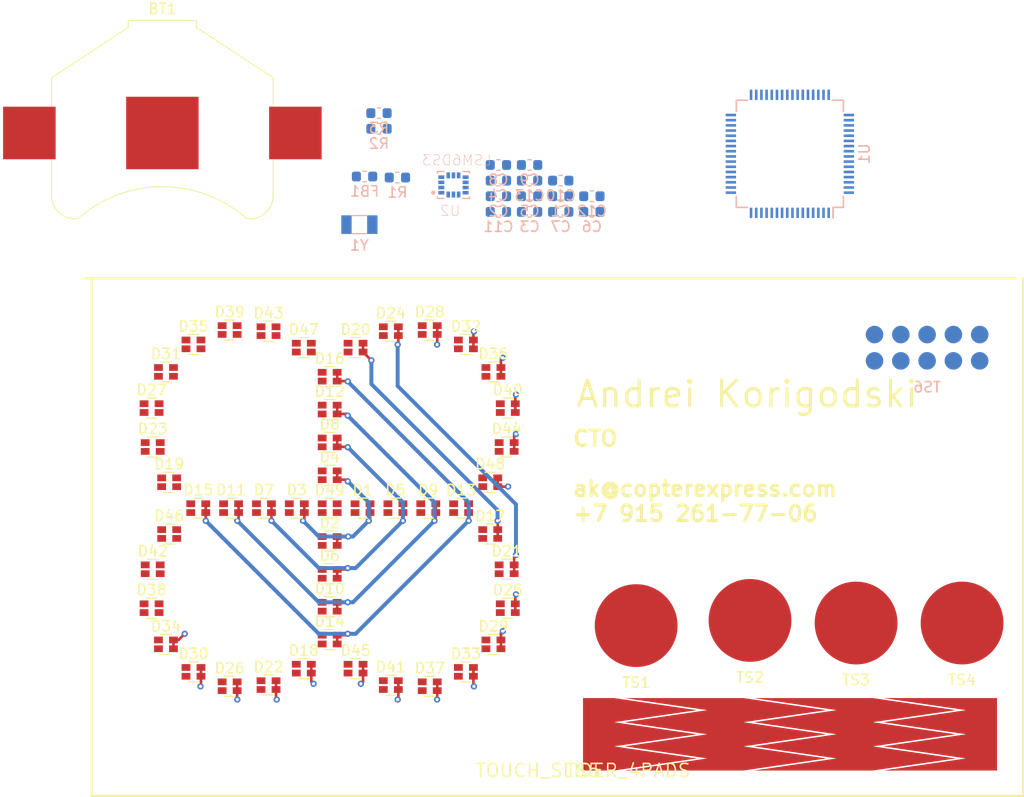
<source format=kicad_pcb>
(kicad_pcb (version 20171130) (host pcbnew 5.0.2+dfsg1-1~bpo9+1)

  (general
    (thickness 0.6)
    (drawings 6)
    (tracks 179)
    (zones 0)
    (modules 76)
    (nets 53)
  )

  (page A4)
  (layers
    (0 F.Cu signal)
    (31 B.Cu signal)
    (32 B.Adhes user)
    (33 F.Adhes user)
    (34 B.Paste user)
    (35 F.Paste user)
    (36 B.SilkS user)
    (37 F.SilkS user)
    (38 B.Mask user)
    (39 F.Mask user)
    (40 Dwgs.User user)
    (41 Cmts.User user)
    (42 Eco1.User user)
    (43 Eco2.User user)
    (44 Edge.Cuts user)
    (45 Margin user)
    (46 B.CrtYd user)
    (47 F.CrtYd user)
    (48 B.Fab user)
    (49 F.Fab user hide)
  )

  (setup
    (last_trace_width 0.254)
    (user_trace_width 0.1524)
    (user_trace_width 0.2032)
    (user_trace_width 0.254)
    (user_trace_width 0.381)
    (user_trace_width 0.508)
    (user_trace_width 1.016)
    (trace_clearance 0.152)
    (zone_clearance 0.508)
    (zone_45_only no)
    (trace_min 0.1524)
    (segment_width 0.2)
    (edge_width 0.15)
    (via_size 0.6)
    (via_drill 0.3)
    (via_min_size 0.6)
    (via_min_drill 0.3)
    (uvia_size 0.3)
    (uvia_drill 0.1)
    (uvias_allowed no)
    (uvia_min_size 0.2)
    (uvia_min_drill 0.1)
    (pcb_text_width 0.3)
    (pcb_text_size 1.5 1.5)
    (mod_edge_width 0.15)
    (mod_text_size 1 1)
    (mod_text_width 0.15)
    (pad_size 1.524 1.524)
    (pad_drill 0.762)
    (pad_to_mask_clearance 0.0254)
    (solder_mask_min_width 0.4)
    (aux_axis_origin 0 0)
    (visible_elements 7FFFF7FF)
    (pcbplotparams
      (layerselection 0x010fc_ffffffff)
      (usegerberextensions false)
      (usegerberattributes false)
      (usegerberadvancedattributes false)
      (creategerberjobfile false)
      (excludeedgelayer true)
      (linewidth 0.100000)
      (plotframeref false)
      (viasonmask false)
      (mode 1)
      (useauxorigin false)
      (hpglpennumber 1)
      (hpglpenspeed 20)
      (hpglpendiameter 15.000000)
      (psnegative false)
      (psa4output false)
      (plotreference true)
      (plotvalue true)
      (plotinvisibletext false)
      (padsonsilk false)
      (subtractmaskfromsilk false)
      (outputformat 1)
      (mirror false)
      (drillshape 1)
      (scaleselection 1)
      (outputdirectory ""))
  )

  (net 0 "")
  (net 1 LED_K0)
  (net 2 LED_K1)
  (net 3 LED_A0)
  (net 4 LED_K3)
  (net 5 LED_K2)
  (net 6 LED_K4)
  (net 7 LED_K5)
  (net 8 LED_K7)
  (net 9 LED_K6)
  (net 10 LED_K8)
  (net 11 LED_A1)
  (net 12 LED_A2)
  (net 13 LED_A3)
  (net 14 LED_A4)
  (net 15 LED_A5)
  (net 16 LED_A6)
  (net 17 LED_A7)
  (net 18 LED_A8)
  (net 19 VDD)
  (net 20 N$2)
  (net 21 MCU_AVDD)
  (net 22 GND)
  (net 23 N$7)
  (net 24 N$6)
  (net 25 N$13)
  (net 26 N$14)
  (net 27 N$5)
  (net 28 N$19)
  (net 29 N$20)
  (net 30 N$16)
  (net 31 N$15)
  (net 32 N$17)
  (net 33 N$18)
  (net 34 N$12)
  (net 35 N$11)
  (net 36 TOUCH_PAD0)
  (net 37 N$1)
  (net 38 TOUCH_PAD1)
  (net 39 TOUCH_PAD2)
  (net 40 TOUCH_PAD3)
  (net 41 N$21)
  (net 42 N$22)
  (net 43 N$23)
  (net 44 N$24)
  (net 45 N$8)
  (net 46 N$10)
  (net 47 N$9)
  (net 48 N$25)
  (net 49 N$26)
  (net 50 LED_K9)
  (net 51 LED_K10)
  (net 52 LED_K11)

  (net_class Default "This is the default net class."
    (clearance 0.152)
    (trace_width 0.254)
    (via_dia 0.6)
    (via_drill 0.3)
    (uvia_dia 0.3)
    (uvia_drill 0.1)
    (add_net GND)
    (add_net LED_A0)
    (add_net LED_A1)
    (add_net LED_A2)
    (add_net LED_A3)
    (add_net LED_A4)
    (add_net LED_A5)
    (add_net LED_A6)
    (add_net LED_A7)
    (add_net LED_A8)
    (add_net LED_K0)
    (add_net LED_K1)
    (add_net LED_K10)
    (add_net LED_K11)
    (add_net LED_K2)
    (add_net LED_K3)
    (add_net LED_K4)
    (add_net LED_K5)
    (add_net LED_K6)
    (add_net LED_K7)
    (add_net LED_K8)
    (add_net LED_K9)
    (add_net MCU_AVDD)
    (add_net N$1)
    (add_net N$10)
    (add_net N$11)
    (add_net N$12)
    (add_net N$13)
    (add_net N$14)
    (add_net N$15)
    (add_net N$16)
    (add_net N$17)
    (add_net N$18)
    (add_net N$19)
    (add_net N$2)
    (add_net N$20)
    (add_net N$21)
    (add_net N$22)
    (add_net N$23)
    (add_net N$24)
    (add_net N$25)
    (add_net N$26)
    (add_net N$5)
    (add_net N$6)
    (add_net N$7)
    (add_net N$8)
    (add_net N$9)
    (add_net TOUCH_PAD0)
    (add_net TOUCH_PAD1)
    (add_net TOUCH_PAD2)
    (add_net TOUCH_PAD3)
    (add_net VDD)
  )

  (module footprints:LED_DUAL_0606 (layer F.Cu) (tedit 5C944CBE) (tstamp 5C9983F6)
    (at 96.175 57.2)
    (descr "Dual LED LTST-C195KGJRKT")
    (tags led)
    (path /top/13427934159214761037)
    (attr smd)
    (fp_text reference D1 (at 0 -1.75) (layer F.SilkS)
      (effects (font (size 1 1) (thickness 0.15)))
    )
    (fp_text value LED_Dual_AACC (at 0 2.1) (layer F.Fab)
      (effects (font (size 1 1) (thickness 0.15)))
    )
    (fp_line (start 1.55 1.05) (end -1.55 1.05) (layer F.CrtYd) (width 0.05))
    (fp_line (start 1.55 1.05) (end 1.55 -1.05) (layer F.CrtYd) (width 0.05))
    (fp_line (start -1.55 -1.05) (end -1.55 1.05) (layer F.CrtYd) (width 0.05))
    (fp_line (start -1.55 -1.05) (end 1.55 -1.05) (layer F.CrtYd) (width 0.05))
    (fp_line (start 0.5 -0.97) (end -0.5 -0.97) (layer F.SilkS) (width 0.12))
    (fp_line (start 0.5 0.97) (end -0.5 0.97) (layer F.SilkS) (width 0.12))
    (fp_line (start -0.8 0.8) (end -0.8 -0.8) (layer F.Fab) (width 0.1))
    (fp_line (start 0.8 0.8) (end -0.8 0.8) (layer F.Fab) (width 0.1))
    (fp_line (start 0.8 -0.8) (end 0.8 0.8) (layer F.Fab) (width 0.1))
    (fp_line (start -0.8 -0.8) (end 0.8 -0.8) (layer F.Fab) (width 0.1))
    (fp_text user %R (at 0 -1.75) (layer F.Fab)
      (effects (font (size 1 1) (thickness 0.15)))
    )
    (pad 3 smd rect (at 0.725 -0.425) (size 0.85 0.65) (layers F.Cu F.Paste F.Mask)
      (net 1 LED_K0))
    (pad 4 smd rect (at 0.725 0.425) (size 0.85 0.65) (layers F.Cu F.Paste F.Mask)
      (net 1 LED_K0))
    (pad 2 smd rect (at -0.725 0.425) (size 0.85 0.65) (layers F.Cu F.Paste F.Mask)
      (net 11 LED_A1))
    (pad 1 smd rect (at -0.725 -0.425) (size 0.85 0.65) (layers F.Cu F.Paste F.Mask)
      (net 3 LED_A0))
    (model ${KISYS3DMOD}/Resistor_SMD.3dshapes/R_Array_Convex_2x0603.wrl
      (at (xyz 0 0 0))
      (scale (xyz 1 1 1))
      (rotate (xyz 0 0 0))
    )
  )

  (module footprints:LED_DUAL_0606 (layer F.Cu) (tedit 5C944CBE) (tstamp 5C998409)
    (at 93 60.375)
    (descr "Dual LED LTST-C195KGJRKT")
    (tags led)
    (path /top/11889171439053832813)
    (attr smd)
    (fp_text reference D2 (at 0 -1.75) (layer F.SilkS)
      (effects (font (size 1 1) (thickness 0.15)))
    )
    (fp_text value LED_Dual_AACC (at 0 2.1) (layer F.Fab)
      (effects (font (size 1 1) (thickness 0.15)))
    )
    (fp_line (start 1.55 1.05) (end -1.55 1.05) (layer F.CrtYd) (width 0.05))
    (fp_line (start 1.55 1.05) (end 1.55 -1.05) (layer F.CrtYd) (width 0.05))
    (fp_line (start -1.55 -1.05) (end -1.55 1.05) (layer F.CrtYd) (width 0.05))
    (fp_line (start -1.55 -1.05) (end 1.55 -1.05) (layer F.CrtYd) (width 0.05))
    (fp_line (start 0.5 -0.97) (end -0.5 -0.97) (layer F.SilkS) (width 0.12))
    (fp_line (start 0.5 0.97) (end -0.5 0.97) (layer F.SilkS) (width 0.12))
    (fp_line (start -0.8 0.8) (end -0.8 -0.8) (layer F.Fab) (width 0.1))
    (fp_line (start 0.8 0.8) (end -0.8 0.8) (layer F.Fab) (width 0.1))
    (fp_line (start 0.8 -0.8) (end 0.8 0.8) (layer F.Fab) (width 0.1))
    (fp_line (start -0.8 -0.8) (end 0.8 -0.8) (layer F.Fab) (width 0.1))
    (fp_text user %R (at 0 -1.75) (layer F.Fab)
      (effects (font (size 1 1) (thickness 0.15)))
    )
    (pad 3 smd rect (at 0.725 -0.425) (size 0.85 0.65) (layers F.Cu F.Paste F.Mask)
      (net 1 LED_K0))
    (pad 4 smd rect (at 0.725 0.425) (size 0.85 0.65) (layers F.Cu F.Paste F.Mask)
      (net 1 LED_K0))
    (pad 2 smd rect (at -0.725 0.425) (size 0.85 0.65) (layers F.Cu F.Paste F.Mask)
      (net 13 LED_A3))
    (pad 1 smd rect (at -0.725 -0.425) (size 0.85 0.65) (layers F.Cu F.Paste F.Mask)
      (net 12 LED_A2))
    (model ${KISYS3DMOD}/Resistor_SMD.3dshapes/R_Array_Convex_2x0603.wrl
      (at (xyz 0 0 0))
      (scale (xyz 1 1 1))
      (rotate (xyz 0 0 0))
    )
  )

  (module footprints:LED_DUAL_0606 (layer F.Cu) (tedit 5C944CBE) (tstamp 5C99841C)
    (at 89.825 57.2)
    (descr "Dual LED LTST-C195KGJRKT")
    (tags led)
    (path /top/17696036038314515393)
    (attr smd)
    (fp_text reference D3 (at 0 -1.75) (layer F.SilkS)
      (effects (font (size 1 1) (thickness 0.15)))
    )
    (fp_text value LED_Dual_AACC (at 0 2.1) (layer F.Fab)
      (effects (font (size 1 1) (thickness 0.15)))
    )
    (fp_line (start 1.55 1.05) (end -1.55 1.05) (layer F.CrtYd) (width 0.05))
    (fp_line (start 1.55 1.05) (end 1.55 -1.05) (layer F.CrtYd) (width 0.05))
    (fp_line (start -1.55 -1.05) (end -1.55 1.05) (layer F.CrtYd) (width 0.05))
    (fp_line (start -1.55 -1.05) (end 1.55 -1.05) (layer F.CrtYd) (width 0.05))
    (fp_line (start 0.5 -0.97) (end -0.5 -0.97) (layer F.SilkS) (width 0.12))
    (fp_line (start 0.5 0.97) (end -0.5 0.97) (layer F.SilkS) (width 0.12))
    (fp_line (start -0.8 0.8) (end -0.8 -0.8) (layer F.Fab) (width 0.1))
    (fp_line (start 0.8 0.8) (end -0.8 0.8) (layer F.Fab) (width 0.1))
    (fp_line (start 0.8 -0.8) (end 0.8 0.8) (layer F.Fab) (width 0.1))
    (fp_line (start -0.8 -0.8) (end 0.8 -0.8) (layer F.Fab) (width 0.1))
    (fp_text user %R (at 0 -1.75) (layer F.Fab)
      (effects (font (size 1 1) (thickness 0.15)))
    )
    (pad 3 smd rect (at 0.725 -0.425) (size 0.85 0.65) (layers F.Cu F.Paste F.Mask)
      (net 1 LED_K0))
    (pad 4 smd rect (at 0.725 0.425) (size 0.85 0.65) (layers F.Cu F.Paste F.Mask)
      (net 1 LED_K0))
    (pad 2 smd rect (at -0.725 0.425) (size 0.85 0.65) (layers F.Cu F.Paste F.Mask)
      (net 15 LED_A5))
    (pad 1 smd rect (at -0.725 -0.425) (size 0.85 0.65) (layers F.Cu F.Paste F.Mask)
      (net 14 LED_A4))
    (model ${KISYS3DMOD}/Resistor_SMD.3dshapes/R_Array_Convex_2x0603.wrl
      (at (xyz 0 0 0))
      (scale (xyz 1 1 1))
      (rotate (xyz 0 0 0))
    )
  )

  (module footprints:LED_DUAL_0606 (layer F.Cu) (tedit 5C944CBE) (tstamp 5C99842F)
    (at 93 54.025)
    (descr "Dual LED LTST-C195KGJRKT")
    (tags led)
    (path /top/92385191582833380)
    (attr smd)
    (fp_text reference D4 (at 0 -1.75) (layer F.SilkS)
      (effects (font (size 1 1) (thickness 0.15)))
    )
    (fp_text value LED_Dual_AACC (at 0 2.1) (layer F.Fab)
      (effects (font (size 1 1) (thickness 0.15)))
    )
    (fp_line (start 1.55 1.05) (end -1.55 1.05) (layer F.CrtYd) (width 0.05))
    (fp_line (start 1.55 1.05) (end 1.55 -1.05) (layer F.CrtYd) (width 0.05))
    (fp_line (start -1.55 -1.05) (end -1.55 1.05) (layer F.CrtYd) (width 0.05))
    (fp_line (start -1.55 -1.05) (end 1.55 -1.05) (layer F.CrtYd) (width 0.05))
    (fp_line (start 0.5 -0.97) (end -0.5 -0.97) (layer F.SilkS) (width 0.12))
    (fp_line (start 0.5 0.97) (end -0.5 0.97) (layer F.SilkS) (width 0.12))
    (fp_line (start -0.8 0.8) (end -0.8 -0.8) (layer F.Fab) (width 0.1))
    (fp_line (start 0.8 0.8) (end -0.8 0.8) (layer F.Fab) (width 0.1))
    (fp_line (start 0.8 -0.8) (end 0.8 0.8) (layer F.Fab) (width 0.1))
    (fp_line (start -0.8 -0.8) (end 0.8 -0.8) (layer F.Fab) (width 0.1))
    (fp_text user %R (at 0 -1.75) (layer F.Fab)
      (effects (font (size 1 1) (thickness 0.15)))
    )
    (pad 3 smd rect (at 0.725 -0.425) (size 0.85 0.65) (layers F.Cu F.Paste F.Mask)
      (net 1 LED_K0))
    (pad 4 smd rect (at 0.725 0.425) (size 0.85 0.65) (layers F.Cu F.Paste F.Mask)
      (net 1 LED_K0))
    (pad 2 smd rect (at -0.725 0.425) (size 0.85 0.65) (layers F.Cu F.Paste F.Mask)
      (net 17 LED_A7))
    (pad 1 smd rect (at -0.725 -0.425) (size 0.85 0.65) (layers F.Cu F.Paste F.Mask)
      (net 16 LED_A6))
    (model ${KISYS3DMOD}/Resistor_SMD.3dshapes/R_Array_Convex_2x0603.wrl
      (at (xyz 0 0 0))
      (scale (xyz 1 1 1))
      (rotate (xyz 0 0 0))
    )
  )

  (module footprints:LED_DUAL_0606 (layer F.Cu) (tedit 5C944CBE) (tstamp 5C998442)
    (at 99.35 57.2)
    (descr "Dual LED LTST-C195KGJRKT")
    (tags led)
    (path /top/1190405081309405297)
    (attr smd)
    (fp_text reference D5 (at 0 -1.75) (layer F.SilkS)
      (effects (font (size 1 1) (thickness 0.15)))
    )
    (fp_text value LED_Dual_AACC (at 0 2.1) (layer F.Fab)
      (effects (font (size 1 1) (thickness 0.15)))
    )
    (fp_line (start 1.55 1.05) (end -1.55 1.05) (layer F.CrtYd) (width 0.05))
    (fp_line (start 1.55 1.05) (end 1.55 -1.05) (layer F.CrtYd) (width 0.05))
    (fp_line (start -1.55 -1.05) (end -1.55 1.05) (layer F.CrtYd) (width 0.05))
    (fp_line (start -1.55 -1.05) (end 1.55 -1.05) (layer F.CrtYd) (width 0.05))
    (fp_line (start 0.5 -0.97) (end -0.5 -0.97) (layer F.SilkS) (width 0.12))
    (fp_line (start 0.5 0.97) (end -0.5 0.97) (layer F.SilkS) (width 0.12))
    (fp_line (start -0.8 0.8) (end -0.8 -0.8) (layer F.Fab) (width 0.1))
    (fp_line (start 0.8 0.8) (end -0.8 0.8) (layer F.Fab) (width 0.1))
    (fp_line (start 0.8 -0.8) (end 0.8 0.8) (layer F.Fab) (width 0.1))
    (fp_line (start -0.8 -0.8) (end 0.8 -0.8) (layer F.Fab) (width 0.1))
    (fp_text user %R (at 0 -1.75) (layer F.Fab)
      (effects (font (size 1 1) (thickness 0.15)))
    )
    (pad 3 smd rect (at 0.725 -0.425) (size 0.85 0.65) (layers F.Cu F.Paste F.Mask)
      (net 2 LED_K1))
    (pad 4 smd rect (at 0.725 0.425) (size 0.85 0.65) (layers F.Cu F.Paste F.Mask)
      (net 2 LED_K1))
    (pad 2 smd rect (at -0.725 0.425) (size 0.85 0.65) (layers F.Cu F.Paste F.Mask)
      (net 11 LED_A1))
    (pad 1 smd rect (at -0.725 -0.425) (size 0.85 0.65) (layers F.Cu F.Paste F.Mask)
      (net 3 LED_A0))
    (model ${KISYS3DMOD}/Resistor_SMD.3dshapes/R_Array_Convex_2x0603.wrl
      (at (xyz 0 0 0))
      (scale (xyz 1 1 1))
      (rotate (xyz 0 0 0))
    )
  )

  (module footprints:LED_DUAL_0606 (layer F.Cu) (tedit 5C944CBE) (tstamp 5C998455)
    (at 93 63.55)
    (descr "Dual LED LTST-C195KGJRKT")
    (tags led)
    (path /top/7062601140109949772)
    (attr smd)
    (fp_text reference D6 (at 0 -1.75) (layer F.SilkS)
      (effects (font (size 1 1) (thickness 0.15)))
    )
    (fp_text value LED_Dual_AACC (at 0 2.1) (layer F.Fab)
      (effects (font (size 1 1) (thickness 0.15)))
    )
    (fp_line (start 1.55 1.05) (end -1.55 1.05) (layer F.CrtYd) (width 0.05))
    (fp_line (start 1.55 1.05) (end 1.55 -1.05) (layer F.CrtYd) (width 0.05))
    (fp_line (start -1.55 -1.05) (end -1.55 1.05) (layer F.CrtYd) (width 0.05))
    (fp_line (start -1.55 -1.05) (end 1.55 -1.05) (layer F.CrtYd) (width 0.05))
    (fp_line (start 0.5 -0.97) (end -0.5 -0.97) (layer F.SilkS) (width 0.12))
    (fp_line (start 0.5 0.97) (end -0.5 0.97) (layer F.SilkS) (width 0.12))
    (fp_line (start -0.8 0.8) (end -0.8 -0.8) (layer F.Fab) (width 0.1))
    (fp_line (start 0.8 0.8) (end -0.8 0.8) (layer F.Fab) (width 0.1))
    (fp_line (start 0.8 -0.8) (end 0.8 0.8) (layer F.Fab) (width 0.1))
    (fp_line (start -0.8 -0.8) (end 0.8 -0.8) (layer F.Fab) (width 0.1))
    (fp_text user %R (at 0 -1.75) (layer F.Fab)
      (effects (font (size 1 1) (thickness 0.15)))
    )
    (pad 3 smd rect (at 0.725 -0.425) (size 0.85 0.65) (layers F.Cu F.Paste F.Mask)
      (net 2 LED_K1))
    (pad 4 smd rect (at 0.725 0.425) (size 0.85 0.65) (layers F.Cu F.Paste F.Mask)
      (net 2 LED_K1))
    (pad 2 smd rect (at -0.725 0.425) (size 0.85 0.65) (layers F.Cu F.Paste F.Mask)
      (net 13 LED_A3))
    (pad 1 smd rect (at -0.725 -0.425) (size 0.85 0.65) (layers F.Cu F.Paste F.Mask)
      (net 12 LED_A2))
    (model ${KISYS3DMOD}/Resistor_SMD.3dshapes/R_Array_Convex_2x0603.wrl
      (at (xyz 0 0 0))
      (scale (xyz 1 1 1))
      (rotate (xyz 0 0 0))
    )
  )

  (module footprints:LED_DUAL_0606 (layer F.Cu) (tedit 5C944CBE) (tstamp 5C998468)
    (at 86.65 57.2)
    (descr "Dual LED LTST-C195KGJRKT")
    (tags led)
    (path /top/11832447084583499414)
    (attr smd)
    (fp_text reference D7 (at 0 -1.75) (layer F.SilkS)
      (effects (font (size 1 1) (thickness 0.15)))
    )
    (fp_text value LED_Dual_AACC (at 0 2.1) (layer F.Fab)
      (effects (font (size 1 1) (thickness 0.15)))
    )
    (fp_line (start 1.55 1.05) (end -1.55 1.05) (layer F.CrtYd) (width 0.05))
    (fp_line (start 1.55 1.05) (end 1.55 -1.05) (layer F.CrtYd) (width 0.05))
    (fp_line (start -1.55 -1.05) (end -1.55 1.05) (layer F.CrtYd) (width 0.05))
    (fp_line (start -1.55 -1.05) (end 1.55 -1.05) (layer F.CrtYd) (width 0.05))
    (fp_line (start 0.5 -0.97) (end -0.5 -0.97) (layer F.SilkS) (width 0.12))
    (fp_line (start 0.5 0.97) (end -0.5 0.97) (layer F.SilkS) (width 0.12))
    (fp_line (start -0.8 0.8) (end -0.8 -0.8) (layer F.Fab) (width 0.1))
    (fp_line (start 0.8 0.8) (end -0.8 0.8) (layer F.Fab) (width 0.1))
    (fp_line (start 0.8 -0.8) (end 0.8 0.8) (layer F.Fab) (width 0.1))
    (fp_line (start -0.8 -0.8) (end 0.8 -0.8) (layer F.Fab) (width 0.1))
    (fp_text user %R (at 0 -1.75) (layer F.Fab)
      (effects (font (size 1 1) (thickness 0.15)))
    )
    (pad 3 smd rect (at 0.725 -0.425) (size 0.85 0.65) (layers F.Cu F.Paste F.Mask)
      (net 2 LED_K1))
    (pad 4 smd rect (at 0.725 0.425) (size 0.85 0.65) (layers F.Cu F.Paste F.Mask)
      (net 2 LED_K1))
    (pad 2 smd rect (at -0.725 0.425) (size 0.85 0.65) (layers F.Cu F.Paste F.Mask)
      (net 15 LED_A5))
    (pad 1 smd rect (at -0.725 -0.425) (size 0.85 0.65) (layers F.Cu F.Paste F.Mask)
      (net 14 LED_A4))
    (model ${KISYS3DMOD}/Resistor_SMD.3dshapes/R_Array_Convex_2x0603.wrl
      (at (xyz 0 0 0))
      (scale (xyz 1 1 1))
      (rotate (xyz 0 0 0))
    )
  )

  (module footprints:LED_DUAL_0606 (layer F.Cu) (tedit 5C944CBE) (tstamp 5C99847B)
    (at 93 50.85)
    (descr "Dual LED LTST-C195KGJRKT")
    (tags led)
    (path /top/9514277678187201044)
    (attr smd)
    (fp_text reference D8 (at 0 -1.75) (layer F.SilkS)
      (effects (font (size 1 1) (thickness 0.15)))
    )
    (fp_text value LED_Dual_AACC (at 0 2.1) (layer F.Fab)
      (effects (font (size 1 1) (thickness 0.15)))
    )
    (fp_line (start 1.55 1.05) (end -1.55 1.05) (layer F.CrtYd) (width 0.05))
    (fp_line (start 1.55 1.05) (end 1.55 -1.05) (layer F.CrtYd) (width 0.05))
    (fp_line (start -1.55 -1.05) (end -1.55 1.05) (layer F.CrtYd) (width 0.05))
    (fp_line (start -1.55 -1.05) (end 1.55 -1.05) (layer F.CrtYd) (width 0.05))
    (fp_line (start 0.5 -0.97) (end -0.5 -0.97) (layer F.SilkS) (width 0.12))
    (fp_line (start 0.5 0.97) (end -0.5 0.97) (layer F.SilkS) (width 0.12))
    (fp_line (start -0.8 0.8) (end -0.8 -0.8) (layer F.Fab) (width 0.1))
    (fp_line (start 0.8 0.8) (end -0.8 0.8) (layer F.Fab) (width 0.1))
    (fp_line (start 0.8 -0.8) (end 0.8 0.8) (layer F.Fab) (width 0.1))
    (fp_line (start -0.8 -0.8) (end 0.8 -0.8) (layer F.Fab) (width 0.1))
    (fp_text user %R (at 0 -1.75) (layer F.Fab)
      (effects (font (size 1 1) (thickness 0.15)))
    )
    (pad 3 smd rect (at 0.725 -0.425) (size 0.85 0.65) (layers F.Cu F.Paste F.Mask)
      (net 2 LED_K1))
    (pad 4 smd rect (at 0.725 0.425) (size 0.85 0.65) (layers F.Cu F.Paste F.Mask)
      (net 2 LED_K1))
    (pad 2 smd rect (at -0.725 0.425) (size 0.85 0.65) (layers F.Cu F.Paste F.Mask)
      (net 17 LED_A7))
    (pad 1 smd rect (at -0.725 -0.425) (size 0.85 0.65) (layers F.Cu F.Paste F.Mask)
      (net 16 LED_A6))
    (model ${KISYS3DMOD}/Resistor_SMD.3dshapes/R_Array_Convex_2x0603.wrl
      (at (xyz 0 0 0))
      (scale (xyz 1 1 1))
      (rotate (xyz 0 0 0))
    )
  )

  (module footprints:LED_DUAL_0606 (layer F.Cu) (tedit 5C944CBE) (tstamp 5C99848E)
    (at 102.525 57.2)
    (descr "Dual LED LTST-C195KGJRKT")
    (tags led)
    (path /top/4765776908642064841)
    (attr smd)
    (fp_text reference D9 (at 0 -1.75) (layer F.SilkS)
      (effects (font (size 1 1) (thickness 0.15)))
    )
    (fp_text value LED_Dual_AACC (at 0 2.1) (layer F.Fab)
      (effects (font (size 1 1) (thickness 0.15)))
    )
    (fp_line (start 1.55 1.05) (end -1.55 1.05) (layer F.CrtYd) (width 0.05))
    (fp_line (start 1.55 1.05) (end 1.55 -1.05) (layer F.CrtYd) (width 0.05))
    (fp_line (start -1.55 -1.05) (end -1.55 1.05) (layer F.CrtYd) (width 0.05))
    (fp_line (start -1.55 -1.05) (end 1.55 -1.05) (layer F.CrtYd) (width 0.05))
    (fp_line (start 0.5 -0.97) (end -0.5 -0.97) (layer F.SilkS) (width 0.12))
    (fp_line (start 0.5 0.97) (end -0.5 0.97) (layer F.SilkS) (width 0.12))
    (fp_line (start -0.8 0.8) (end -0.8 -0.8) (layer F.Fab) (width 0.1))
    (fp_line (start 0.8 0.8) (end -0.8 0.8) (layer F.Fab) (width 0.1))
    (fp_line (start 0.8 -0.8) (end 0.8 0.8) (layer F.Fab) (width 0.1))
    (fp_line (start -0.8 -0.8) (end 0.8 -0.8) (layer F.Fab) (width 0.1))
    (fp_text user %R (at 0 -1.75) (layer F.Fab)
      (effects (font (size 1 1) (thickness 0.15)))
    )
    (pad 3 smd rect (at 0.725 -0.425) (size 0.85 0.65) (layers F.Cu F.Paste F.Mask)
      (net 5 LED_K2))
    (pad 4 smd rect (at 0.725 0.425) (size 0.85 0.65) (layers F.Cu F.Paste F.Mask)
      (net 5 LED_K2))
    (pad 2 smd rect (at -0.725 0.425) (size 0.85 0.65) (layers F.Cu F.Paste F.Mask)
      (net 11 LED_A1))
    (pad 1 smd rect (at -0.725 -0.425) (size 0.85 0.65) (layers F.Cu F.Paste F.Mask)
      (net 3 LED_A0))
    (model ${KISYS3DMOD}/Resistor_SMD.3dshapes/R_Array_Convex_2x0603.wrl
      (at (xyz 0 0 0))
      (scale (xyz 1 1 1))
      (rotate (xyz 0 0 0))
    )
  )

  (module footprints:LED_DUAL_0606 (layer F.Cu) (tedit 5C944CBE) (tstamp 5C9984A1)
    (at 93 66.724999)
    (descr "Dual LED LTST-C195KGJRKT")
    (tags led)
    (path /top/13752725906387256797)
    (attr smd)
    (fp_text reference D10 (at 0 -1.75) (layer F.SilkS)
      (effects (font (size 1 1) (thickness 0.15)))
    )
    (fp_text value LED_Dual_AACC (at 0 2.1) (layer F.Fab)
      (effects (font (size 1 1) (thickness 0.15)))
    )
    (fp_line (start 1.55 1.05) (end -1.55 1.05) (layer F.CrtYd) (width 0.05))
    (fp_line (start 1.55 1.05) (end 1.55 -1.05) (layer F.CrtYd) (width 0.05))
    (fp_line (start -1.55 -1.05) (end -1.55 1.05) (layer F.CrtYd) (width 0.05))
    (fp_line (start -1.55 -1.05) (end 1.55 -1.05) (layer F.CrtYd) (width 0.05))
    (fp_line (start 0.5 -0.97) (end -0.5 -0.97) (layer F.SilkS) (width 0.12))
    (fp_line (start 0.5 0.97) (end -0.5 0.97) (layer F.SilkS) (width 0.12))
    (fp_line (start -0.8 0.8) (end -0.8 -0.8) (layer F.Fab) (width 0.1))
    (fp_line (start 0.8 0.8) (end -0.8 0.8) (layer F.Fab) (width 0.1))
    (fp_line (start 0.8 -0.8) (end 0.8 0.8) (layer F.Fab) (width 0.1))
    (fp_line (start -0.8 -0.8) (end 0.8 -0.8) (layer F.Fab) (width 0.1))
    (fp_text user %R (at 0 -1.75) (layer F.Fab)
      (effects (font (size 1 1) (thickness 0.15)))
    )
    (pad 3 smd rect (at 0.725 -0.425) (size 0.85 0.65) (layers F.Cu F.Paste F.Mask)
      (net 5 LED_K2))
    (pad 4 smd rect (at 0.725 0.425) (size 0.85 0.65) (layers F.Cu F.Paste F.Mask)
      (net 5 LED_K2))
    (pad 2 smd rect (at -0.725 0.425) (size 0.85 0.65) (layers F.Cu F.Paste F.Mask)
      (net 13 LED_A3))
    (pad 1 smd rect (at -0.725 -0.425) (size 0.85 0.65) (layers F.Cu F.Paste F.Mask)
      (net 12 LED_A2))
    (model ${KISYS3DMOD}/Resistor_SMD.3dshapes/R_Array_Convex_2x0603.wrl
      (at (xyz 0 0 0))
      (scale (xyz 1 1 1))
      (rotate (xyz 0 0 0))
    )
  )

  (module footprints:LED_DUAL_0606 (layer F.Cu) (tedit 5C944CBE) (tstamp 5C9984B4)
    (at 83.475 57.2)
    (descr "Dual LED LTST-C195KGJRKT")
    (tags led)
    (path /top/1934565712161503566)
    (attr smd)
    (fp_text reference D11 (at 0 -1.75) (layer F.SilkS)
      (effects (font (size 1 1) (thickness 0.15)))
    )
    (fp_text value LED_Dual_AACC (at 0 2.1) (layer F.Fab)
      (effects (font (size 1 1) (thickness 0.15)))
    )
    (fp_line (start 1.55 1.05) (end -1.55 1.05) (layer F.CrtYd) (width 0.05))
    (fp_line (start 1.55 1.05) (end 1.55 -1.05) (layer F.CrtYd) (width 0.05))
    (fp_line (start -1.55 -1.05) (end -1.55 1.05) (layer F.CrtYd) (width 0.05))
    (fp_line (start -1.55 -1.05) (end 1.55 -1.05) (layer F.CrtYd) (width 0.05))
    (fp_line (start 0.5 -0.97) (end -0.5 -0.97) (layer F.SilkS) (width 0.12))
    (fp_line (start 0.5 0.97) (end -0.5 0.97) (layer F.SilkS) (width 0.12))
    (fp_line (start -0.8 0.8) (end -0.8 -0.8) (layer F.Fab) (width 0.1))
    (fp_line (start 0.8 0.8) (end -0.8 0.8) (layer F.Fab) (width 0.1))
    (fp_line (start 0.8 -0.8) (end 0.8 0.8) (layer F.Fab) (width 0.1))
    (fp_line (start -0.8 -0.8) (end 0.8 -0.8) (layer F.Fab) (width 0.1))
    (fp_text user %R (at 0 -1.75) (layer F.Fab)
      (effects (font (size 1 1) (thickness 0.15)))
    )
    (pad 3 smd rect (at 0.725 -0.425) (size 0.85 0.65) (layers F.Cu F.Paste F.Mask)
      (net 5 LED_K2))
    (pad 4 smd rect (at 0.725 0.425) (size 0.85 0.65) (layers F.Cu F.Paste F.Mask)
      (net 5 LED_K2))
    (pad 2 smd rect (at -0.725 0.425) (size 0.85 0.65) (layers F.Cu F.Paste F.Mask)
      (net 15 LED_A5))
    (pad 1 smd rect (at -0.725 -0.425) (size 0.85 0.65) (layers F.Cu F.Paste F.Mask)
      (net 14 LED_A4))
    (model ${KISYS3DMOD}/Resistor_SMD.3dshapes/R_Array_Convex_2x0603.wrl
      (at (xyz 0 0 0))
      (scale (xyz 1 1 1))
      (rotate (xyz 0 0 0))
    )
  )

  (module footprints:LED_DUAL_0606 (layer F.Cu) (tedit 5C944CBE) (tstamp 5C9984C7)
    (at 93 47.675)
    (descr "Dual LED LTST-C195KGJRKT")
    (tags led)
    (path /top/3567116085416782392)
    (attr smd)
    (fp_text reference D12 (at 0 -1.75) (layer F.SilkS)
      (effects (font (size 1 1) (thickness 0.15)))
    )
    (fp_text value LED_Dual_AACC (at 0 2.1) (layer F.Fab)
      (effects (font (size 1 1) (thickness 0.15)))
    )
    (fp_line (start 1.55 1.05) (end -1.55 1.05) (layer F.CrtYd) (width 0.05))
    (fp_line (start 1.55 1.05) (end 1.55 -1.05) (layer F.CrtYd) (width 0.05))
    (fp_line (start -1.55 -1.05) (end -1.55 1.05) (layer F.CrtYd) (width 0.05))
    (fp_line (start -1.55 -1.05) (end 1.55 -1.05) (layer F.CrtYd) (width 0.05))
    (fp_line (start 0.5 -0.97) (end -0.5 -0.97) (layer F.SilkS) (width 0.12))
    (fp_line (start 0.5 0.97) (end -0.5 0.97) (layer F.SilkS) (width 0.12))
    (fp_line (start -0.8 0.8) (end -0.8 -0.8) (layer F.Fab) (width 0.1))
    (fp_line (start 0.8 0.8) (end -0.8 0.8) (layer F.Fab) (width 0.1))
    (fp_line (start 0.8 -0.8) (end 0.8 0.8) (layer F.Fab) (width 0.1))
    (fp_line (start -0.8 -0.8) (end 0.8 -0.8) (layer F.Fab) (width 0.1))
    (fp_text user %R (at 0 -1.75) (layer F.Fab)
      (effects (font (size 1 1) (thickness 0.15)))
    )
    (pad 3 smd rect (at 0.725 -0.425) (size 0.85 0.65) (layers F.Cu F.Paste F.Mask)
      (net 5 LED_K2))
    (pad 4 smd rect (at 0.725 0.425) (size 0.85 0.65) (layers F.Cu F.Paste F.Mask)
      (net 5 LED_K2))
    (pad 2 smd rect (at -0.725 0.425) (size 0.85 0.65) (layers F.Cu F.Paste F.Mask)
      (net 17 LED_A7))
    (pad 1 smd rect (at -0.725 -0.425) (size 0.85 0.65) (layers F.Cu F.Paste F.Mask)
      (net 16 LED_A6))
    (model ${KISYS3DMOD}/Resistor_SMD.3dshapes/R_Array_Convex_2x0603.wrl
      (at (xyz 0 0 0))
      (scale (xyz 1 1 1))
      (rotate (xyz 0 0 0))
    )
  )

  (module footprints:LED_DUAL_0606 (layer F.Cu) (tedit 5C944CBE) (tstamp 5C9984DA)
    (at 105.7 57.2)
    (descr "Dual LED LTST-C195KGJRKT")
    (tags led)
    (path /top/4666501513711878346)
    (attr smd)
    (fp_text reference D13 (at 0 -1.75) (layer F.SilkS)
      (effects (font (size 1 1) (thickness 0.15)))
    )
    (fp_text value LED_Dual_AACC (at 0 2.1) (layer F.Fab)
      (effects (font (size 1 1) (thickness 0.15)))
    )
    (fp_line (start 1.55 1.05) (end -1.55 1.05) (layer F.CrtYd) (width 0.05))
    (fp_line (start 1.55 1.05) (end 1.55 -1.05) (layer F.CrtYd) (width 0.05))
    (fp_line (start -1.55 -1.05) (end -1.55 1.05) (layer F.CrtYd) (width 0.05))
    (fp_line (start -1.55 -1.05) (end 1.55 -1.05) (layer F.CrtYd) (width 0.05))
    (fp_line (start 0.5 -0.97) (end -0.5 -0.97) (layer F.SilkS) (width 0.12))
    (fp_line (start 0.5 0.97) (end -0.5 0.97) (layer F.SilkS) (width 0.12))
    (fp_line (start -0.8 0.8) (end -0.8 -0.8) (layer F.Fab) (width 0.1))
    (fp_line (start 0.8 0.8) (end -0.8 0.8) (layer F.Fab) (width 0.1))
    (fp_line (start 0.8 -0.8) (end 0.8 0.8) (layer F.Fab) (width 0.1))
    (fp_line (start -0.8 -0.8) (end 0.8 -0.8) (layer F.Fab) (width 0.1))
    (fp_text user %R (at 0 -1.75) (layer F.Fab)
      (effects (font (size 1 1) (thickness 0.15)))
    )
    (pad 3 smd rect (at 0.725 -0.425) (size 0.85 0.65) (layers F.Cu F.Paste F.Mask)
      (net 4 LED_K3))
    (pad 4 smd rect (at 0.725 0.425) (size 0.85 0.65) (layers F.Cu F.Paste F.Mask)
      (net 4 LED_K3))
    (pad 2 smd rect (at -0.725 0.425) (size 0.85 0.65) (layers F.Cu F.Paste F.Mask)
      (net 11 LED_A1))
    (pad 1 smd rect (at -0.725 -0.425) (size 0.85 0.65) (layers F.Cu F.Paste F.Mask)
      (net 3 LED_A0))
    (model ${KISYS3DMOD}/Resistor_SMD.3dshapes/R_Array_Convex_2x0603.wrl
      (at (xyz 0 0 0))
      (scale (xyz 1 1 1))
      (rotate (xyz 0 0 0))
    )
  )

  (module footprints:LED_DUAL_0606 (layer F.Cu) (tedit 5C944CBE) (tstamp 5C9984ED)
    (at 93 69.9)
    (descr "Dual LED LTST-C195KGJRKT")
    (tags led)
    (path /top/6238554217568430724)
    (attr smd)
    (fp_text reference D14 (at 0 -1.75) (layer F.SilkS)
      (effects (font (size 1 1) (thickness 0.15)))
    )
    (fp_text value LED_Dual_AACC (at 0 2.1) (layer F.Fab)
      (effects (font (size 1 1) (thickness 0.15)))
    )
    (fp_line (start 1.55 1.05) (end -1.55 1.05) (layer F.CrtYd) (width 0.05))
    (fp_line (start 1.55 1.05) (end 1.55 -1.05) (layer F.CrtYd) (width 0.05))
    (fp_line (start -1.55 -1.05) (end -1.55 1.05) (layer F.CrtYd) (width 0.05))
    (fp_line (start -1.55 -1.05) (end 1.55 -1.05) (layer F.CrtYd) (width 0.05))
    (fp_line (start 0.5 -0.97) (end -0.5 -0.97) (layer F.SilkS) (width 0.12))
    (fp_line (start 0.5 0.97) (end -0.5 0.97) (layer F.SilkS) (width 0.12))
    (fp_line (start -0.8 0.8) (end -0.8 -0.8) (layer F.Fab) (width 0.1))
    (fp_line (start 0.8 0.8) (end -0.8 0.8) (layer F.Fab) (width 0.1))
    (fp_line (start 0.8 -0.8) (end 0.8 0.8) (layer F.Fab) (width 0.1))
    (fp_line (start -0.8 -0.8) (end 0.8 -0.8) (layer F.Fab) (width 0.1))
    (fp_text user %R (at 0 -1.75) (layer F.Fab)
      (effects (font (size 1 1) (thickness 0.15)))
    )
    (pad 3 smd rect (at 0.725 -0.425) (size 0.85 0.65) (layers F.Cu F.Paste F.Mask)
      (net 4 LED_K3))
    (pad 4 smd rect (at 0.725 0.425) (size 0.85 0.65) (layers F.Cu F.Paste F.Mask)
      (net 4 LED_K3))
    (pad 2 smd rect (at -0.725 0.425) (size 0.85 0.65) (layers F.Cu F.Paste F.Mask)
      (net 13 LED_A3))
    (pad 1 smd rect (at -0.725 -0.425) (size 0.85 0.65) (layers F.Cu F.Paste F.Mask)
      (net 12 LED_A2))
    (model ${KISYS3DMOD}/Resistor_SMD.3dshapes/R_Array_Convex_2x0603.wrl
      (at (xyz 0 0 0))
      (scale (xyz 1 1 1))
      (rotate (xyz 0 0 0))
    )
  )

  (module footprints:LED_DUAL_0606 (layer F.Cu) (tedit 5C944CBE) (tstamp 5C998500)
    (at 80.3 57.2)
    (descr "Dual LED LTST-C195KGJRKT")
    (tags led)
    (path /top/12996817212431404059)
    (attr smd)
    (fp_text reference D15 (at 0 -1.75) (layer F.SilkS)
      (effects (font (size 1 1) (thickness 0.15)))
    )
    (fp_text value LED_Dual_AACC (at 0 2.1) (layer F.Fab)
      (effects (font (size 1 1) (thickness 0.15)))
    )
    (fp_line (start 1.55 1.05) (end -1.55 1.05) (layer F.CrtYd) (width 0.05))
    (fp_line (start 1.55 1.05) (end 1.55 -1.05) (layer F.CrtYd) (width 0.05))
    (fp_line (start -1.55 -1.05) (end -1.55 1.05) (layer F.CrtYd) (width 0.05))
    (fp_line (start -1.55 -1.05) (end 1.55 -1.05) (layer F.CrtYd) (width 0.05))
    (fp_line (start 0.5 -0.97) (end -0.5 -0.97) (layer F.SilkS) (width 0.12))
    (fp_line (start 0.5 0.97) (end -0.5 0.97) (layer F.SilkS) (width 0.12))
    (fp_line (start -0.8 0.8) (end -0.8 -0.8) (layer F.Fab) (width 0.1))
    (fp_line (start 0.8 0.8) (end -0.8 0.8) (layer F.Fab) (width 0.1))
    (fp_line (start 0.8 -0.8) (end 0.8 0.8) (layer F.Fab) (width 0.1))
    (fp_line (start -0.8 -0.8) (end 0.8 -0.8) (layer F.Fab) (width 0.1))
    (fp_text user %R (at 0 -1.75) (layer F.Fab)
      (effects (font (size 1 1) (thickness 0.15)))
    )
    (pad 3 smd rect (at 0.725 -0.425) (size 0.85 0.65) (layers F.Cu F.Paste F.Mask)
      (net 4 LED_K3))
    (pad 4 smd rect (at 0.725 0.425) (size 0.85 0.65) (layers F.Cu F.Paste F.Mask)
      (net 4 LED_K3))
    (pad 2 smd rect (at -0.725 0.425) (size 0.85 0.65) (layers F.Cu F.Paste F.Mask)
      (net 15 LED_A5))
    (pad 1 smd rect (at -0.725 -0.425) (size 0.85 0.65) (layers F.Cu F.Paste F.Mask)
      (net 14 LED_A4))
    (model ${KISYS3DMOD}/Resistor_SMD.3dshapes/R_Array_Convex_2x0603.wrl
      (at (xyz 0 0 0))
      (scale (xyz 1 1 1))
      (rotate (xyz 0 0 0))
    )
  )

  (module footprints:LED_DUAL_0606 (layer F.Cu) (tedit 5C944CBE) (tstamp 5C998513)
    (at 93 44.5)
    (descr "Dual LED LTST-C195KGJRKT")
    (tags led)
    (path /top/1341789707644412943)
    (attr smd)
    (fp_text reference D16 (at 0 -1.75) (layer F.SilkS)
      (effects (font (size 1 1) (thickness 0.15)))
    )
    (fp_text value LED_Dual_AACC (at 0 2.1) (layer F.Fab)
      (effects (font (size 1 1) (thickness 0.15)))
    )
    (fp_line (start 1.55 1.05) (end -1.55 1.05) (layer F.CrtYd) (width 0.05))
    (fp_line (start 1.55 1.05) (end 1.55 -1.05) (layer F.CrtYd) (width 0.05))
    (fp_line (start -1.55 -1.05) (end -1.55 1.05) (layer F.CrtYd) (width 0.05))
    (fp_line (start -1.55 -1.05) (end 1.55 -1.05) (layer F.CrtYd) (width 0.05))
    (fp_line (start 0.5 -0.97) (end -0.5 -0.97) (layer F.SilkS) (width 0.12))
    (fp_line (start 0.5 0.97) (end -0.5 0.97) (layer F.SilkS) (width 0.12))
    (fp_line (start -0.8 0.8) (end -0.8 -0.8) (layer F.Fab) (width 0.1))
    (fp_line (start 0.8 0.8) (end -0.8 0.8) (layer F.Fab) (width 0.1))
    (fp_line (start 0.8 -0.8) (end 0.8 0.8) (layer F.Fab) (width 0.1))
    (fp_line (start -0.8 -0.8) (end 0.8 -0.8) (layer F.Fab) (width 0.1))
    (fp_text user %R (at 0 -1.75) (layer F.Fab)
      (effects (font (size 1 1) (thickness 0.15)))
    )
    (pad 3 smd rect (at 0.725 -0.425) (size 0.85 0.65) (layers F.Cu F.Paste F.Mask)
      (net 4 LED_K3))
    (pad 4 smd rect (at 0.725 0.425) (size 0.85 0.65) (layers F.Cu F.Paste F.Mask)
      (net 4 LED_K3))
    (pad 2 smd rect (at -0.725 0.425) (size 0.85 0.65) (layers F.Cu F.Paste F.Mask)
      (net 17 LED_A7))
    (pad 1 smd rect (at -0.725 -0.425) (size 0.85 0.65) (layers F.Cu F.Paste F.Mask)
      (net 16 LED_A6))
    (model ${KISYS3DMOD}/Resistor_SMD.3dshapes/R_Array_Convex_2x0603.wrl
      (at (xyz 0 0 0))
      (scale (xyz 1 1 1))
      (rotate (xyz 0 0 0))
    )
  )

  (module footprints:LED_DUAL_0606 (layer F.Cu) (tedit 5C944CBE) (tstamp 5C998526)
    (at 108.508852 59.699666)
    (descr "Dual LED LTST-C195KGJRKT")
    (tags led)
    (path /top/17960749486397716847)
    (attr smd)
    (fp_text reference D17 (at 0 -1.75) (layer F.SilkS)
      (effects (font (size 1 1) (thickness 0.15)))
    )
    (fp_text value LED_Dual_AACC (at 0 2.1) (layer F.Fab)
      (effects (font (size 1 1) (thickness 0.15)))
    )
    (fp_line (start 1.55 1.05) (end -1.55 1.05) (layer F.CrtYd) (width 0.05))
    (fp_line (start 1.55 1.05) (end 1.55 -1.05) (layer F.CrtYd) (width 0.05))
    (fp_line (start -1.55 -1.05) (end -1.55 1.05) (layer F.CrtYd) (width 0.05))
    (fp_line (start -1.55 -1.05) (end 1.55 -1.05) (layer F.CrtYd) (width 0.05))
    (fp_line (start 0.5 -0.97) (end -0.5 -0.97) (layer F.SilkS) (width 0.12))
    (fp_line (start 0.5 0.97) (end -0.5 0.97) (layer F.SilkS) (width 0.12))
    (fp_line (start -0.8 0.8) (end -0.8 -0.8) (layer F.Fab) (width 0.1))
    (fp_line (start 0.8 0.8) (end -0.8 0.8) (layer F.Fab) (width 0.1))
    (fp_line (start 0.8 -0.8) (end 0.8 0.8) (layer F.Fab) (width 0.1))
    (fp_line (start -0.8 -0.8) (end 0.8 -0.8) (layer F.Fab) (width 0.1))
    (fp_text user %R (at 0 -1.75) (layer F.Fab)
      (effects (font (size 1 1) (thickness 0.15)))
    )
    (pad 3 smd rect (at 0.725 -0.425) (size 0.85 0.65) (layers F.Cu F.Paste F.Mask)
      (net 6 LED_K4))
    (pad 4 smd rect (at 0.725 0.425) (size 0.85 0.65) (layers F.Cu F.Paste F.Mask)
      (net 6 LED_K4))
    (pad 2 smd rect (at -0.725 0.425) (size 0.85 0.65) (layers F.Cu F.Paste F.Mask)
      (net 11 LED_A1))
    (pad 1 smd rect (at -0.725 -0.425) (size 0.85 0.65) (layers F.Cu F.Paste F.Mask)
      (net 3 LED_A0))
    (model ${KISYS3DMOD}/Resistor_SMD.3dshapes/R_Array_Convex_2x0603.wrl
      (at (xyz 0 0 0))
      (scale (xyz 1 1 1))
      (rotate (xyz 0 0 0))
    )
  )

  (module footprints:LED_DUAL_0606 (layer F.Cu) (tedit 5C944CBE) (tstamp 5C998539)
    (at 90.500333 72.708852)
    (descr "Dual LED LTST-C195KGJRKT")
    (tags led)
    (path /top/11755239546997694915)
    (attr smd)
    (fp_text reference D18 (at 0 -1.75) (layer F.SilkS)
      (effects (font (size 1 1) (thickness 0.15)))
    )
    (fp_text value LED_Dual_AACC (at 0 2.1) (layer F.Fab)
      (effects (font (size 1 1) (thickness 0.15)))
    )
    (fp_line (start 1.55 1.05) (end -1.55 1.05) (layer F.CrtYd) (width 0.05))
    (fp_line (start 1.55 1.05) (end 1.55 -1.05) (layer F.CrtYd) (width 0.05))
    (fp_line (start -1.55 -1.05) (end -1.55 1.05) (layer F.CrtYd) (width 0.05))
    (fp_line (start -1.55 -1.05) (end 1.55 -1.05) (layer F.CrtYd) (width 0.05))
    (fp_line (start 0.5 -0.97) (end -0.5 -0.97) (layer F.SilkS) (width 0.12))
    (fp_line (start 0.5 0.97) (end -0.5 0.97) (layer F.SilkS) (width 0.12))
    (fp_line (start -0.8 0.8) (end -0.8 -0.8) (layer F.Fab) (width 0.1))
    (fp_line (start 0.8 0.8) (end -0.8 0.8) (layer F.Fab) (width 0.1))
    (fp_line (start 0.8 -0.8) (end 0.8 0.8) (layer F.Fab) (width 0.1))
    (fp_line (start -0.8 -0.8) (end 0.8 -0.8) (layer F.Fab) (width 0.1))
    (fp_text user %R (at 0 -1.75) (layer F.Fab)
      (effects (font (size 1 1) (thickness 0.15)))
    )
    (pad 3 smd rect (at 0.725 -0.425) (size 0.85 0.65) (layers F.Cu F.Paste F.Mask)
      (net 6 LED_K4))
    (pad 4 smd rect (at 0.725 0.425) (size 0.85 0.65) (layers F.Cu F.Paste F.Mask)
      (net 6 LED_K4))
    (pad 2 smd rect (at -0.725 0.425) (size 0.85 0.65) (layers F.Cu F.Paste F.Mask)
      (net 13 LED_A3))
    (pad 1 smd rect (at -0.725 -0.425) (size 0.85 0.65) (layers F.Cu F.Paste F.Mask)
      (net 12 LED_A2))
    (model ${KISYS3DMOD}/Resistor_SMD.3dshapes/R_Array_Convex_2x0603.wrl
      (at (xyz 0 0 0))
      (scale (xyz 1 1 1))
      (rotate (xyz 0 0 0))
    )
  )

  (module footprints:LED_DUAL_0606 (layer F.Cu) (tedit 5C944CBE) (tstamp 5C99854C)
    (at 77.491147 54.700333)
    (descr "Dual LED LTST-C195KGJRKT")
    (tags led)
    (path /top/2910295581504469941)
    (attr smd)
    (fp_text reference D19 (at 0 -1.75) (layer F.SilkS)
      (effects (font (size 1 1) (thickness 0.15)))
    )
    (fp_text value LED_Dual_AACC (at 0 2.1) (layer F.Fab)
      (effects (font (size 1 1) (thickness 0.15)))
    )
    (fp_line (start 1.55 1.05) (end -1.55 1.05) (layer F.CrtYd) (width 0.05))
    (fp_line (start 1.55 1.05) (end 1.55 -1.05) (layer F.CrtYd) (width 0.05))
    (fp_line (start -1.55 -1.05) (end -1.55 1.05) (layer F.CrtYd) (width 0.05))
    (fp_line (start -1.55 -1.05) (end 1.55 -1.05) (layer F.CrtYd) (width 0.05))
    (fp_line (start 0.5 -0.97) (end -0.5 -0.97) (layer F.SilkS) (width 0.12))
    (fp_line (start 0.5 0.97) (end -0.5 0.97) (layer F.SilkS) (width 0.12))
    (fp_line (start -0.8 0.8) (end -0.8 -0.8) (layer F.Fab) (width 0.1))
    (fp_line (start 0.8 0.8) (end -0.8 0.8) (layer F.Fab) (width 0.1))
    (fp_line (start 0.8 -0.8) (end 0.8 0.8) (layer F.Fab) (width 0.1))
    (fp_line (start -0.8 -0.8) (end 0.8 -0.8) (layer F.Fab) (width 0.1))
    (fp_text user %R (at 0 -1.75) (layer F.Fab)
      (effects (font (size 1 1) (thickness 0.15)))
    )
    (pad 3 smd rect (at 0.725 -0.425) (size 0.85 0.65) (layers F.Cu F.Paste F.Mask)
      (net 6 LED_K4))
    (pad 4 smd rect (at 0.725 0.425) (size 0.85 0.65) (layers F.Cu F.Paste F.Mask)
      (net 6 LED_K4))
    (pad 2 smd rect (at -0.725 0.425) (size 0.85 0.65) (layers F.Cu F.Paste F.Mask)
      (net 15 LED_A5))
    (pad 1 smd rect (at -0.725 -0.425) (size 0.85 0.65) (layers F.Cu F.Paste F.Mask)
      (net 14 LED_A4))
    (model ${KISYS3DMOD}/Resistor_SMD.3dshapes/R_Array_Convex_2x0603.wrl
      (at (xyz 0 0 0))
      (scale (xyz 1 1 1))
      (rotate (xyz 0 0 0))
    )
  )

  (module footprints:LED_DUAL_0606 (layer F.Cu) (tedit 5C944CBE) (tstamp 5C99855F)
    (at 95.499666 41.691147)
    (descr "Dual LED LTST-C195KGJRKT")
    (tags led)
    (path /top/4921158521405745027)
    (attr smd)
    (fp_text reference D20 (at 0 -1.75) (layer F.SilkS)
      (effects (font (size 1 1) (thickness 0.15)))
    )
    (fp_text value LED_Dual_AACC (at 0 2.1) (layer F.Fab)
      (effects (font (size 1 1) (thickness 0.15)))
    )
    (fp_line (start 1.55 1.05) (end -1.55 1.05) (layer F.CrtYd) (width 0.05))
    (fp_line (start 1.55 1.05) (end 1.55 -1.05) (layer F.CrtYd) (width 0.05))
    (fp_line (start -1.55 -1.05) (end -1.55 1.05) (layer F.CrtYd) (width 0.05))
    (fp_line (start -1.55 -1.05) (end 1.55 -1.05) (layer F.CrtYd) (width 0.05))
    (fp_line (start 0.5 -0.97) (end -0.5 -0.97) (layer F.SilkS) (width 0.12))
    (fp_line (start 0.5 0.97) (end -0.5 0.97) (layer F.SilkS) (width 0.12))
    (fp_line (start -0.8 0.8) (end -0.8 -0.8) (layer F.Fab) (width 0.1))
    (fp_line (start 0.8 0.8) (end -0.8 0.8) (layer F.Fab) (width 0.1))
    (fp_line (start 0.8 -0.8) (end 0.8 0.8) (layer F.Fab) (width 0.1))
    (fp_line (start -0.8 -0.8) (end 0.8 -0.8) (layer F.Fab) (width 0.1))
    (fp_text user %R (at 0 -1.75) (layer F.Fab)
      (effects (font (size 1 1) (thickness 0.15)))
    )
    (pad 3 smd rect (at 0.725 -0.425) (size 0.85 0.65) (layers F.Cu F.Paste F.Mask)
      (net 6 LED_K4))
    (pad 4 smd rect (at 0.725 0.425) (size 0.85 0.65) (layers F.Cu F.Paste F.Mask)
      (net 6 LED_K4))
    (pad 2 smd rect (at -0.725 0.425) (size 0.85 0.65) (layers F.Cu F.Paste F.Mask)
      (net 17 LED_A7))
    (pad 1 smd rect (at -0.725 -0.425) (size 0.85 0.65) (layers F.Cu F.Paste F.Mask)
      (net 16 LED_A6))
    (model ${KISYS3DMOD}/Resistor_SMD.3dshapes/R_Array_Convex_2x0603.wrl
      (at (xyz 0 0 0))
      (scale (xyz 1 1 1))
      (rotate (xyz 0 0 0))
    )
  )

  (module footprints:LED_DUAL_0606 (layer F.Cu) (tedit 5C944CBE) (tstamp 5C998572)
    (at 110.097919 63.107431)
    (descr "Dual LED LTST-C195KGJRKT")
    (tags led)
    (path /top/10563895873426103737)
    (attr smd)
    (fp_text reference D21 (at 0 -1.75) (layer F.SilkS)
      (effects (font (size 1 1) (thickness 0.15)))
    )
    (fp_text value LED_Dual_AACC (at 0 2.1) (layer F.Fab)
      (effects (font (size 1 1) (thickness 0.15)))
    )
    (fp_line (start 1.55 1.05) (end -1.55 1.05) (layer F.CrtYd) (width 0.05))
    (fp_line (start 1.55 1.05) (end 1.55 -1.05) (layer F.CrtYd) (width 0.05))
    (fp_line (start -1.55 -1.05) (end -1.55 1.05) (layer F.CrtYd) (width 0.05))
    (fp_line (start -1.55 -1.05) (end 1.55 -1.05) (layer F.CrtYd) (width 0.05))
    (fp_line (start 0.5 -0.97) (end -0.5 -0.97) (layer F.SilkS) (width 0.12))
    (fp_line (start 0.5 0.97) (end -0.5 0.97) (layer F.SilkS) (width 0.12))
    (fp_line (start -0.8 0.8) (end -0.8 -0.8) (layer F.Fab) (width 0.1))
    (fp_line (start 0.8 0.8) (end -0.8 0.8) (layer F.Fab) (width 0.1))
    (fp_line (start 0.8 -0.8) (end 0.8 0.8) (layer F.Fab) (width 0.1))
    (fp_line (start -0.8 -0.8) (end 0.8 -0.8) (layer F.Fab) (width 0.1))
    (fp_text user %R (at 0 -1.75) (layer F.Fab)
      (effects (font (size 1 1) (thickness 0.15)))
    )
    (pad 3 smd rect (at 0.725 -0.425) (size 0.85 0.65) (layers F.Cu F.Paste F.Mask)
      (net 7 LED_K5))
    (pad 4 smd rect (at 0.725 0.425) (size 0.85 0.65) (layers F.Cu F.Paste F.Mask)
      (net 7 LED_K5))
    (pad 2 smd rect (at -0.725 0.425) (size 0.85 0.65) (layers F.Cu F.Paste F.Mask)
      (net 11 LED_A1))
    (pad 1 smd rect (at -0.725 -0.425) (size 0.85 0.65) (layers F.Cu F.Paste F.Mask)
      (net 3 LED_A0))
    (model ${KISYS3DMOD}/Resistor_SMD.3dshapes/R_Array_Convex_2x0603.wrl
      (at (xyz 0 0 0))
      (scale (xyz 1 1 1))
      (rotate (xyz 0 0 0))
    )
  )

  (module footprints:LED_DUAL_0606 (layer F.Cu) (tedit 5C944CBE) (tstamp 5C998585)
    (at 87.092568 74.297919)
    (descr "Dual LED LTST-C195KGJRKT")
    (tags led)
    (path /top/7347820300441726948)
    (attr smd)
    (fp_text reference D22 (at 0 -1.75) (layer F.SilkS)
      (effects (font (size 1 1) (thickness 0.15)))
    )
    (fp_text value LED_Dual_AACC (at 0 2.1) (layer F.Fab)
      (effects (font (size 1 1) (thickness 0.15)))
    )
    (fp_line (start 1.55 1.05) (end -1.55 1.05) (layer F.CrtYd) (width 0.05))
    (fp_line (start 1.55 1.05) (end 1.55 -1.05) (layer F.CrtYd) (width 0.05))
    (fp_line (start -1.55 -1.05) (end -1.55 1.05) (layer F.CrtYd) (width 0.05))
    (fp_line (start -1.55 -1.05) (end 1.55 -1.05) (layer F.CrtYd) (width 0.05))
    (fp_line (start 0.5 -0.97) (end -0.5 -0.97) (layer F.SilkS) (width 0.12))
    (fp_line (start 0.5 0.97) (end -0.5 0.97) (layer F.SilkS) (width 0.12))
    (fp_line (start -0.8 0.8) (end -0.8 -0.8) (layer F.Fab) (width 0.1))
    (fp_line (start 0.8 0.8) (end -0.8 0.8) (layer F.Fab) (width 0.1))
    (fp_line (start 0.8 -0.8) (end 0.8 0.8) (layer F.Fab) (width 0.1))
    (fp_line (start -0.8 -0.8) (end 0.8 -0.8) (layer F.Fab) (width 0.1))
    (fp_text user %R (at 0 -1.75) (layer F.Fab)
      (effects (font (size 1 1) (thickness 0.15)))
    )
    (pad 3 smd rect (at 0.725 -0.425) (size 0.85 0.65) (layers F.Cu F.Paste F.Mask)
      (net 7 LED_K5))
    (pad 4 smd rect (at 0.725 0.425) (size 0.85 0.65) (layers F.Cu F.Paste F.Mask)
      (net 7 LED_K5))
    (pad 2 smd rect (at -0.725 0.425) (size 0.85 0.65) (layers F.Cu F.Paste F.Mask)
      (net 13 LED_A3))
    (pad 1 smd rect (at -0.725 -0.425) (size 0.85 0.65) (layers F.Cu F.Paste F.Mask)
      (net 12 LED_A2))
    (model ${KISYS3DMOD}/Resistor_SMD.3dshapes/R_Array_Convex_2x0603.wrl
      (at (xyz 0 0 0))
      (scale (xyz 1 1 1))
      (rotate (xyz 0 0 0))
    )
  )

  (module footprints:LED_DUAL_0606 (layer F.Cu) (tedit 5C944CBE) (tstamp 5C998598)
    (at 75.90208 51.292568)
    (descr "Dual LED LTST-C195KGJRKT")
    (tags led)
    (path /top/11081869950140049655)
    (attr smd)
    (fp_text reference D23 (at 0 -1.75) (layer F.SilkS)
      (effects (font (size 1 1) (thickness 0.15)))
    )
    (fp_text value LED_Dual_AACC (at 0 2.1) (layer F.Fab)
      (effects (font (size 1 1) (thickness 0.15)))
    )
    (fp_line (start 1.55 1.05) (end -1.55 1.05) (layer F.CrtYd) (width 0.05))
    (fp_line (start 1.55 1.05) (end 1.55 -1.05) (layer F.CrtYd) (width 0.05))
    (fp_line (start -1.55 -1.05) (end -1.55 1.05) (layer F.CrtYd) (width 0.05))
    (fp_line (start -1.55 -1.05) (end 1.55 -1.05) (layer F.CrtYd) (width 0.05))
    (fp_line (start 0.5 -0.97) (end -0.5 -0.97) (layer F.SilkS) (width 0.12))
    (fp_line (start 0.5 0.97) (end -0.5 0.97) (layer F.SilkS) (width 0.12))
    (fp_line (start -0.8 0.8) (end -0.8 -0.8) (layer F.Fab) (width 0.1))
    (fp_line (start 0.8 0.8) (end -0.8 0.8) (layer F.Fab) (width 0.1))
    (fp_line (start 0.8 -0.8) (end 0.8 0.8) (layer F.Fab) (width 0.1))
    (fp_line (start -0.8 -0.8) (end 0.8 -0.8) (layer F.Fab) (width 0.1))
    (fp_text user %R (at 0 -1.75) (layer F.Fab)
      (effects (font (size 1 1) (thickness 0.15)))
    )
    (pad 3 smd rect (at 0.725 -0.425) (size 0.85 0.65) (layers F.Cu F.Paste F.Mask)
      (net 7 LED_K5))
    (pad 4 smd rect (at 0.725 0.425) (size 0.85 0.65) (layers F.Cu F.Paste F.Mask)
      (net 7 LED_K5))
    (pad 2 smd rect (at -0.725 0.425) (size 0.85 0.65) (layers F.Cu F.Paste F.Mask)
      (net 15 LED_A5))
    (pad 1 smd rect (at -0.725 -0.425) (size 0.85 0.65) (layers F.Cu F.Paste F.Mask)
      (net 14 LED_A4))
    (model ${KISYS3DMOD}/Resistor_SMD.3dshapes/R_Array_Convex_2x0603.wrl
      (at (xyz 0 0 0))
      (scale (xyz 1 1 1))
      (rotate (xyz 0 0 0))
    )
  )

  (module footprints:LED_DUAL_0606 (layer F.Cu) (tedit 5C944CBE) (tstamp 5C9985AB)
    (at 98.907431 40.10208)
    (descr "Dual LED LTST-C195KGJRKT")
    (tags led)
    (path /top/6475018968074300800)
    (attr smd)
    (fp_text reference D24 (at 0 -1.75) (layer F.SilkS)
      (effects (font (size 1 1) (thickness 0.15)))
    )
    (fp_text value LED_Dual_AACC (at 0 2.1) (layer F.Fab)
      (effects (font (size 1 1) (thickness 0.15)))
    )
    (fp_line (start 1.55 1.05) (end -1.55 1.05) (layer F.CrtYd) (width 0.05))
    (fp_line (start 1.55 1.05) (end 1.55 -1.05) (layer F.CrtYd) (width 0.05))
    (fp_line (start -1.55 -1.05) (end -1.55 1.05) (layer F.CrtYd) (width 0.05))
    (fp_line (start -1.55 -1.05) (end 1.55 -1.05) (layer F.CrtYd) (width 0.05))
    (fp_line (start 0.5 -0.97) (end -0.5 -0.97) (layer F.SilkS) (width 0.12))
    (fp_line (start 0.5 0.97) (end -0.5 0.97) (layer F.SilkS) (width 0.12))
    (fp_line (start -0.8 0.8) (end -0.8 -0.8) (layer F.Fab) (width 0.1))
    (fp_line (start 0.8 0.8) (end -0.8 0.8) (layer F.Fab) (width 0.1))
    (fp_line (start 0.8 -0.8) (end 0.8 0.8) (layer F.Fab) (width 0.1))
    (fp_line (start -0.8 -0.8) (end 0.8 -0.8) (layer F.Fab) (width 0.1))
    (fp_text user %R (at 0 -1.75) (layer F.Fab)
      (effects (font (size 1 1) (thickness 0.15)))
    )
    (pad 3 smd rect (at 0.725 -0.425) (size 0.85 0.65) (layers F.Cu F.Paste F.Mask)
      (net 7 LED_K5))
    (pad 4 smd rect (at 0.725 0.425) (size 0.85 0.65) (layers F.Cu F.Paste F.Mask)
      (net 7 LED_K5))
    (pad 2 smd rect (at -0.725 0.425) (size 0.85 0.65) (layers F.Cu F.Paste F.Mask)
      (net 17 LED_A7))
    (pad 1 smd rect (at -0.725 -0.425) (size 0.85 0.65) (layers F.Cu F.Paste F.Mask)
      (net 16 LED_A6))
    (model ${KISYS3DMOD}/Resistor_SMD.3dshapes/R_Array_Convex_2x0603.wrl
      (at (xyz 0 0 0))
      (scale (xyz 1 1 1))
      (rotate (xyz 0 0 0))
    )
  )

  (module footprints:LED_DUAL_0606 (layer F.Cu) (tedit 5C944CBE) (tstamp 5C9985BE)
    (at 110.207279 66.865892)
    (descr "Dual LED LTST-C195KGJRKT")
    (tags led)
    (path /top/15490838233495929581)
    (attr smd)
    (fp_text reference D25 (at 0 -1.75) (layer F.SilkS)
      (effects (font (size 1 1) (thickness 0.15)))
    )
    (fp_text value LED_Dual_AACC (at 0 2.1) (layer F.Fab)
      (effects (font (size 1 1) (thickness 0.15)))
    )
    (fp_line (start 1.55 1.05) (end -1.55 1.05) (layer F.CrtYd) (width 0.05))
    (fp_line (start 1.55 1.05) (end 1.55 -1.05) (layer F.CrtYd) (width 0.05))
    (fp_line (start -1.55 -1.05) (end -1.55 1.05) (layer F.CrtYd) (width 0.05))
    (fp_line (start -1.55 -1.05) (end 1.55 -1.05) (layer F.CrtYd) (width 0.05))
    (fp_line (start 0.5 -0.97) (end -0.5 -0.97) (layer F.SilkS) (width 0.12))
    (fp_line (start 0.5 0.97) (end -0.5 0.97) (layer F.SilkS) (width 0.12))
    (fp_line (start -0.8 0.8) (end -0.8 -0.8) (layer F.Fab) (width 0.1))
    (fp_line (start 0.8 0.8) (end -0.8 0.8) (layer F.Fab) (width 0.1))
    (fp_line (start 0.8 -0.8) (end 0.8 0.8) (layer F.Fab) (width 0.1))
    (fp_line (start -0.8 -0.8) (end 0.8 -0.8) (layer F.Fab) (width 0.1))
    (fp_text user %R (at 0 -1.75) (layer F.Fab)
      (effects (font (size 1 1) (thickness 0.15)))
    )
    (pad 3 smd rect (at 0.725 -0.425) (size 0.85 0.65) (layers F.Cu F.Paste F.Mask)
      (net 9 LED_K6))
    (pad 4 smd rect (at 0.725 0.425) (size 0.85 0.65) (layers F.Cu F.Paste F.Mask)
      (net 9 LED_K6))
    (pad 2 smd rect (at -0.725 0.425) (size 0.85 0.65) (layers F.Cu F.Paste F.Mask)
      (net 11 LED_A1))
    (pad 1 smd rect (at -0.725 -0.425) (size 0.85 0.65) (layers F.Cu F.Paste F.Mask)
      (net 3 LED_A0))
    (model ${KISYS3DMOD}/Resistor_SMD.3dshapes/R_Array_Convex_2x0603.wrl
      (at (xyz 0 0 0))
      (scale (xyz 1 1 1))
      (rotate (xyz 0 0 0))
    )
  )

  (module footprints:LED_DUAL_0606 (layer F.Cu) (tedit 5C944CBE) (tstamp 5C9985D1)
    (at 83.334107 74.407279)
    (descr "Dual LED LTST-C195KGJRKT")
    (tags led)
    (path /top/3104171351757720165)
    (attr smd)
    (fp_text reference D26 (at 0 -1.75) (layer F.SilkS)
      (effects (font (size 1 1) (thickness 0.15)))
    )
    (fp_text value LED_Dual_AACC (at 0 2.1) (layer F.Fab)
      (effects (font (size 1 1) (thickness 0.15)))
    )
    (fp_line (start 1.55 1.05) (end -1.55 1.05) (layer F.CrtYd) (width 0.05))
    (fp_line (start 1.55 1.05) (end 1.55 -1.05) (layer F.CrtYd) (width 0.05))
    (fp_line (start -1.55 -1.05) (end -1.55 1.05) (layer F.CrtYd) (width 0.05))
    (fp_line (start -1.55 -1.05) (end 1.55 -1.05) (layer F.CrtYd) (width 0.05))
    (fp_line (start 0.5 -0.97) (end -0.5 -0.97) (layer F.SilkS) (width 0.12))
    (fp_line (start 0.5 0.97) (end -0.5 0.97) (layer F.SilkS) (width 0.12))
    (fp_line (start -0.8 0.8) (end -0.8 -0.8) (layer F.Fab) (width 0.1))
    (fp_line (start 0.8 0.8) (end -0.8 0.8) (layer F.Fab) (width 0.1))
    (fp_line (start 0.8 -0.8) (end 0.8 0.8) (layer F.Fab) (width 0.1))
    (fp_line (start -0.8 -0.8) (end 0.8 -0.8) (layer F.Fab) (width 0.1))
    (fp_text user %R (at 0 -1.75) (layer F.Fab)
      (effects (font (size 1 1) (thickness 0.15)))
    )
    (pad 3 smd rect (at 0.725 -0.425) (size 0.85 0.65) (layers F.Cu F.Paste F.Mask)
      (net 9 LED_K6))
    (pad 4 smd rect (at 0.725 0.425) (size 0.85 0.65) (layers F.Cu F.Paste F.Mask)
      (net 9 LED_K6))
    (pad 2 smd rect (at -0.725 0.425) (size 0.85 0.65) (layers F.Cu F.Paste F.Mask)
      (net 13 LED_A3))
    (pad 1 smd rect (at -0.725 -0.425) (size 0.85 0.65) (layers F.Cu F.Paste F.Mask)
      (net 12 LED_A2))
    (model ${KISYS3DMOD}/Resistor_SMD.3dshapes/R_Array_Convex_2x0603.wrl
      (at (xyz 0 0 0))
      (scale (xyz 1 1 1))
      (rotate (xyz 0 0 0))
    )
  )

  (module footprints:LED_DUAL_0606 (layer F.Cu) (tedit 5C944CBE) (tstamp 5C9985E4)
    (at 75.79272 47.534107)
    (descr "Dual LED LTST-C195KGJRKT")
    (tags led)
    (path /top/3492062574092618151)
    (attr smd)
    (fp_text reference D27 (at 0 -1.75) (layer F.SilkS)
      (effects (font (size 1 1) (thickness 0.15)))
    )
    (fp_text value LED_Dual_AACC (at 0 2.1) (layer F.Fab)
      (effects (font (size 1 1) (thickness 0.15)))
    )
    (fp_line (start 1.55 1.05) (end -1.55 1.05) (layer F.CrtYd) (width 0.05))
    (fp_line (start 1.55 1.05) (end 1.55 -1.05) (layer F.CrtYd) (width 0.05))
    (fp_line (start -1.55 -1.05) (end -1.55 1.05) (layer F.CrtYd) (width 0.05))
    (fp_line (start -1.55 -1.05) (end 1.55 -1.05) (layer F.CrtYd) (width 0.05))
    (fp_line (start 0.5 -0.97) (end -0.5 -0.97) (layer F.SilkS) (width 0.12))
    (fp_line (start 0.5 0.97) (end -0.5 0.97) (layer F.SilkS) (width 0.12))
    (fp_line (start -0.8 0.8) (end -0.8 -0.8) (layer F.Fab) (width 0.1))
    (fp_line (start 0.8 0.8) (end -0.8 0.8) (layer F.Fab) (width 0.1))
    (fp_line (start 0.8 -0.8) (end 0.8 0.8) (layer F.Fab) (width 0.1))
    (fp_line (start -0.8 -0.8) (end 0.8 -0.8) (layer F.Fab) (width 0.1))
    (fp_text user %R (at 0 -1.75) (layer F.Fab)
      (effects (font (size 1 1) (thickness 0.15)))
    )
    (pad 3 smd rect (at 0.725 -0.425) (size 0.85 0.65) (layers F.Cu F.Paste F.Mask)
      (net 9 LED_K6))
    (pad 4 smd rect (at 0.725 0.425) (size 0.85 0.65) (layers F.Cu F.Paste F.Mask)
      (net 9 LED_K6))
    (pad 2 smd rect (at -0.725 0.425) (size 0.85 0.65) (layers F.Cu F.Paste F.Mask)
      (net 15 LED_A5))
    (pad 1 smd rect (at -0.725 -0.425) (size 0.85 0.65) (layers F.Cu F.Paste F.Mask)
      (net 14 LED_A4))
    (model ${KISYS3DMOD}/Resistor_SMD.3dshapes/R_Array_Convex_2x0603.wrl
      (at (xyz 0 0 0))
      (scale (xyz 1 1 1))
      (rotate (xyz 0 0 0))
    )
  )

  (module footprints:LED_DUAL_0606 (layer F.Cu) (tedit 5C944CBE) (tstamp 5C9985F7)
    (at 102.665892 39.99272)
    (descr "Dual LED LTST-C195KGJRKT")
    (tags led)
    (path /top/5918809494250401323)
    (attr smd)
    (fp_text reference D28 (at 0 -1.75) (layer F.SilkS)
      (effects (font (size 1 1) (thickness 0.15)))
    )
    (fp_text value LED_Dual_AACC (at 0 2.1) (layer F.Fab)
      (effects (font (size 1 1) (thickness 0.15)))
    )
    (fp_line (start 1.55 1.05) (end -1.55 1.05) (layer F.CrtYd) (width 0.05))
    (fp_line (start 1.55 1.05) (end 1.55 -1.05) (layer F.CrtYd) (width 0.05))
    (fp_line (start -1.55 -1.05) (end -1.55 1.05) (layer F.CrtYd) (width 0.05))
    (fp_line (start -1.55 -1.05) (end 1.55 -1.05) (layer F.CrtYd) (width 0.05))
    (fp_line (start 0.5 -0.97) (end -0.5 -0.97) (layer F.SilkS) (width 0.12))
    (fp_line (start 0.5 0.97) (end -0.5 0.97) (layer F.SilkS) (width 0.12))
    (fp_line (start -0.8 0.8) (end -0.8 -0.8) (layer F.Fab) (width 0.1))
    (fp_line (start 0.8 0.8) (end -0.8 0.8) (layer F.Fab) (width 0.1))
    (fp_line (start 0.8 -0.8) (end 0.8 0.8) (layer F.Fab) (width 0.1))
    (fp_line (start -0.8 -0.8) (end 0.8 -0.8) (layer F.Fab) (width 0.1))
    (fp_text user %R (at 0 -1.75) (layer F.Fab)
      (effects (font (size 1 1) (thickness 0.15)))
    )
    (pad 3 smd rect (at 0.725 -0.425) (size 0.85 0.65) (layers F.Cu F.Paste F.Mask)
      (net 9 LED_K6))
    (pad 4 smd rect (at 0.725 0.425) (size 0.85 0.65) (layers F.Cu F.Paste F.Mask)
      (net 9 LED_K6))
    (pad 2 smd rect (at -0.725 0.425) (size 0.85 0.65) (layers F.Cu F.Paste F.Mask)
      (net 17 LED_A7))
    (pad 1 smd rect (at -0.725 -0.425) (size 0.85 0.65) (layers F.Cu F.Paste F.Mask)
      (net 16 LED_A6))
    (model ${KISYS3DMOD}/Resistor_SMD.3dshapes/R_Array_Convex_2x0603.wrl
      (at (xyz 0 0 0))
      (scale (xyz 1 1 1))
      (rotate (xyz 0 0 0))
    )
  )

  (module footprints:LED_DUAL_0606 (layer F.Cu) (tedit 5C944CBE) (tstamp 5C99860A)
    (at 108.819045 70.360287)
    (descr "Dual LED LTST-C195KGJRKT")
    (tags led)
    (path /top/1293272542172469647)
    (attr smd)
    (fp_text reference D29 (at 0 -1.75) (layer F.SilkS)
      (effects (font (size 1 1) (thickness 0.15)))
    )
    (fp_text value LED_Dual_AACC (at 0 2.1) (layer F.Fab)
      (effects (font (size 1 1) (thickness 0.15)))
    )
    (fp_line (start 1.55 1.05) (end -1.55 1.05) (layer F.CrtYd) (width 0.05))
    (fp_line (start 1.55 1.05) (end 1.55 -1.05) (layer F.CrtYd) (width 0.05))
    (fp_line (start -1.55 -1.05) (end -1.55 1.05) (layer F.CrtYd) (width 0.05))
    (fp_line (start -1.55 -1.05) (end 1.55 -1.05) (layer F.CrtYd) (width 0.05))
    (fp_line (start 0.5 -0.97) (end -0.5 -0.97) (layer F.SilkS) (width 0.12))
    (fp_line (start 0.5 0.97) (end -0.5 0.97) (layer F.SilkS) (width 0.12))
    (fp_line (start -0.8 0.8) (end -0.8 -0.8) (layer F.Fab) (width 0.1))
    (fp_line (start 0.8 0.8) (end -0.8 0.8) (layer F.Fab) (width 0.1))
    (fp_line (start 0.8 -0.8) (end 0.8 0.8) (layer F.Fab) (width 0.1))
    (fp_line (start -0.8 -0.8) (end 0.8 -0.8) (layer F.Fab) (width 0.1))
    (fp_text user %R (at 0 -1.75) (layer F.Fab)
      (effects (font (size 1 1) (thickness 0.15)))
    )
    (pad 3 smd rect (at 0.725 -0.425) (size 0.85 0.65) (layers F.Cu F.Paste F.Mask)
      (net 8 LED_K7))
    (pad 4 smd rect (at 0.725 0.425) (size 0.85 0.65) (layers F.Cu F.Paste F.Mask)
      (net 8 LED_K7))
    (pad 2 smd rect (at -0.725 0.425) (size 0.85 0.65) (layers F.Cu F.Paste F.Mask)
      (net 11 LED_A1))
    (pad 1 smd rect (at -0.725 -0.425) (size 0.85 0.65) (layers F.Cu F.Paste F.Mask)
      (net 3 LED_A0))
    (model ${KISYS3DMOD}/Resistor_SMD.3dshapes/R_Array_Convex_2x0603.wrl
      (at (xyz 0 0 0))
      (scale (xyz 1 1 1))
      (rotate (xyz 0 0 0))
    )
  )

  (module footprints:LED_DUAL_0606 (layer F.Cu) (tedit 5C944CBE) (tstamp 5C99861D)
    (at 79.839712 73.019045)
    (descr "Dual LED LTST-C195KGJRKT")
    (tags led)
    (path /top/13438801503103998936)
    (attr smd)
    (fp_text reference D30 (at 0 -1.75) (layer F.SilkS)
      (effects (font (size 1 1) (thickness 0.15)))
    )
    (fp_text value LED_Dual_AACC (at 0 2.1) (layer F.Fab)
      (effects (font (size 1 1) (thickness 0.15)))
    )
    (fp_line (start 1.55 1.05) (end -1.55 1.05) (layer F.CrtYd) (width 0.05))
    (fp_line (start 1.55 1.05) (end 1.55 -1.05) (layer F.CrtYd) (width 0.05))
    (fp_line (start -1.55 -1.05) (end -1.55 1.05) (layer F.CrtYd) (width 0.05))
    (fp_line (start -1.55 -1.05) (end 1.55 -1.05) (layer F.CrtYd) (width 0.05))
    (fp_line (start 0.5 -0.97) (end -0.5 -0.97) (layer F.SilkS) (width 0.12))
    (fp_line (start 0.5 0.97) (end -0.5 0.97) (layer F.SilkS) (width 0.12))
    (fp_line (start -0.8 0.8) (end -0.8 -0.8) (layer F.Fab) (width 0.1))
    (fp_line (start 0.8 0.8) (end -0.8 0.8) (layer F.Fab) (width 0.1))
    (fp_line (start 0.8 -0.8) (end 0.8 0.8) (layer F.Fab) (width 0.1))
    (fp_line (start -0.8 -0.8) (end 0.8 -0.8) (layer F.Fab) (width 0.1))
    (fp_text user %R (at 0 -1.75) (layer F.Fab)
      (effects (font (size 1 1) (thickness 0.15)))
    )
    (pad 3 smd rect (at 0.725 -0.425) (size 0.85 0.65) (layers F.Cu F.Paste F.Mask)
      (net 8 LED_K7))
    (pad 4 smd rect (at 0.725 0.425) (size 0.85 0.65) (layers F.Cu F.Paste F.Mask)
      (net 8 LED_K7))
    (pad 2 smd rect (at -0.725 0.425) (size 0.85 0.65) (layers F.Cu F.Paste F.Mask)
      (net 13 LED_A3))
    (pad 1 smd rect (at -0.725 -0.425) (size 0.85 0.65) (layers F.Cu F.Paste F.Mask)
      (net 12 LED_A2))
    (model ${KISYS3DMOD}/Resistor_SMD.3dshapes/R_Array_Convex_2x0603.wrl
      (at (xyz 0 0 0))
      (scale (xyz 1 1 1))
      (rotate (xyz 0 0 0))
    )
  )

  (module footprints:LED_DUAL_0606 (layer F.Cu) (tedit 5C944CBE) (tstamp 5C998630)
    (at 77.180954 44.039712)
    (descr "Dual LED LTST-C195KGJRKT")
    (tags led)
    (path /top/3279205647812307549)
    (attr smd)
    (fp_text reference D31 (at 0 -1.75) (layer F.SilkS)
      (effects (font (size 1 1) (thickness 0.15)))
    )
    (fp_text value LED_Dual_AACC (at 0 2.1) (layer F.Fab)
      (effects (font (size 1 1) (thickness 0.15)))
    )
    (fp_line (start 1.55 1.05) (end -1.55 1.05) (layer F.CrtYd) (width 0.05))
    (fp_line (start 1.55 1.05) (end 1.55 -1.05) (layer F.CrtYd) (width 0.05))
    (fp_line (start -1.55 -1.05) (end -1.55 1.05) (layer F.CrtYd) (width 0.05))
    (fp_line (start -1.55 -1.05) (end 1.55 -1.05) (layer F.CrtYd) (width 0.05))
    (fp_line (start 0.5 -0.97) (end -0.5 -0.97) (layer F.SilkS) (width 0.12))
    (fp_line (start 0.5 0.97) (end -0.5 0.97) (layer F.SilkS) (width 0.12))
    (fp_line (start -0.8 0.8) (end -0.8 -0.8) (layer F.Fab) (width 0.1))
    (fp_line (start 0.8 0.8) (end -0.8 0.8) (layer F.Fab) (width 0.1))
    (fp_line (start 0.8 -0.8) (end 0.8 0.8) (layer F.Fab) (width 0.1))
    (fp_line (start -0.8 -0.8) (end 0.8 -0.8) (layer F.Fab) (width 0.1))
    (fp_text user %R (at 0 -1.75) (layer F.Fab)
      (effects (font (size 1 1) (thickness 0.15)))
    )
    (pad 3 smd rect (at 0.725 -0.425) (size 0.85 0.65) (layers F.Cu F.Paste F.Mask)
      (net 8 LED_K7))
    (pad 4 smd rect (at 0.725 0.425) (size 0.85 0.65) (layers F.Cu F.Paste F.Mask)
      (net 8 LED_K7))
    (pad 2 smd rect (at -0.725 0.425) (size 0.85 0.65) (layers F.Cu F.Paste F.Mask)
      (net 15 LED_A5))
    (pad 1 smd rect (at -0.725 -0.425) (size 0.85 0.65) (layers F.Cu F.Paste F.Mask)
      (net 14 LED_A4))
    (model ${KISYS3DMOD}/Resistor_SMD.3dshapes/R_Array_Convex_2x0603.wrl
      (at (xyz 0 0 0))
      (scale (xyz 1 1 1))
      (rotate (xyz 0 0 0))
    )
  )

  (module footprints:LED_DUAL_0606 (layer F.Cu) (tedit 5C944CBE) (tstamp 5C998643)
    (at 106.160287 41.380954)
    (descr "Dual LED LTST-C195KGJRKT")
    (tags led)
    (path /top/3100851691172921937)
    (attr smd)
    (fp_text reference D32 (at 0 -1.75) (layer F.SilkS)
      (effects (font (size 1 1) (thickness 0.15)))
    )
    (fp_text value LED_Dual_AACC (at 0 2.1) (layer F.Fab)
      (effects (font (size 1 1) (thickness 0.15)))
    )
    (fp_line (start 1.55 1.05) (end -1.55 1.05) (layer F.CrtYd) (width 0.05))
    (fp_line (start 1.55 1.05) (end 1.55 -1.05) (layer F.CrtYd) (width 0.05))
    (fp_line (start -1.55 -1.05) (end -1.55 1.05) (layer F.CrtYd) (width 0.05))
    (fp_line (start -1.55 -1.05) (end 1.55 -1.05) (layer F.CrtYd) (width 0.05))
    (fp_line (start 0.5 -0.97) (end -0.5 -0.97) (layer F.SilkS) (width 0.12))
    (fp_line (start 0.5 0.97) (end -0.5 0.97) (layer F.SilkS) (width 0.12))
    (fp_line (start -0.8 0.8) (end -0.8 -0.8) (layer F.Fab) (width 0.1))
    (fp_line (start 0.8 0.8) (end -0.8 0.8) (layer F.Fab) (width 0.1))
    (fp_line (start 0.8 -0.8) (end 0.8 0.8) (layer F.Fab) (width 0.1))
    (fp_line (start -0.8 -0.8) (end 0.8 -0.8) (layer F.Fab) (width 0.1))
    (fp_text user %R (at 0 -1.75) (layer F.Fab)
      (effects (font (size 1 1) (thickness 0.15)))
    )
    (pad 3 smd rect (at 0.725 -0.425) (size 0.85 0.65) (layers F.Cu F.Paste F.Mask)
      (net 8 LED_K7))
    (pad 4 smd rect (at 0.725 0.425) (size 0.85 0.65) (layers F.Cu F.Paste F.Mask)
      (net 8 LED_K7))
    (pad 2 smd rect (at -0.725 0.425) (size 0.85 0.65) (layers F.Cu F.Paste F.Mask)
      (net 17 LED_A7))
    (pad 1 smd rect (at -0.725 -0.425) (size 0.85 0.65) (layers F.Cu F.Paste F.Mask)
      (net 16 LED_A6))
    (model ${KISYS3DMOD}/Resistor_SMD.3dshapes/R_Array_Convex_2x0603.wrl
      (at (xyz 0 0 0))
      (scale (xyz 1 1 1))
      (rotate (xyz 0 0 0))
    )
  )

  (module footprints:LED_DUAL_0606 (layer F.Cu) (tedit 5C944CBE) (tstamp 5C998656)
    (at 106.160287 73.019045)
    (descr "Dual LED LTST-C195KGJRKT")
    (tags led)
    (path /top/5767067335016335678)
    (attr smd)
    (fp_text reference D33 (at 0 -1.75) (layer F.SilkS)
      (effects (font (size 1 1) (thickness 0.15)))
    )
    (fp_text value LED_Dual_AACC (at 0 2.1) (layer F.Fab)
      (effects (font (size 1 1) (thickness 0.15)))
    )
    (fp_line (start 1.55 1.05) (end -1.55 1.05) (layer F.CrtYd) (width 0.05))
    (fp_line (start 1.55 1.05) (end 1.55 -1.05) (layer F.CrtYd) (width 0.05))
    (fp_line (start -1.55 -1.05) (end -1.55 1.05) (layer F.CrtYd) (width 0.05))
    (fp_line (start -1.55 -1.05) (end 1.55 -1.05) (layer F.CrtYd) (width 0.05))
    (fp_line (start 0.5 -0.97) (end -0.5 -0.97) (layer F.SilkS) (width 0.12))
    (fp_line (start 0.5 0.97) (end -0.5 0.97) (layer F.SilkS) (width 0.12))
    (fp_line (start -0.8 0.8) (end -0.8 -0.8) (layer F.Fab) (width 0.1))
    (fp_line (start 0.8 0.8) (end -0.8 0.8) (layer F.Fab) (width 0.1))
    (fp_line (start 0.8 -0.8) (end 0.8 0.8) (layer F.Fab) (width 0.1))
    (fp_line (start -0.8 -0.8) (end 0.8 -0.8) (layer F.Fab) (width 0.1))
    (fp_text user %R (at 0 -1.75) (layer F.Fab)
      (effects (font (size 1 1) (thickness 0.15)))
    )
    (pad 3 smd rect (at 0.725 -0.425) (size 0.85 0.65) (layers F.Cu F.Paste F.Mask)
      (net 10 LED_K8))
    (pad 4 smd rect (at 0.725 0.425) (size 0.85 0.65) (layers F.Cu F.Paste F.Mask)
      (net 10 LED_K8))
    (pad 2 smd rect (at -0.725 0.425) (size 0.85 0.65) (layers F.Cu F.Paste F.Mask)
      (net 11 LED_A1))
    (pad 1 smd rect (at -0.725 -0.425) (size 0.85 0.65) (layers F.Cu F.Paste F.Mask)
      (net 3 LED_A0))
    (model ${KISYS3DMOD}/Resistor_SMD.3dshapes/R_Array_Convex_2x0603.wrl
      (at (xyz 0 0 0))
      (scale (xyz 1 1 1))
      (rotate (xyz 0 0 0))
    )
  )

  (module footprints:LED_DUAL_0606 (layer F.Cu) (tedit 5C944CBE) (tstamp 5C998669)
    (at 77.180954 70.360287)
    (descr "Dual LED LTST-C195KGJRKT")
    (tags led)
    (path /top/6649538338682229401)
    (attr smd)
    (fp_text reference D34 (at 0 -1.75) (layer F.SilkS)
      (effects (font (size 1 1) (thickness 0.15)))
    )
    (fp_text value LED_Dual_AACC (at 0 2.1) (layer F.Fab)
      (effects (font (size 1 1) (thickness 0.15)))
    )
    (fp_line (start 1.55 1.05) (end -1.55 1.05) (layer F.CrtYd) (width 0.05))
    (fp_line (start 1.55 1.05) (end 1.55 -1.05) (layer F.CrtYd) (width 0.05))
    (fp_line (start -1.55 -1.05) (end -1.55 1.05) (layer F.CrtYd) (width 0.05))
    (fp_line (start -1.55 -1.05) (end 1.55 -1.05) (layer F.CrtYd) (width 0.05))
    (fp_line (start 0.5 -0.97) (end -0.5 -0.97) (layer F.SilkS) (width 0.12))
    (fp_line (start 0.5 0.97) (end -0.5 0.97) (layer F.SilkS) (width 0.12))
    (fp_line (start -0.8 0.8) (end -0.8 -0.8) (layer F.Fab) (width 0.1))
    (fp_line (start 0.8 0.8) (end -0.8 0.8) (layer F.Fab) (width 0.1))
    (fp_line (start 0.8 -0.8) (end 0.8 0.8) (layer F.Fab) (width 0.1))
    (fp_line (start -0.8 -0.8) (end 0.8 -0.8) (layer F.Fab) (width 0.1))
    (fp_text user %R (at 0 -1.75) (layer F.Fab)
      (effects (font (size 1 1) (thickness 0.15)))
    )
    (pad 3 smd rect (at 0.725 -0.425) (size 0.85 0.65) (layers F.Cu F.Paste F.Mask)
      (net 10 LED_K8))
    (pad 4 smd rect (at 0.725 0.425) (size 0.85 0.65) (layers F.Cu F.Paste F.Mask)
      (net 10 LED_K8))
    (pad 2 smd rect (at -0.725 0.425) (size 0.85 0.65) (layers F.Cu F.Paste F.Mask)
      (net 13 LED_A3))
    (pad 1 smd rect (at -0.725 -0.425) (size 0.85 0.65) (layers F.Cu F.Paste F.Mask)
      (net 12 LED_A2))
    (model ${KISYS3DMOD}/Resistor_SMD.3dshapes/R_Array_Convex_2x0603.wrl
      (at (xyz 0 0 0))
      (scale (xyz 1 1 1))
      (rotate (xyz 0 0 0))
    )
  )

  (module footprints:LED_DUAL_0606 (layer F.Cu) (tedit 5C944CBE) (tstamp 5C99867C)
    (at 79.839712 41.380954)
    (descr "Dual LED LTST-C195KGJRKT")
    (tags led)
    (path /top/7215181644943775472)
    (attr smd)
    (fp_text reference D35 (at 0 -1.75) (layer F.SilkS)
      (effects (font (size 1 1) (thickness 0.15)))
    )
    (fp_text value LED_Dual_AACC (at 0 2.1) (layer F.Fab)
      (effects (font (size 1 1) (thickness 0.15)))
    )
    (fp_line (start 1.55 1.05) (end -1.55 1.05) (layer F.CrtYd) (width 0.05))
    (fp_line (start 1.55 1.05) (end 1.55 -1.05) (layer F.CrtYd) (width 0.05))
    (fp_line (start -1.55 -1.05) (end -1.55 1.05) (layer F.CrtYd) (width 0.05))
    (fp_line (start -1.55 -1.05) (end 1.55 -1.05) (layer F.CrtYd) (width 0.05))
    (fp_line (start 0.5 -0.97) (end -0.5 -0.97) (layer F.SilkS) (width 0.12))
    (fp_line (start 0.5 0.97) (end -0.5 0.97) (layer F.SilkS) (width 0.12))
    (fp_line (start -0.8 0.8) (end -0.8 -0.8) (layer F.Fab) (width 0.1))
    (fp_line (start 0.8 0.8) (end -0.8 0.8) (layer F.Fab) (width 0.1))
    (fp_line (start 0.8 -0.8) (end 0.8 0.8) (layer F.Fab) (width 0.1))
    (fp_line (start -0.8 -0.8) (end 0.8 -0.8) (layer F.Fab) (width 0.1))
    (fp_text user %R (at 0 -1.75) (layer F.Fab)
      (effects (font (size 1 1) (thickness 0.15)))
    )
    (pad 3 smd rect (at 0.725 -0.425) (size 0.85 0.65) (layers F.Cu F.Paste F.Mask)
      (net 10 LED_K8))
    (pad 4 smd rect (at 0.725 0.425) (size 0.85 0.65) (layers F.Cu F.Paste F.Mask)
      (net 10 LED_K8))
    (pad 2 smd rect (at -0.725 0.425) (size 0.85 0.65) (layers F.Cu F.Paste F.Mask)
      (net 15 LED_A5))
    (pad 1 smd rect (at -0.725 -0.425) (size 0.85 0.65) (layers F.Cu F.Paste F.Mask)
      (net 14 LED_A4))
    (model ${KISYS3DMOD}/Resistor_SMD.3dshapes/R_Array_Convex_2x0603.wrl
      (at (xyz 0 0 0))
      (scale (xyz 1 1 1))
      (rotate (xyz 0 0 0))
    )
  )

  (module footprints:LED_DUAL_0606 (layer F.Cu) (tedit 5C944CBE) (tstamp 5C99868F)
    (at 108.819045 44.039712)
    (descr "Dual LED LTST-C195KGJRKT")
    (tags led)
    (path /top/8207616102148081380)
    (attr smd)
    (fp_text reference D36 (at 0 -1.75) (layer F.SilkS)
      (effects (font (size 1 1) (thickness 0.15)))
    )
    (fp_text value LED_Dual_AACC (at 0 2.1) (layer F.Fab)
      (effects (font (size 1 1) (thickness 0.15)))
    )
    (fp_line (start 1.55 1.05) (end -1.55 1.05) (layer F.CrtYd) (width 0.05))
    (fp_line (start 1.55 1.05) (end 1.55 -1.05) (layer F.CrtYd) (width 0.05))
    (fp_line (start -1.55 -1.05) (end -1.55 1.05) (layer F.CrtYd) (width 0.05))
    (fp_line (start -1.55 -1.05) (end 1.55 -1.05) (layer F.CrtYd) (width 0.05))
    (fp_line (start 0.5 -0.97) (end -0.5 -0.97) (layer F.SilkS) (width 0.12))
    (fp_line (start 0.5 0.97) (end -0.5 0.97) (layer F.SilkS) (width 0.12))
    (fp_line (start -0.8 0.8) (end -0.8 -0.8) (layer F.Fab) (width 0.1))
    (fp_line (start 0.8 0.8) (end -0.8 0.8) (layer F.Fab) (width 0.1))
    (fp_line (start 0.8 -0.8) (end 0.8 0.8) (layer F.Fab) (width 0.1))
    (fp_line (start -0.8 -0.8) (end 0.8 -0.8) (layer F.Fab) (width 0.1))
    (fp_text user %R (at 0 -1.75) (layer F.Fab)
      (effects (font (size 1 1) (thickness 0.15)))
    )
    (pad 3 smd rect (at 0.725 -0.425) (size 0.85 0.65) (layers F.Cu F.Paste F.Mask)
      (net 10 LED_K8))
    (pad 4 smd rect (at 0.725 0.425) (size 0.85 0.65) (layers F.Cu F.Paste F.Mask)
      (net 10 LED_K8))
    (pad 2 smd rect (at -0.725 0.425) (size 0.85 0.65) (layers F.Cu F.Paste F.Mask)
      (net 17 LED_A7))
    (pad 1 smd rect (at -0.725 -0.425) (size 0.85 0.65) (layers F.Cu F.Paste F.Mask)
      (net 16 LED_A6))
    (model ${KISYS3DMOD}/Resistor_SMD.3dshapes/R_Array_Convex_2x0603.wrl
      (at (xyz 0 0 0))
      (scale (xyz 1 1 1))
      (rotate (xyz 0 0 0))
    )
  )

  (module footprints:LED_DUAL_0606 (layer F.Cu) (tedit 5C944CBE) (tstamp 5C9986A2)
    (at 102.665892 74.407279)
    (descr "Dual LED LTST-C195KGJRKT")
    (tags led)
    (path /top/8386377658700944398)
    (attr smd)
    (fp_text reference D37 (at 0 -1.75) (layer F.SilkS)
      (effects (font (size 1 1) (thickness 0.15)))
    )
    (fp_text value LED_Dual_AACC (at 0 2.1) (layer F.Fab)
      (effects (font (size 1 1) (thickness 0.15)))
    )
    (fp_line (start 1.55 1.05) (end -1.55 1.05) (layer F.CrtYd) (width 0.05))
    (fp_line (start 1.55 1.05) (end 1.55 -1.05) (layer F.CrtYd) (width 0.05))
    (fp_line (start -1.55 -1.05) (end -1.55 1.05) (layer F.CrtYd) (width 0.05))
    (fp_line (start -1.55 -1.05) (end 1.55 -1.05) (layer F.CrtYd) (width 0.05))
    (fp_line (start 0.5 -0.97) (end -0.5 -0.97) (layer F.SilkS) (width 0.12))
    (fp_line (start 0.5 0.97) (end -0.5 0.97) (layer F.SilkS) (width 0.12))
    (fp_line (start -0.8 0.8) (end -0.8 -0.8) (layer F.Fab) (width 0.1))
    (fp_line (start 0.8 0.8) (end -0.8 0.8) (layer F.Fab) (width 0.1))
    (fp_line (start 0.8 -0.8) (end 0.8 0.8) (layer F.Fab) (width 0.1))
    (fp_line (start -0.8 -0.8) (end 0.8 -0.8) (layer F.Fab) (width 0.1))
    (fp_text user %R (at 0 -1.75) (layer F.Fab)
      (effects (font (size 1 1) (thickness 0.15)))
    )
    (pad 3 smd rect (at 0.725 -0.425) (size 0.85 0.65) (layers F.Cu F.Paste F.Mask)
      (net 50 LED_K9))
    (pad 4 smd rect (at 0.725 0.425) (size 0.85 0.65) (layers F.Cu F.Paste F.Mask)
      (net 50 LED_K9))
    (pad 2 smd rect (at -0.725 0.425) (size 0.85 0.65) (layers F.Cu F.Paste F.Mask)
      (net 11 LED_A1))
    (pad 1 smd rect (at -0.725 -0.425) (size 0.85 0.65) (layers F.Cu F.Paste F.Mask)
      (net 3 LED_A0))
    (model ${KISYS3DMOD}/Resistor_SMD.3dshapes/R_Array_Convex_2x0603.wrl
      (at (xyz 0 0 0))
      (scale (xyz 1 1 1))
      (rotate (xyz 0 0 0))
    )
  )

  (module footprints:LED_DUAL_0606 (layer F.Cu) (tedit 5C944CBE) (tstamp 5C9986B5)
    (at 75.79272 66.865892)
    (descr "Dual LED LTST-C195KGJRKT")
    (tags led)
    (path /top/11709173565725040013)
    (attr smd)
    (fp_text reference D38 (at 0 -1.75) (layer F.SilkS)
      (effects (font (size 1 1) (thickness 0.15)))
    )
    (fp_text value LED_Dual_AACC (at 0 2.1) (layer F.Fab)
      (effects (font (size 1 1) (thickness 0.15)))
    )
    (fp_line (start 1.55 1.05) (end -1.55 1.05) (layer F.CrtYd) (width 0.05))
    (fp_line (start 1.55 1.05) (end 1.55 -1.05) (layer F.CrtYd) (width 0.05))
    (fp_line (start -1.55 -1.05) (end -1.55 1.05) (layer F.CrtYd) (width 0.05))
    (fp_line (start -1.55 -1.05) (end 1.55 -1.05) (layer F.CrtYd) (width 0.05))
    (fp_line (start 0.5 -0.97) (end -0.5 -0.97) (layer F.SilkS) (width 0.12))
    (fp_line (start 0.5 0.97) (end -0.5 0.97) (layer F.SilkS) (width 0.12))
    (fp_line (start -0.8 0.8) (end -0.8 -0.8) (layer F.Fab) (width 0.1))
    (fp_line (start 0.8 0.8) (end -0.8 0.8) (layer F.Fab) (width 0.1))
    (fp_line (start 0.8 -0.8) (end 0.8 0.8) (layer F.Fab) (width 0.1))
    (fp_line (start -0.8 -0.8) (end 0.8 -0.8) (layer F.Fab) (width 0.1))
    (fp_text user %R (at 0 -1.75) (layer F.Fab)
      (effects (font (size 1 1) (thickness 0.15)))
    )
    (pad 3 smd rect (at 0.725 -0.425) (size 0.85 0.65) (layers F.Cu F.Paste F.Mask)
      (net 50 LED_K9))
    (pad 4 smd rect (at 0.725 0.425) (size 0.85 0.65) (layers F.Cu F.Paste F.Mask)
      (net 50 LED_K9))
    (pad 2 smd rect (at -0.725 0.425) (size 0.85 0.65) (layers F.Cu F.Paste F.Mask)
      (net 13 LED_A3))
    (pad 1 smd rect (at -0.725 -0.425) (size 0.85 0.65) (layers F.Cu F.Paste F.Mask)
      (net 12 LED_A2))
    (model ${KISYS3DMOD}/Resistor_SMD.3dshapes/R_Array_Convex_2x0603.wrl
      (at (xyz 0 0 0))
      (scale (xyz 1 1 1))
      (rotate (xyz 0 0 0))
    )
  )

  (module footprints:LED_DUAL_0606 (layer F.Cu) (tedit 5C944CBE) (tstamp 5C9986C8)
    (at 83.334107 39.99272)
    (descr "Dual LED LTST-C195KGJRKT")
    (tags led)
    (path /top/12908720508207461332)
    (attr smd)
    (fp_text reference D39 (at 0 -1.75) (layer F.SilkS)
      (effects (font (size 1 1) (thickness 0.15)))
    )
    (fp_text value LED_Dual_AACC (at 0 2.1) (layer F.Fab)
      (effects (font (size 1 1) (thickness 0.15)))
    )
    (fp_line (start 1.55 1.05) (end -1.55 1.05) (layer F.CrtYd) (width 0.05))
    (fp_line (start 1.55 1.05) (end 1.55 -1.05) (layer F.CrtYd) (width 0.05))
    (fp_line (start -1.55 -1.05) (end -1.55 1.05) (layer F.CrtYd) (width 0.05))
    (fp_line (start -1.55 -1.05) (end 1.55 -1.05) (layer F.CrtYd) (width 0.05))
    (fp_line (start 0.5 -0.97) (end -0.5 -0.97) (layer F.SilkS) (width 0.12))
    (fp_line (start 0.5 0.97) (end -0.5 0.97) (layer F.SilkS) (width 0.12))
    (fp_line (start -0.8 0.8) (end -0.8 -0.8) (layer F.Fab) (width 0.1))
    (fp_line (start 0.8 0.8) (end -0.8 0.8) (layer F.Fab) (width 0.1))
    (fp_line (start 0.8 -0.8) (end 0.8 0.8) (layer F.Fab) (width 0.1))
    (fp_line (start -0.8 -0.8) (end 0.8 -0.8) (layer F.Fab) (width 0.1))
    (fp_text user %R (at 0 -1.75) (layer F.Fab)
      (effects (font (size 1 1) (thickness 0.15)))
    )
    (pad 3 smd rect (at 0.725 -0.425) (size 0.85 0.65) (layers F.Cu F.Paste F.Mask)
      (net 50 LED_K9))
    (pad 4 smd rect (at 0.725 0.425) (size 0.85 0.65) (layers F.Cu F.Paste F.Mask)
      (net 50 LED_K9))
    (pad 2 smd rect (at -0.725 0.425) (size 0.85 0.65) (layers F.Cu F.Paste F.Mask)
      (net 15 LED_A5))
    (pad 1 smd rect (at -0.725 -0.425) (size 0.85 0.65) (layers F.Cu F.Paste F.Mask)
      (net 14 LED_A4))
    (model ${KISYS3DMOD}/Resistor_SMD.3dshapes/R_Array_Convex_2x0603.wrl
      (at (xyz 0 0 0))
      (scale (xyz 1 1 1))
      (rotate (xyz 0 0 0))
    )
  )

  (module footprints:LED_DUAL_0606 (layer F.Cu) (tedit 5C944CBE) (tstamp 5C9986DB)
    (at 110.207279 47.534107)
    (descr "Dual LED LTST-C195KGJRKT")
    (tags led)
    (path /top/13341859567785506961)
    (attr smd)
    (fp_text reference D40 (at 0 -1.75) (layer F.SilkS)
      (effects (font (size 1 1) (thickness 0.15)))
    )
    (fp_text value LED_Dual_AACC (at 0 2.1) (layer F.Fab)
      (effects (font (size 1 1) (thickness 0.15)))
    )
    (fp_line (start 1.55 1.05) (end -1.55 1.05) (layer F.CrtYd) (width 0.05))
    (fp_line (start 1.55 1.05) (end 1.55 -1.05) (layer F.CrtYd) (width 0.05))
    (fp_line (start -1.55 -1.05) (end -1.55 1.05) (layer F.CrtYd) (width 0.05))
    (fp_line (start -1.55 -1.05) (end 1.55 -1.05) (layer F.CrtYd) (width 0.05))
    (fp_line (start 0.5 -0.97) (end -0.5 -0.97) (layer F.SilkS) (width 0.12))
    (fp_line (start 0.5 0.97) (end -0.5 0.97) (layer F.SilkS) (width 0.12))
    (fp_line (start -0.8 0.8) (end -0.8 -0.8) (layer F.Fab) (width 0.1))
    (fp_line (start 0.8 0.8) (end -0.8 0.8) (layer F.Fab) (width 0.1))
    (fp_line (start 0.8 -0.8) (end 0.8 0.8) (layer F.Fab) (width 0.1))
    (fp_line (start -0.8 -0.8) (end 0.8 -0.8) (layer F.Fab) (width 0.1))
    (fp_text user %R (at 0 -1.75) (layer F.Fab)
      (effects (font (size 1 1) (thickness 0.15)))
    )
    (pad 3 smd rect (at 0.725 -0.425) (size 0.85 0.65) (layers F.Cu F.Paste F.Mask)
      (net 50 LED_K9))
    (pad 4 smd rect (at 0.725 0.425) (size 0.85 0.65) (layers F.Cu F.Paste F.Mask)
      (net 50 LED_K9))
    (pad 2 smd rect (at -0.725 0.425) (size 0.85 0.65) (layers F.Cu F.Paste F.Mask)
      (net 17 LED_A7))
    (pad 1 smd rect (at -0.725 -0.425) (size 0.85 0.65) (layers F.Cu F.Paste F.Mask)
      (net 16 LED_A6))
    (model ${KISYS3DMOD}/Resistor_SMD.3dshapes/R_Array_Convex_2x0603.wrl
      (at (xyz 0 0 0))
      (scale (xyz 1 1 1))
      (rotate (xyz 0 0 0))
    )
  )

  (module footprints:LED_DUAL_0606 (layer F.Cu) (tedit 5C944CBE) (tstamp 5C9986EE)
    (at 98.907431 74.297919)
    (descr "Dual LED LTST-C195KGJRKT")
    (tags led)
    (path /top/15270140599293568103)
    (attr smd)
    (fp_text reference D41 (at 0 -1.75) (layer F.SilkS)
      (effects (font (size 1 1) (thickness 0.15)))
    )
    (fp_text value LED_Dual_AACC (at 0 2.1) (layer F.Fab)
      (effects (font (size 1 1) (thickness 0.15)))
    )
    (fp_line (start 1.55 1.05) (end -1.55 1.05) (layer F.CrtYd) (width 0.05))
    (fp_line (start 1.55 1.05) (end 1.55 -1.05) (layer F.CrtYd) (width 0.05))
    (fp_line (start -1.55 -1.05) (end -1.55 1.05) (layer F.CrtYd) (width 0.05))
    (fp_line (start -1.55 -1.05) (end 1.55 -1.05) (layer F.CrtYd) (width 0.05))
    (fp_line (start 0.5 -0.97) (end -0.5 -0.97) (layer F.SilkS) (width 0.12))
    (fp_line (start 0.5 0.97) (end -0.5 0.97) (layer F.SilkS) (width 0.12))
    (fp_line (start -0.8 0.8) (end -0.8 -0.8) (layer F.Fab) (width 0.1))
    (fp_line (start 0.8 0.8) (end -0.8 0.8) (layer F.Fab) (width 0.1))
    (fp_line (start 0.8 -0.8) (end 0.8 0.8) (layer F.Fab) (width 0.1))
    (fp_line (start -0.8 -0.8) (end 0.8 -0.8) (layer F.Fab) (width 0.1))
    (fp_text user %R (at 0 -1.75) (layer F.Fab)
      (effects (font (size 1 1) (thickness 0.15)))
    )
    (pad 3 smd rect (at 0.725 -0.425) (size 0.85 0.65) (layers F.Cu F.Paste F.Mask)
      (net 51 LED_K10))
    (pad 4 smd rect (at 0.725 0.425) (size 0.85 0.65) (layers F.Cu F.Paste F.Mask)
      (net 51 LED_K10))
    (pad 2 smd rect (at -0.725 0.425) (size 0.85 0.65) (layers F.Cu F.Paste F.Mask)
      (net 11 LED_A1))
    (pad 1 smd rect (at -0.725 -0.425) (size 0.85 0.65) (layers F.Cu F.Paste F.Mask)
      (net 3 LED_A0))
    (model ${KISYS3DMOD}/Resistor_SMD.3dshapes/R_Array_Convex_2x0603.wrl
      (at (xyz 0 0 0))
      (scale (xyz 1 1 1))
      (rotate (xyz 0 0 0))
    )
  )

  (module footprints:LED_DUAL_0606 (layer F.Cu) (tedit 5C944CBE) (tstamp 5C998701)
    (at 75.90208 63.107431)
    (descr "Dual LED LTST-C195KGJRKT")
    (tags led)
    (path /top/7176559712422626498)
    (attr smd)
    (fp_text reference D42 (at 0 -1.75) (layer F.SilkS)
      (effects (font (size 1 1) (thickness 0.15)))
    )
    (fp_text value LED_Dual_AACC (at 0 2.1) (layer F.Fab)
      (effects (font (size 1 1) (thickness 0.15)))
    )
    (fp_line (start 1.55 1.05) (end -1.55 1.05) (layer F.CrtYd) (width 0.05))
    (fp_line (start 1.55 1.05) (end 1.55 -1.05) (layer F.CrtYd) (width 0.05))
    (fp_line (start -1.55 -1.05) (end -1.55 1.05) (layer F.CrtYd) (width 0.05))
    (fp_line (start -1.55 -1.05) (end 1.55 -1.05) (layer F.CrtYd) (width 0.05))
    (fp_line (start 0.5 -0.97) (end -0.5 -0.97) (layer F.SilkS) (width 0.12))
    (fp_line (start 0.5 0.97) (end -0.5 0.97) (layer F.SilkS) (width 0.12))
    (fp_line (start -0.8 0.8) (end -0.8 -0.8) (layer F.Fab) (width 0.1))
    (fp_line (start 0.8 0.8) (end -0.8 0.8) (layer F.Fab) (width 0.1))
    (fp_line (start 0.8 -0.8) (end 0.8 0.8) (layer F.Fab) (width 0.1))
    (fp_line (start -0.8 -0.8) (end 0.8 -0.8) (layer F.Fab) (width 0.1))
    (fp_text user %R (at 0 -1.75) (layer F.Fab)
      (effects (font (size 1 1) (thickness 0.15)))
    )
    (pad 3 smd rect (at 0.725 -0.425) (size 0.85 0.65) (layers F.Cu F.Paste F.Mask)
      (net 51 LED_K10))
    (pad 4 smd rect (at 0.725 0.425) (size 0.85 0.65) (layers F.Cu F.Paste F.Mask)
      (net 51 LED_K10))
    (pad 2 smd rect (at -0.725 0.425) (size 0.85 0.65) (layers F.Cu F.Paste F.Mask)
      (net 13 LED_A3))
    (pad 1 smd rect (at -0.725 -0.425) (size 0.85 0.65) (layers F.Cu F.Paste F.Mask)
      (net 12 LED_A2))
    (model ${KISYS3DMOD}/Resistor_SMD.3dshapes/R_Array_Convex_2x0603.wrl
      (at (xyz 0 0 0))
      (scale (xyz 1 1 1))
      (rotate (xyz 0 0 0))
    )
  )

  (module footprints:LED_DUAL_0606 (layer F.Cu) (tedit 5C944CBE) (tstamp 5C998714)
    (at 87.092568 40.10208)
    (descr "Dual LED LTST-C195KGJRKT")
    (tags led)
    (path /top/10357679657668191354)
    (attr smd)
    (fp_text reference D43 (at 0 -1.75) (layer F.SilkS)
      (effects (font (size 1 1) (thickness 0.15)))
    )
    (fp_text value LED_Dual_AACC (at 0 2.1) (layer F.Fab)
      (effects (font (size 1 1) (thickness 0.15)))
    )
    (fp_line (start 1.55 1.05) (end -1.55 1.05) (layer F.CrtYd) (width 0.05))
    (fp_line (start 1.55 1.05) (end 1.55 -1.05) (layer F.CrtYd) (width 0.05))
    (fp_line (start -1.55 -1.05) (end -1.55 1.05) (layer F.CrtYd) (width 0.05))
    (fp_line (start -1.55 -1.05) (end 1.55 -1.05) (layer F.CrtYd) (width 0.05))
    (fp_line (start 0.5 -0.97) (end -0.5 -0.97) (layer F.SilkS) (width 0.12))
    (fp_line (start 0.5 0.97) (end -0.5 0.97) (layer F.SilkS) (width 0.12))
    (fp_line (start -0.8 0.8) (end -0.8 -0.8) (layer F.Fab) (width 0.1))
    (fp_line (start 0.8 0.8) (end -0.8 0.8) (layer F.Fab) (width 0.1))
    (fp_line (start 0.8 -0.8) (end 0.8 0.8) (layer F.Fab) (width 0.1))
    (fp_line (start -0.8 -0.8) (end 0.8 -0.8) (layer F.Fab) (width 0.1))
    (fp_text user %R (at 0 -1.75) (layer F.Fab)
      (effects (font (size 1 1) (thickness 0.15)))
    )
    (pad 3 smd rect (at 0.725 -0.425) (size 0.85 0.65) (layers F.Cu F.Paste F.Mask)
      (net 51 LED_K10))
    (pad 4 smd rect (at 0.725 0.425) (size 0.85 0.65) (layers F.Cu F.Paste F.Mask)
      (net 51 LED_K10))
    (pad 2 smd rect (at -0.725 0.425) (size 0.85 0.65) (layers F.Cu F.Paste F.Mask)
      (net 15 LED_A5))
    (pad 1 smd rect (at -0.725 -0.425) (size 0.85 0.65) (layers F.Cu F.Paste F.Mask)
      (net 14 LED_A4))
    (model ${KISYS3DMOD}/Resistor_SMD.3dshapes/R_Array_Convex_2x0603.wrl
      (at (xyz 0 0 0))
      (scale (xyz 1 1 1))
      (rotate (xyz 0 0 0))
    )
  )

  (module footprints:LED_DUAL_0606 (layer F.Cu) (tedit 5C944CBE) (tstamp 5C998727)
    (at 110.097919 51.292568)
    (descr "Dual LED LTST-C195KGJRKT")
    (tags led)
    (path /top/11934482535761493809)
    (attr smd)
    (fp_text reference D44 (at 0 -1.75) (layer F.SilkS)
      (effects (font (size 1 1) (thickness 0.15)))
    )
    (fp_text value LED_Dual_AACC (at 0 2.1) (layer F.Fab)
      (effects (font (size 1 1) (thickness 0.15)))
    )
    (fp_line (start 1.55 1.05) (end -1.55 1.05) (layer F.CrtYd) (width 0.05))
    (fp_line (start 1.55 1.05) (end 1.55 -1.05) (layer F.CrtYd) (width 0.05))
    (fp_line (start -1.55 -1.05) (end -1.55 1.05) (layer F.CrtYd) (width 0.05))
    (fp_line (start -1.55 -1.05) (end 1.55 -1.05) (layer F.CrtYd) (width 0.05))
    (fp_line (start 0.5 -0.97) (end -0.5 -0.97) (layer F.SilkS) (width 0.12))
    (fp_line (start 0.5 0.97) (end -0.5 0.97) (layer F.SilkS) (width 0.12))
    (fp_line (start -0.8 0.8) (end -0.8 -0.8) (layer F.Fab) (width 0.1))
    (fp_line (start 0.8 0.8) (end -0.8 0.8) (layer F.Fab) (width 0.1))
    (fp_line (start 0.8 -0.8) (end 0.8 0.8) (layer F.Fab) (width 0.1))
    (fp_line (start -0.8 -0.8) (end 0.8 -0.8) (layer F.Fab) (width 0.1))
    (fp_text user %R (at 0 -1.75) (layer F.Fab)
      (effects (font (size 1 1) (thickness 0.15)))
    )
    (pad 3 smd rect (at 0.725 -0.425) (size 0.85 0.65) (layers F.Cu F.Paste F.Mask)
      (net 51 LED_K10))
    (pad 4 smd rect (at 0.725 0.425) (size 0.85 0.65) (layers F.Cu F.Paste F.Mask)
      (net 51 LED_K10))
    (pad 2 smd rect (at -0.725 0.425) (size 0.85 0.65) (layers F.Cu F.Paste F.Mask)
      (net 17 LED_A7))
    (pad 1 smd rect (at -0.725 -0.425) (size 0.85 0.65) (layers F.Cu F.Paste F.Mask)
      (net 16 LED_A6))
    (model ${KISYS3DMOD}/Resistor_SMD.3dshapes/R_Array_Convex_2x0603.wrl
      (at (xyz 0 0 0))
      (scale (xyz 1 1 1))
      (rotate (xyz 0 0 0))
    )
  )

  (module footprints:LED_DUAL_0606 (layer F.Cu) (tedit 5C944CBE) (tstamp 5C99873A)
    (at 95.499666 72.708852)
    (descr "Dual LED LTST-C195KGJRKT")
    (tags led)
    (path /top/9894469156753383950)
    (attr smd)
    (fp_text reference D45 (at 0 -1.75) (layer F.SilkS)
      (effects (font (size 1 1) (thickness 0.15)))
    )
    (fp_text value LED_Dual_AACC (at 0 2.1) (layer F.Fab)
      (effects (font (size 1 1) (thickness 0.15)))
    )
    (fp_line (start 1.55 1.05) (end -1.55 1.05) (layer F.CrtYd) (width 0.05))
    (fp_line (start 1.55 1.05) (end 1.55 -1.05) (layer F.CrtYd) (width 0.05))
    (fp_line (start -1.55 -1.05) (end -1.55 1.05) (layer F.CrtYd) (width 0.05))
    (fp_line (start -1.55 -1.05) (end 1.55 -1.05) (layer F.CrtYd) (width 0.05))
    (fp_line (start 0.5 -0.97) (end -0.5 -0.97) (layer F.SilkS) (width 0.12))
    (fp_line (start 0.5 0.97) (end -0.5 0.97) (layer F.SilkS) (width 0.12))
    (fp_line (start -0.8 0.8) (end -0.8 -0.8) (layer F.Fab) (width 0.1))
    (fp_line (start 0.8 0.8) (end -0.8 0.8) (layer F.Fab) (width 0.1))
    (fp_line (start 0.8 -0.8) (end 0.8 0.8) (layer F.Fab) (width 0.1))
    (fp_line (start -0.8 -0.8) (end 0.8 -0.8) (layer F.Fab) (width 0.1))
    (fp_text user %R (at 0 -1.75) (layer F.Fab)
      (effects (font (size 1 1) (thickness 0.15)))
    )
    (pad 3 smd rect (at 0.725 -0.425) (size 0.85 0.65) (layers F.Cu F.Paste F.Mask)
      (net 52 LED_K11))
    (pad 4 smd rect (at 0.725 0.425) (size 0.85 0.65) (layers F.Cu F.Paste F.Mask)
      (net 52 LED_K11))
    (pad 2 smd rect (at -0.725 0.425) (size 0.85 0.65) (layers F.Cu F.Paste F.Mask)
      (net 11 LED_A1))
    (pad 1 smd rect (at -0.725 -0.425) (size 0.85 0.65) (layers F.Cu F.Paste F.Mask)
      (net 3 LED_A0))
    (model ${KISYS3DMOD}/Resistor_SMD.3dshapes/R_Array_Convex_2x0603.wrl
      (at (xyz 0 0 0))
      (scale (xyz 1 1 1))
      (rotate (xyz 0 0 0))
    )
  )

  (module footprints:LED_DUAL_0606 (layer F.Cu) (tedit 5C944CBE) (tstamp 5C99874D)
    (at 77.491147 59.699666)
    (descr "Dual LED LTST-C195KGJRKT")
    (tags led)
    (path /top/16446299438757357235)
    (attr smd)
    (fp_text reference D46 (at 0 -1.75) (layer F.SilkS)
      (effects (font (size 1 1) (thickness 0.15)))
    )
    (fp_text value LED_Dual_AACC (at 0 2.1) (layer F.Fab)
      (effects (font (size 1 1) (thickness 0.15)))
    )
    (fp_line (start 1.55 1.05) (end -1.55 1.05) (layer F.CrtYd) (width 0.05))
    (fp_line (start 1.55 1.05) (end 1.55 -1.05) (layer F.CrtYd) (width 0.05))
    (fp_line (start -1.55 -1.05) (end -1.55 1.05) (layer F.CrtYd) (width 0.05))
    (fp_line (start -1.55 -1.05) (end 1.55 -1.05) (layer F.CrtYd) (width 0.05))
    (fp_line (start 0.5 -0.97) (end -0.5 -0.97) (layer F.SilkS) (width 0.12))
    (fp_line (start 0.5 0.97) (end -0.5 0.97) (layer F.SilkS) (width 0.12))
    (fp_line (start -0.8 0.8) (end -0.8 -0.8) (layer F.Fab) (width 0.1))
    (fp_line (start 0.8 0.8) (end -0.8 0.8) (layer F.Fab) (width 0.1))
    (fp_line (start 0.8 -0.8) (end 0.8 0.8) (layer F.Fab) (width 0.1))
    (fp_line (start -0.8 -0.8) (end 0.8 -0.8) (layer F.Fab) (width 0.1))
    (fp_text user %R (at 0 -1.75) (layer F.Fab)
      (effects (font (size 1 1) (thickness 0.15)))
    )
    (pad 3 smd rect (at 0.725 -0.425) (size 0.85 0.65) (layers F.Cu F.Paste F.Mask)
      (net 52 LED_K11))
    (pad 4 smd rect (at 0.725 0.425) (size 0.85 0.65) (layers F.Cu F.Paste F.Mask)
      (net 52 LED_K11))
    (pad 2 smd rect (at -0.725 0.425) (size 0.85 0.65) (layers F.Cu F.Paste F.Mask)
      (net 13 LED_A3))
    (pad 1 smd rect (at -0.725 -0.425) (size 0.85 0.65) (layers F.Cu F.Paste F.Mask)
      (net 12 LED_A2))
    (model ${KISYS3DMOD}/Resistor_SMD.3dshapes/R_Array_Convex_2x0603.wrl
      (at (xyz 0 0 0))
      (scale (xyz 1 1 1))
      (rotate (xyz 0 0 0))
    )
  )

  (module footprints:LED_DUAL_0606 (layer F.Cu) (tedit 5C944CBE) (tstamp 5C998760)
    (at 90.500333 41.691147)
    (descr "Dual LED LTST-C195KGJRKT")
    (tags led)
    (path /top/539853037832684638)
    (attr smd)
    (fp_text reference D47 (at 0 -1.75) (layer F.SilkS)
      (effects (font (size 1 1) (thickness 0.15)))
    )
    (fp_text value LED_Dual_AACC (at 0 2.1) (layer F.Fab)
      (effects (font (size 1 1) (thickness 0.15)))
    )
    (fp_line (start 1.55 1.05) (end -1.55 1.05) (layer F.CrtYd) (width 0.05))
    (fp_line (start 1.55 1.05) (end 1.55 -1.05) (layer F.CrtYd) (width 0.05))
    (fp_line (start -1.55 -1.05) (end -1.55 1.05) (layer F.CrtYd) (width 0.05))
    (fp_line (start -1.55 -1.05) (end 1.55 -1.05) (layer F.CrtYd) (width 0.05))
    (fp_line (start 0.5 -0.97) (end -0.5 -0.97) (layer F.SilkS) (width 0.12))
    (fp_line (start 0.5 0.97) (end -0.5 0.97) (layer F.SilkS) (width 0.12))
    (fp_line (start -0.8 0.8) (end -0.8 -0.8) (layer F.Fab) (width 0.1))
    (fp_line (start 0.8 0.8) (end -0.8 0.8) (layer F.Fab) (width 0.1))
    (fp_line (start 0.8 -0.8) (end 0.8 0.8) (layer F.Fab) (width 0.1))
    (fp_line (start -0.8 -0.8) (end 0.8 -0.8) (layer F.Fab) (width 0.1))
    (fp_text user %R (at 0 -1.75) (layer F.Fab)
      (effects (font (size 1 1) (thickness 0.15)))
    )
    (pad 3 smd rect (at 0.725 -0.425) (size 0.85 0.65) (layers F.Cu F.Paste F.Mask)
      (net 52 LED_K11))
    (pad 4 smd rect (at 0.725 0.425) (size 0.85 0.65) (layers F.Cu F.Paste F.Mask)
      (net 52 LED_K11))
    (pad 2 smd rect (at -0.725 0.425) (size 0.85 0.65) (layers F.Cu F.Paste F.Mask)
      (net 15 LED_A5))
    (pad 1 smd rect (at -0.725 -0.425) (size 0.85 0.65) (layers F.Cu F.Paste F.Mask)
      (net 14 LED_A4))
    (model ${KISYS3DMOD}/Resistor_SMD.3dshapes/R_Array_Convex_2x0603.wrl
      (at (xyz 0 0 0))
      (scale (xyz 1 1 1))
      (rotate (xyz 0 0 0))
    )
  )

  (module footprints:LED_DUAL_0606 (layer F.Cu) (tedit 5C944CBE) (tstamp 5C998773)
    (at 108.508852 54.700333)
    (descr "Dual LED LTST-C195KGJRKT")
    (tags led)
    (path /top/4417561721048599042)
    (attr smd)
    (fp_text reference D48 (at 0 -1.75) (layer F.SilkS)
      (effects (font (size 1 1) (thickness 0.15)))
    )
    (fp_text value LED_Dual_AACC (at 0 2.1) (layer F.Fab)
      (effects (font (size 1 1) (thickness 0.15)))
    )
    (fp_line (start 1.55 1.05) (end -1.55 1.05) (layer F.CrtYd) (width 0.05))
    (fp_line (start 1.55 1.05) (end 1.55 -1.05) (layer F.CrtYd) (width 0.05))
    (fp_line (start -1.55 -1.05) (end -1.55 1.05) (layer F.CrtYd) (width 0.05))
    (fp_line (start -1.55 -1.05) (end 1.55 -1.05) (layer F.CrtYd) (width 0.05))
    (fp_line (start 0.5 -0.97) (end -0.5 -0.97) (layer F.SilkS) (width 0.12))
    (fp_line (start 0.5 0.97) (end -0.5 0.97) (layer F.SilkS) (width 0.12))
    (fp_line (start -0.8 0.8) (end -0.8 -0.8) (layer F.Fab) (width 0.1))
    (fp_line (start 0.8 0.8) (end -0.8 0.8) (layer F.Fab) (width 0.1))
    (fp_line (start 0.8 -0.8) (end 0.8 0.8) (layer F.Fab) (width 0.1))
    (fp_line (start -0.8 -0.8) (end 0.8 -0.8) (layer F.Fab) (width 0.1))
    (fp_text user %R (at 0 -1.75) (layer F.Fab)
      (effects (font (size 1 1) (thickness 0.15)))
    )
    (pad 3 smd rect (at 0.725 -0.425) (size 0.85 0.65) (layers F.Cu F.Paste F.Mask)
      (net 52 LED_K11))
    (pad 4 smd rect (at 0.725 0.425) (size 0.85 0.65) (layers F.Cu F.Paste F.Mask)
      (net 52 LED_K11))
    (pad 2 smd rect (at -0.725 0.425) (size 0.85 0.65) (layers F.Cu F.Paste F.Mask)
      (net 17 LED_A7))
    (pad 1 smd rect (at -0.725 -0.425) (size 0.85 0.65) (layers F.Cu F.Paste F.Mask)
      (net 16 LED_A6))
    (model ${KISYS3DMOD}/Resistor_SMD.3dshapes/R_Array_Convex_2x0603.wrl
      (at (xyz 0 0 0))
      (scale (xyz 1 1 1))
      (rotate (xyz 0 0 0))
    )
  )

  (module footprints:LED_DUAL_0606 (layer F.Cu) (tedit 5C944CBE) (tstamp 5C998786)
    (at 93 57.2)
    (descr "Dual LED LTST-C195KGJRKT")
    (tags led)
    (path /top/18425183247614160547)
    (attr smd)
    (fp_text reference D49 (at 0 -1.75) (layer F.SilkS)
      (effects (font (size 1 1) (thickness 0.15)))
    )
    (fp_text value LED_Dual_AACC (at 0 2.1) (layer F.Fab)
      (effects (font (size 1 1) (thickness 0.15)))
    )
    (fp_line (start 1.55 1.05) (end -1.55 1.05) (layer F.CrtYd) (width 0.05))
    (fp_line (start 1.55 1.05) (end 1.55 -1.05) (layer F.CrtYd) (width 0.05))
    (fp_line (start -1.55 -1.05) (end -1.55 1.05) (layer F.CrtYd) (width 0.05))
    (fp_line (start -1.55 -1.05) (end 1.55 -1.05) (layer F.CrtYd) (width 0.05))
    (fp_line (start 0.5 -0.97) (end -0.5 -0.97) (layer F.SilkS) (width 0.12))
    (fp_line (start 0.5 0.97) (end -0.5 0.97) (layer F.SilkS) (width 0.12))
    (fp_line (start -0.8 0.8) (end -0.8 -0.8) (layer F.Fab) (width 0.1))
    (fp_line (start 0.8 0.8) (end -0.8 0.8) (layer F.Fab) (width 0.1))
    (fp_line (start 0.8 -0.8) (end 0.8 0.8) (layer F.Fab) (width 0.1))
    (fp_line (start -0.8 -0.8) (end 0.8 -0.8) (layer F.Fab) (width 0.1))
    (fp_text user %R (at 0 -1.75) (layer F.Fab)
      (effects (font (size 1 1) (thickness 0.15)))
    )
    (pad 3 smd rect (at 0.725 -0.425) (size 0.85 0.65) (layers F.Cu F.Paste F.Mask)
      (net 1 LED_K0))
    (pad 4 smd rect (at 0.725 0.425) (size 0.85 0.65) (layers F.Cu F.Paste F.Mask)
      (net 2 LED_K1))
    (pad 2 smd rect (at -0.725 0.425) (size 0.85 0.65) (layers F.Cu F.Paste F.Mask)
      (net 18 LED_A8))
    (pad 1 smd rect (at -0.725 -0.425) (size 0.85 0.65) (layers F.Cu F.Paste F.Mask)
      (net 18 LED_A8))
    (model ${KISYS3DMOD}/Resistor_SMD.3dshapes/R_Array_Convex_2x0603.wrl
      (at (xyz 0 0 0))
      (scale (xyz 1 1 1))
      (rotate (xyz 0 0 0))
    )
  )

  (module Inductor_SMD:L_0603_1608Metric (layer B.Cu) (tedit 5B301BBE) (tstamp 5C998797)
    (at 96.3675 25.161291)
    (descr "Inductor SMD 0603 (1608 Metric), square (rectangular) end terminal, IPC_7351 nominal, (Body size source: http://www.tortai-tech.com/upload/download/2011102023233369053.pdf), generated with kicad-footprint-generator")
    (tags inductor)
    (path /top/9729685639766120362)
    (attr smd)
    (fp_text reference FB1 (at 0 1.43) (layer B.SilkS)
      (effects (font (size 1 1) (thickness 0.15)) (justify mirror))
    )
    (fp_text value Ferrite_Bead_Small (at 0 -1.43) (layer B.Fab)
      (effects (font (size 1 1) (thickness 0.15)) (justify mirror))
    )
    (fp_text user %R (at 0 0) (layer B.Fab)
      (effects (font (size 0.4 0.4) (thickness 0.06)) (justify mirror))
    )
    (fp_line (start 1.48 -0.73) (end -1.48 -0.73) (layer B.CrtYd) (width 0.05))
    (fp_line (start 1.48 0.73) (end 1.48 -0.73) (layer B.CrtYd) (width 0.05))
    (fp_line (start -1.48 0.73) (end 1.48 0.73) (layer B.CrtYd) (width 0.05))
    (fp_line (start -1.48 -0.73) (end -1.48 0.73) (layer B.CrtYd) (width 0.05))
    (fp_line (start -0.162779 -0.51) (end 0.162779 -0.51) (layer B.SilkS) (width 0.12))
    (fp_line (start -0.162779 0.51) (end 0.162779 0.51) (layer B.SilkS) (width 0.12))
    (fp_line (start 0.8 -0.4) (end -0.8 -0.4) (layer B.Fab) (width 0.1))
    (fp_line (start 0.8 0.4) (end 0.8 -0.4) (layer B.Fab) (width 0.1))
    (fp_line (start -0.8 0.4) (end 0.8 0.4) (layer B.Fab) (width 0.1))
    (fp_line (start -0.8 -0.4) (end -0.8 0.4) (layer B.Fab) (width 0.1))
    (pad 2 smd roundrect (at 0.7875 0) (size 0.875 0.95) (layers B.Cu B.Paste B.Mask) (roundrect_rratio 0.25)
      (net 20 N$2))
    (pad 1 smd roundrect (at -0.7875 0) (size 0.875 0.95) (layers B.Cu B.Paste B.Mask) (roundrect_rratio 0.25)
      (net 19 VDD))
    (model ${KISYS3DMOD}/Inductor_SMD.3dshapes/L_0603_1608Metric.wrl
      (at (xyz 0 0 0))
      (scale (xyz 1 1 1))
      (rotate (xyz 0 0 0))
    )
  )

  (module Resistor_SMD:R_0603_1608Metric (layer B.Cu) (tedit 5B301BBD) (tstamp 5C9987A8)
    (at 99.5425 25.261291)
    (descr "Resistor SMD 0603 (1608 Metric), square (rectangular) end terminal, IPC_7351 nominal, (Body size source: http://www.tortai-tech.com/upload/download/2011102023233369053.pdf), generated with kicad-footprint-generator")
    (tags resistor)
    (path /top/9556571534641466044)
    (attr smd)
    (fp_text reference R1 (at 0 1.43) (layer B.SilkS)
      (effects (font (size 1 1) (thickness 0.15)) (justify mirror))
    )
    (fp_text value 1 (at 0 -1.43) (layer B.Fab)
      (effects (font (size 1 1) (thickness 0.15)) (justify mirror))
    )
    (fp_text user %R (at 0 0) (layer B.Fab)
      (effects (font (size 0.4 0.4) (thickness 0.06)) (justify mirror))
    )
    (fp_line (start 1.48 -0.73) (end -1.48 -0.73) (layer B.CrtYd) (width 0.05))
    (fp_line (start 1.48 0.73) (end 1.48 -0.73) (layer B.CrtYd) (width 0.05))
    (fp_line (start -1.48 0.73) (end 1.48 0.73) (layer B.CrtYd) (width 0.05))
    (fp_line (start -1.48 -0.73) (end -1.48 0.73) (layer B.CrtYd) (width 0.05))
    (fp_line (start -0.162779 -0.51) (end 0.162779 -0.51) (layer B.SilkS) (width 0.12))
    (fp_line (start -0.162779 0.51) (end 0.162779 0.51) (layer B.SilkS) (width 0.12))
    (fp_line (start 0.8 -0.4) (end -0.8 -0.4) (layer B.Fab) (width 0.1))
    (fp_line (start 0.8 0.4) (end 0.8 -0.4) (layer B.Fab) (width 0.1))
    (fp_line (start -0.8 0.4) (end 0.8 0.4) (layer B.Fab) (width 0.1))
    (fp_line (start -0.8 -0.4) (end -0.8 0.4) (layer B.Fab) (width 0.1))
    (pad 2 smd roundrect (at 0.7875 0) (size 0.875 0.95) (layers B.Cu B.Paste B.Mask) (roundrect_rratio 0.25)
      (net 21 MCU_AVDD))
    (pad 1 smd roundrect (at -0.7875 0) (size 0.875 0.95) (layers B.Cu B.Paste B.Mask) (roundrect_rratio 0.25)
      (net 20 N$2))
    (model ${KISYS3DMOD}/Resistor_SMD.3dshapes/R_0603_1608Metric.wrl
      (at (xyz 0 0 0))
      (scale (xyz 1 1 1))
      (rotate (xyz 0 0 0))
    )
  )

  (module Package_QFP:LQFP-64_10x10mm_P0.5mm (layer B.Cu) (tedit 5A02F146) (tstamp 5C9987FF)
    (at 137.46 22.97 90)
    (descr "64 LEAD LQFP 10x10mm (see MICREL LQFP10x10-64LD-PL-1.pdf)")
    (tags "QFP 0.5")
    (path /top/14814148468997357402)
    (attr smd)
    (fp_text reference U1 (at 0 7.2 90) (layer B.SilkS)
      (effects (font (size 1 1) (thickness 0.15)) (justify mirror))
    )
    (fp_text value EFM32LG232F64 (at 0 -7.2 90) (layer B.Fab)
      (effects (font (size 1 1) (thickness 0.15)) (justify mirror))
    )
    (fp_line (start -5.175 4.175) (end -6.2 4.175) (layer B.SilkS) (width 0.15))
    (fp_line (start 5.175 5.175) (end 4.1 5.175) (layer B.SilkS) (width 0.15))
    (fp_line (start 5.175 -5.175) (end 4.1 -5.175) (layer B.SilkS) (width 0.15))
    (fp_line (start -5.175 -5.175) (end -4.1 -5.175) (layer B.SilkS) (width 0.15))
    (fp_line (start -5.175 5.175) (end -4.1 5.175) (layer B.SilkS) (width 0.15))
    (fp_line (start -5.175 -5.175) (end -5.175 -4.1) (layer B.SilkS) (width 0.15))
    (fp_line (start 5.175 -5.175) (end 5.175 -4.1) (layer B.SilkS) (width 0.15))
    (fp_line (start 5.175 5.175) (end 5.175 4.1) (layer B.SilkS) (width 0.15))
    (fp_line (start -5.175 5.175) (end -5.175 4.175) (layer B.SilkS) (width 0.15))
    (fp_line (start -6.45 -6.45) (end 6.45 -6.45) (layer B.CrtYd) (width 0.05))
    (fp_line (start -6.45 6.45) (end 6.45 6.45) (layer B.CrtYd) (width 0.05))
    (fp_line (start 6.45 6.45) (end 6.45 -6.45) (layer B.CrtYd) (width 0.05))
    (fp_line (start -6.45 6.45) (end -6.45 -6.45) (layer B.CrtYd) (width 0.05))
    (fp_line (start -5 4) (end -4 5) (layer B.Fab) (width 0.15))
    (fp_line (start -5 -5) (end -5 4) (layer B.Fab) (width 0.15))
    (fp_line (start 5 -5) (end -5 -5) (layer B.Fab) (width 0.15))
    (fp_line (start 5 5) (end 5 -5) (layer B.Fab) (width 0.15))
    (fp_line (start -4 5) (end 5 5) (layer B.Fab) (width 0.15))
    (fp_text user %R (at 0 0 90) (layer B.Fab)
      (effects (font (size 1 1) (thickness 0.15)) (justify mirror))
    )
    (pad 64 smd rect (at -3.75 5.7) (size 1 0.25) (layers B.Cu B.Paste B.Mask)
      (net 52 LED_K11))
    (pad 63 smd rect (at -3.25 5.7) (size 1 0.25) (layers B.Cu B.Paste B.Mask)
      (net 51 LED_K10))
    (pad 62 smd rect (at -2.75 5.7) (size 1 0.25) (layers B.Cu B.Paste B.Mask)
      (net 50 LED_K9))
    (pad 61 smd rect (at -2.25 5.7) (size 1 0.25) (layers B.Cu B.Paste B.Mask)
      (net 10 LED_K8))
    (pad 60 smd rect (at -1.75 5.7) (size 1 0.25) (layers B.Cu B.Paste B.Mask)
      (net 8 LED_K7))
    (pad 59 smd rect (at -1.25 5.7) (size 1 0.25) (layers B.Cu B.Paste B.Mask)
      (net 9 LED_K6))
    (pad 58 smd rect (at -0.75 5.7) (size 1 0.25) (layers B.Cu B.Paste B.Mask)
      (net 7 LED_K5))
    (pad 57 smd rect (at -0.25 5.7) (size 1 0.25) (layers B.Cu B.Paste B.Mask)
      (net 6 LED_K4))
    (pad 56 smd rect (at 0.25 5.7) (size 1 0.25) (layers B.Cu B.Paste B.Mask)
      (net 22 GND))
    (pad 55 smd rect (at 0.75 5.7) (size 1 0.25) (layers B.Cu B.Paste B.Mask)
      (net 19 VDD))
    (pad 54 smd rect (at 1.25 5.7) (size 1 0.25) (layers B.Cu B.Paste B.Mask)
      (net 4 LED_K3))
    (pad 53 smd rect (at 1.75 5.7) (size 1 0.25) (layers B.Cu B.Paste B.Mask)
      (net 5 LED_K2))
    (pad 52 smd rect (at 2.25 5.7) (size 1 0.25) (layers B.Cu B.Paste B.Mask)
      (net 2 LED_K1))
    (pad 51 smd rect (at 2.75 5.7) (size 1 0.25) (layers B.Cu B.Paste B.Mask)
      (net 1 LED_K0))
    (pad 50 smd rect (at 3.25 5.7) (size 1 0.25) (layers B.Cu B.Paste B.Mask)
      (net 47 N$9))
    (pad 49 smd rect (at 3.75 5.7) (size 1 0.25) (layers B.Cu B.Paste B.Mask)
      (net 46 N$10))
    (pad 48 smd rect (at 5.7 3.75 90) (size 1 0.25) (layers B.Cu B.Paste B.Mask)
      (net 45 N$8))
    (pad 47 smd rect (at 5.7 3.25 90) (size 1 0.25) (layers B.Cu B.Paste B.Mask)
      (net 44 N$24))
    (pad 46 smd rect (at 5.7 2.75 90) (size 1 0.25) (layers B.Cu B.Paste B.Mask)
      (net 43 N$23))
    (pad 45 smd rect (at 5.7 2.25 90) (size 1 0.25) (layers B.Cu B.Paste B.Mask)
      (net 42 N$22))
    (pad 44 smd rect (at 5.7 1.75 90) (size 1 0.25) (layers B.Cu B.Paste B.Mask)
      (net 41 N$21))
    (pad 43 smd rect (at 5.7 1.25 90) (size 1 0.25) (layers B.Cu B.Paste B.Mask)
      (net 40 TOUCH_PAD3))
    (pad 42 smd rect (at 5.7 0.75 90) (size 1 0.25) (layers B.Cu B.Paste B.Mask)
      (net 39 TOUCH_PAD2))
    (pad 41 smd rect (at 5.7 0.25 90) (size 1 0.25) (layers B.Cu B.Paste B.Mask)
      (net 38 TOUCH_PAD1))
    (pad 40 smd rect (at 5.7 -0.25 90) (size 1 0.25) (layers B.Cu B.Paste B.Mask)
      (net 37 N$1))
    (pad 39 smd rect (at 5.7 -0.75 90) (size 1 0.25) (layers B.Cu B.Paste B.Mask)
      (net 19 VDD))
    (pad 38 smd rect (at 5.7 -1.25 90) (size 1 0.25) (layers B.Cu B.Paste B.Mask)
      (net 22 GND))
    (pad 37 smd rect (at 5.7 -1.75 90) (size 1 0.25) (layers B.Cu B.Paste B.Mask)
      (net 36 TOUCH_PAD0))
    (pad 36 smd rect (at 5.7 -2.25 90) (size 1 0.25) (layers B.Cu B.Paste B.Mask)
      (net 22 GND))
    (pad 35 smd rect (at 5.7 -2.75 90) (size 1 0.25) (layers B.Cu B.Paste B.Mask)
      (net 35 N$11))
    (pad 34 smd rect (at 5.7 -3.25 90) (size 1 0.25) (layers B.Cu B.Paste B.Mask)
      (net 34 N$12))
    (pad 33 smd rect (at 5.7 -3.75 90) (size 1 0.25) (layers B.Cu B.Paste B.Mask)
      (net 22 GND))
    (pad 32 smd rect (at 3.75 -5.7) (size 1 0.25) (layers B.Cu B.Paste B.Mask)
      (net 22 GND))
    (pad 31 smd rect (at 3.25 -5.7) (size 1 0.25) (layers B.Cu B.Paste B.Mask)
      (net 33 N$18))
    (pad 30 smd rect (at 2.75 -5.7) (size 1 0.25) (layers B.Cu B.Paste B.Mask)
      (net 32 N$17))
    (pad 29 smd rect (at 2.25 -5.7) (size 1 0.25) (layers B.Cu B.Paste B.Mask)
      (net 31 N$15))
    (pad 28 smd rect (at 1.75 -5.7) (size 1 0.25) (layers B.Cu B.Paste B.Mask)
      (net 30 N$16))
    (pad 27 smd rect (at 1.25 -5.7) (size 1 0.25) (layers B.Cu B.Paste B.Mask)
      (net 21 MCU_AVDD))
    (pad 26 smd rect (at 0.75 -5.7) (size 1 0.25) (layers B.Cu B.Paste B.Mask)
      (net 19 VDD))
    (pad 25 smd rect (at 0.25 -5.7) (size 1 0.25) (layers B.Cu B.Paste B.Mask)
      (net 29 N$20))
    (pad 24 smd rect (at -0.25 -5.7) (size 1 0.25) (layers B.Cu B.Paste B.Mask)
      (net 28 N$19))
    (pad 23 smd rect (at -0.75 -5.7) (size 1 0.25) (layers B.Cu B.Paste B.Mask)
      (net 21 MCU_AVDD))
    (pad 22 smd rect (at -1.25 -5.7) (size 1 0.25) (layers B.Cu B.Paste B.Mask)
      (net 22 GND))
    (pad 21 smd rect (at -1.75 -5.7) (size 1 0.25) (layers B.Cu B.Paste B.Mask)
      (net 22 GND))
    (pad 20 smd rect (at -2.25 -5.7) (size 1 0.25) (layers B.Cu B.Paste B.Mask)
      (net 27 N$5))
    (pad 19 smd rect (at -2.75 -5.7) (size 1 0.25) (layers B.Cu B.Paste B.Mask)
      (net 18 LED_A8))
    (pad 18 smd rect (at -3.25 -5.7) (size 1 0.25) (layers B.Cu B.Paste B.Mask)
      (net 17 LED_A7))
    (pad 17 smd rect (at -3.75 -5.7) (size 1 0.25) (layers B.Cu B.Paste B.Mask)
      (net 16 LED_A6))
    (pad 16 smd rect (at -5.7 -3.75 90) (size 1 0.25) (layers B.Cu B.Paste B.Mask)
      (net 26 N$14))
    (pad 15 smd rect (at -5.7 -3.25 90) (size 1 0.25) (layers B.Cu B.Paste B.Mask)
      (net 25 N$13))
    (pad 14 smd rect (at -5.7 -2.75 90) (size 1 0.25) (layers B.Cu B.Paste B.Mask)
      (net 49 N$26))
    (pad 13 smd rect (at -5.7 -2.25 90) (size 1 0.25) (layers B.Cu B.Paste B.Mask)
      (net 48 N$25))
    (pad 12 smd rect (at -5.7 -1.75 90) (size 1 0.25) (layers B.Cu B.Paste B.Mask)
      (net 22 GND))
    (pad 11 smd rect (at -5.7 -1.25 90) (size 1 0.25) (layers B.Cu B.Paste B.Mask)
      (net 22 GND))
    (pad 10 smd rect (at -5.7 -0.75 90) (size 1 0.25) (layers B.Cu B.Paste B.Mask)
      (net 24 N$6))
    (pad 9 smd rect (at -5.7 -0.25 90) (size 1 0.25) (layers B.Cu B.Paste B.Mask)
      (net 23 N$7))
    (pad 8 smd rect (at -5.7 0.25 90) (size 1 0.25) (layers B.Cu B.Paste B.Mask)
      (net 22 GND))
    (pad 7 smd rect (at -5.7 0.75 90) (size 1 0.25) (layers B.Cu B.Paste B.Mask)
      (net 19 VDD))
    (pad 6 smd rect (at -5.7 1.25 90) (size 1 0.25) (layers B.Cu B.Paste B.Mask)
      (net 15 LED_A5))
    (pad 5 smd rect (at -5.7 1.75 90) (size 1 0.25) (layers B.Cu B.Paste B.Mask)
      (net 14 LED_A4))
    (pad 4 smd rect (at -5.7 2.25 90) (size 1 0.25) (layers B.Cu B.Paste B.Mask)
      (net 13 LED_A3))
    (pad 3 smd rect (at -5.7 2.75 90) (size 1 0.25) (layers B.Cu B.Paste B.Mask)
      (net 12 LED_A2))
    (pad 2 smd rect (at -5.7 3.25 90) (size 1 0.25) (layers B.Cu B.Paste B.Mask)
      (net 11 LED_A1))
    (pad 1 smd rect (at -5.7 3.75 90) (size 1 0.25) (layers B.Cu B.Paste B.Mask)
      (net 3 LED_A0))
    (model ${KISYS3DMOD}/Package_QFP.3dshapes/LQFP-64_10x10mm_P0.5mm.wrl
      (at (xyz 0 0 0))
      (scale (xyz 1 1 1))
      (rotate (xyz 0 0 0))
    )
  )

  (module Crystal:Crystal_SMD_3215-2Pin_3.2x1.5mm (layer B.Cu) (tedit 5A0FD1B2) (tstamp 5C998810)
    (at 95.87 29.81)
    (descr "SMD Crystal FC-135 https://support.epson.biz/td/api/doc_check.php?dl=brief_FC-135R_en.pdf")
    (tags "SMD SMT Crystal")
    (path /top/6186127702535585198)
    (attr smd)
    (fp_text reference Y1 (at 0 2) (layer B.SilkS)
      (effects (font (size 1 1) (thickness 0.15)) (justify mirror))
    )
    (fp_text value 32768Hz (at 0 -2) (layer B.Fab)
      (effects (font (size 1 1) (thickness 0.15)) (justify mirror))
    )
    (fp_line (start 2 1.15) (end 2 -1.15) (layer B.CrtYd) (width 0.05))
    (fp_line (start -2 1.15) (end -2 -1.15) (layer B.CrtYd) (width 0.05))
    (fp_line (start -2 -1.15) (end 2 -1.15) (layer B.CrtYd) (width 0.05))
    (fp_line (start -1.6 -0.75) (end 1.6 -0.75) (layer B.Fab) (width 0.1))
    (fp_line (start -1.6 0.75) (end 1.6 0.75) (layer B.Fab) (width 0.1))
    (fp_line (start 1.6 0.75) (end 1.6 -0.75) (layer B.Fab) (width 0.1))
    (fp_line (start -0.675 0.875) (end 0.675 0.875) (layer B.SilkS) (width 0.12))
    (fp_line (start -0.675 -0.875) (end 0.675 -0.875) (layer B.SilkS) (width 0.12))
    (fp_line (start -1.6 0.75) (end -1.6 -0.75) (layer B.Fab) (width 0.1))
    (fp_line (start -2 1.15) (end 2 1.15) (layer B.CrtYd) (width 0.05))
    (fp_text user %R (at 0 2) (layer B.Fab)
      (effects (font (size 1 1) (thickness 0.15)) (justify mirror))
    )
    (pad 2 smd rect (at -1.25 0) (size 1 1.8) (layers B.Cu B.Paste B.Mask)
      (net 26 N$14))
    (pad 1 smd rect (at 1.25 0) (size 1 1.8) (layers B.Cu B.Paste B.Mask)
      (net 25 N$13))
    (model ${KISYS3DMOD}/Crystal.3dshapes/Crystal_SMD_3215-2Pin_3.2x1.5mm.wrl
      (at (xyz 0 0 0))
      (scale (xyz 1 1 1))
      (rotate (xyz 0 0 0))
    )
  )

  (module Capacitor_SMD:C_0603_1608Metric (layer B.Cu) (tedit 5B301BBE) (tstamp 5C999294)
    (at 115.321371 27.06629)
    (descr "Capacitor SMD 0603 (1608 Metric), square (rectangular) end terminal, IPC_7351 nominal, (Body size source: http://www.tortai-tech.com/upload/download/2011102023233369053.pdf), generated with kicad-footprint-generator")
    (tags capacitor)
    (path /top/2089325734217792860)
    (attr smd)
    (fp_text reference C1 (at 0 1.43) (layer B.SilkS)
      (effects (font (size 1 1) (thickness 0.15)) (justify mirror))
    )
    (fp_text value 1uF (at 0 -1.43) (layer B.Fab)
      (effects (font (size 1 1) (thickness 0.15)) (justify mirror))
    )
    (fp_text user %R (at 0 0) (layer B.Fab)
      (effects (font (size 0.4 0.4) (thickness 0.06)) (justify mirror))
    )
    (fp_line (start 1.48 -0.73) (end -1.48 -0.73) (layer B.CrtYd) (width 0.05))
    (fp_line (start 1.48 0.73) (end 1.48 -0.73) (layer B.CrtYd) (width 0.05))
    (fp_line (start -1.48 0.73) (end 1.48 0.73) (layer B.CrtYd) (width 0.05))
    (fp_line (start -1.48 -0.73) (end -1.48 0.73) (layer B.CrtYd) (width 0.05))
    (fp_line (start -0.162779 -0.51) (end 0.162779 -0.51) (layer B.SilkS) (width 0.12))
    (fp_line (start -0.162779 0.51) (end 0.162779 0.51) (layer B.SilkS) (width 0.12))
    (fp_line (start 0.8 -0.4) (end -0.8 -0.4) (layer B.Fab) (width 0.1))
    (fp_line (start 0.8 0.4) (end 0.8 -0.4) (layer B.Fab) (width 0.1))
    (fp_line (start -0.8 0.4) (end 0.8 0.4) (layer B.Fab) (width 0.1))
    (fp_line (start -0.8 -0.4) (end -0.8 0.4) (layer B.Fab) (width 0.1))
    (pad 2 smd roundrect (at 0.7875 0) (size 0.875 0.95) (layers B.Cu B.Paste B.Mask) (roundrect_rratio 0.25)
      (net 22 GND))
    (pad 1 smd roundrect (at -0.7875 0) (size 0.875 0.95) (layers B.Cu B.Paste B.Mask) (roundrect_rratio 0.25)
      (net 37 N$1))
    (model ${KISYS3DMOD}/Capacitor_SMD.3dshapes/C_0603_1608Metric.wrl
      (at (xyz 0 0 0))
      (scale (xyz 1 1 1))
      (rotate (xyz 0 0 0))
    )
  )

  (module Capacitor_SMD:C_0603_1608Metric (layer B.Cu) (tedit 5B301BBE) (tstamp 5C9992A5)
    (at 109.301371 27.06629)
    (descr "Capacitor SMD 0603 (1608 Metric), square (rectangular) end terminal, IPC_7351 nominal, (Body size source: http://www.tortai-tech.com/upload/download/2011102023233369053.pdf), generated with kicad-footprint-generator")
    (tags capacitor)
    (path /top/17868984298653230764)
    (attr smd)
    (fp_text reference C2 (at 0 1.43) (layer B.SilkS)
      (effects (font (size 1 1) (thickness 0.15)) (justify mirror))
    )
    (fp_text value 0.1uF (at 0 -1.43) (layer B.Fab)
      (effects (font (size 1 1) (thickness 0.15)) (justify mirror))
    )
    (fp_text user %R (at 0 0) (layer B.Fab)
      (effects (font (size 0.4 0.4) (thickness 0.06)) (justify mirror))
    )
    (fp_line (start 1.48 -0.73) (end -1.48 -0.73) (layer B.CrtYd) (width 0.05))
    (fp_line (start 1.48 0.73) (end 1.48 -0.73) (layer B.CrtYd) (width 0.05))
    (fp_line (start -1.48 0.73) (end 1.48 0.73) (layer B.CrtYd) (width 0.05))
    (fp_line (start -1.48 -0.73) (end -1.48 0.73) (layer B.CrtYd) (width 0.05))
    (fp_line (start -0.162779 -0.51) (end 0.162779 -0.51) (layer B.SilkS) (width 0.12))
    (fp_line (start -0.162779 0.51) (end 0.162779 0.51) (layer B.SilkS) (width 0.12))
    (fp_line (start 0.8 -0.4) (end -0.8 -0.4) (layer B.Fab) (width 0.1))
    (fp_line (start 0.8 0.4) (end 0.8 -0.4) (layer B.Fab) (width 0.1))
    (fp_line (start -0.8 0.4) (end 0.8 0.4) (layer B.Fab) (width 0.1))
    (fp_line (start -0.8 -0.4) (end -0.8 0.4) (layer B.Fab) (width 0.1))
    (pad 2 smd roundrect (at 0.7875 0) (size 0.875 0.95) (layers B.Cu B.Paste B.Mask) (roundrect_rratio 0.25)
      (net 22 GND))
    (pad 1 smd roundrect (at -0.7875 0) (size 0.875 0.95) (layers B.Cu B.Paste B.Mask) (roundrect_rratio 0.25)
      (net 19 VDD))
    (model ${KISYS3DMOD}/Capacitor_SMD.3dshapes/C_0603_1608Metric.wrl
      (at (xyz 0 0 0))
      (scale (xyz 1 1 1))
      (rotate (xyz 0 0 0))
    )
  )

  (module Capacitor_SMD:C_0603_1608Metric (layer B.Cu) (tedit 5B301BBE) (tstamp 5C9992B6)
    (at 112.311371 28.57629)
    (descr "Capacitor SMD 0603 (1608 Metric), square (rectangular) end terminal, IPC_7351 nominal, (Body size source: http://www.tortai-tech.com/upload/download/2011102023233369053.pdf), generated with kicad-footprint-generator")
    (tags capacitor)
    (path /top/12920920887727598833)
    (attr smd)
    (fp_text reference C3 (at 0 1.43) (layer B.SilkS)
      (effects (font (size 1 1) (thickness 0.15)) (justify mirror))
    )
    (fp_text value 0.1uF (at 0 -1.43) (layer B.Fab)
      (effects (font (size 1 1) (thickness 0.15)) (justify mirror))
    )
    (fp_text user %R (at 0 0) (layer B.Fab)
      (effects (font (size 0.4 0.4) (thickness 0.06)) (justify mirror))
    )
    (fp_line (start 1.48 -0.73) (end -1.48 -0.73) (layer B.CrtYd) (width 0.05))
    (fp_line (start 1.48 0.73) (end 1.48 -0.73) (layer B.CrtYd) (width 0.05))
    (fp_line (start -1.48 0.73) (end 1.48 0.73) (layer B.CrtYd) (width 0.05))
    (fp_line (start -1.48 -0.73) (end -1.48 0.73) (layer B.CrtYd) (width 0.05))
    (fp_line (start -0.162779 -0.51) (end 0.162779 -0.51) (layer B.SilkS) (width 0.12))
    (fp_line (start -0.162779 0.51) (end 0.162779 0.51) (layer B.SilkS) (width 0.12))
    (fp_line (start 0.8 -0.4) (end -0.8 -0.4) (layer B.Fab) (width 0.1))
    (fp_line (start 0.8 0.4) (end 0.8 -0.4) (layer B.Fab) (width 0.1))
    (fp_line (start -0.8 0.4) (end 0.8 0.4) (layer B.Fab) (width 0.1))
    (fp_line (start -0.8 -0.4) (end -0.8 0.4) (layer B.Fab) (width 0.1))
    (pad 2 smd roundrect (at 0.7875 0) (size 0.875 0.95) (layers B.Cu B.Paste B.Mask) (roundrect_rratio 0.25)
      (net 22 GND))
    (pad 1 smd roundrect (at -0.7875 0) (size 0.875 0.95) (layers B.Cu B.Paste B.Mask) (roundrect_rratio 0.25)
      (net 19 VDD))
    (model ${KISYS3DMOD}/Capacitor_SMD.3dshapes/C_0603_1608Metric.wrl
      (at (xyz 0 0 0))
      (scale (xyz 1 1 1))
      (rotate (xyz 0 0 0))
    )
  )

  (module Capacitor_SMD:C_0603_1608Metric (layer B.Cu) (tedit 5B301BBE) (tstamp 5C9992C7)
    (at 109.301371 25.55629)
    (descr "Capacitor SMD 0603 (1608 Metric), square (rectangular) end terminal, IPC_7351 nominal, (Body size source: http://www.tortai-tech.com/upload/download/2011102023233369053.pdf), generated with kicad-footprint-generator")
    (tags capacitor)
    (path /top/16230133857405422858)
    (attr smd)
    (fp_text reference C4 (at 0 1.43) (layer B.SilkS)
      (effects (font (size 1 1) (thickness 0.15)) (justify mirror))
    )
    (fp_text value 0.1uF (at 0 -1.43) (layer B.Fab)
      (effects (font (size 1 1) (thickness 0.15)) (justify mirror))
    )
    (fp_text user %R (at 0 0) (layer B.Fab)
      (effects (font (size 0.4 0.4) (thickness 0.06)) (justify mirror))
    )
    (fp_line (start 1.48 -0.73) (end -1.48 -0.73) (layer B.CrtYd) (width 0.05))
    (fp_line (start 1.48 0.73) (end 1.48 -0.73) (layer B.CrtYd) (width 0.05))
    (fp_line (start -1.48 0.73) (end 1.48 0.73) (layer B.CrtYd) (width 0.05))
    (fp_line (start -1.48 -0.73) (end -1.48 0.73) (layer B.CrtYd) (width 0.05))
    (fp_line (start -0.162779 -0.51) (end 0.162779 -0.51) (layer B.SilkS) (width 0.12))
    (fp_line (start -0.162779 0.51) (end 0.162779 0.51) (layer B.SilkS) (width 0.12))
    (fp_line (start 0.8 -0.4) (end -0.8 -0.4) (layer B.Fab) (width 0.1))
    (fp_line (start 0.8 0.4) (end 0.8 -0.4) (layer B.Fab) (width 0.1))
    (fp_line (start -0.8 0.4) (end 0.8 0.4) (layer B.Fab) (width 0.1))
    (fp_line (start -0.8 -0.4) (end -0.8 0.4) (layer B.Fab) (width 0.1))
    (pad 2 smd roundrect (at 0.7875 0) (size 0.875 0.95) (layers B.Cu B.Paste B.Mask) (roundrect_rratio 0.25)
      (net 22 GND))
    (pad 1 smd roundrect (at -0.7875 0) (size 0.875 0.95) (layers B.Cu B.Paste B.Mask) (roundrect_rratio 0.25)
      (net 19 VDD))
    (model ${KISYS3DMOD}/Capacitor_SMD.3dshapes/C_0603_1608Metric.wrl
      (at (xyz 0 0 0))
      (scale (xyz 1 1 1))
      (rotate (xyz 0 0 0))
    )
  )

  (module Capacitor_SMD:C_0603_1608Metric (layer B.Cu) (tedit 5B301BBE) (tstamp 5C9992D8)
    (at 112.311371 27.06629)
    (descr "Capacitor SMD 0603 (1608 Metric), square (rectangular) end terminal, IPC_7351 nominal, (Body size source: http://www.tortai-tech.com/upload/download/2011102023233369053.pdf), generated with kicad-footprint-generator")
    (tags capacitor)
    (path /top/8321748043197557302)
    (attr smd)
    (fp_text reference C5 (at 0 1.43) (layer B.SilkS)
      (effects (font (size 1 1) (thickness 0.15)) (justify mirror))
    )
    (fp_text value 10uF (at 0 -1.43) (layer B.Fab)
      (effects (font (size 1 1) (thickness 0.15)) (justify mirror))
    )
    (fp_text user %R (at 0 0) (layer B.Fab)
      (effects (font (size 0.4 0.4) (thickness 0.06)) (justify mirror))
    )
    (fp_line (start 1.48 -0.73) (end -1.48 -0.73) (layer B.CrtYd) (width 0.05))
    (fp_line (start 1.48 0.73) (end 1.48 -0.73) (layer B.CrtYd) (width 0.05))
    (fp_line (start -1.48 0.73) (end 1.48 0.73) (layer B.CrtYd) (width 0.05))
    (fp_line (start -1.48 -0.73) (end -1.48 0.73) (layer B.CrtYd) (width 0.05))
    (fp_line (start -0.162779 -0.51) (end 0.162779 -0.51) (layer B.SilkS) (width 0.12))
    (fp_line (start -0.162779 0.51) (end 0.162779 0.51) (layer B.SilkS) (width 0.12))
    (fp_line (start 0.8 -0.4) (end -0.8 -0.4) (layer B.Fab) (width 0.1))
    (fp_line (start 0.8 0.4) (end 0.8 -0.4) (layer B.Fab) (width 0.1))
    (fp_line (start -0.8 0.4) (end 0.8 0.4) (layer B.Fab) (width 0.1))
    (fp_line (start -0.8 -0.4) (end -0.8 0.4) (layer B.Fab) (width 0.1))
    (pad 2 smd roundrect (at 0.7875 0) (size 0.875 0.95) (layers B.Cu B.Paste B.Mask) (roundrect_rratio 0.25)
      (net 22 GND))
    (pad 1 smd roundrect (at -0.7875 0) (size 0.875 0.95) (layers B.Cu B.Paste B.Mask) (roundrect_rratio 0.25)
      (net 19 VDD))
    (model ${KISYS3DMOD}/Capacitor_SMD.3dshapes/C_0603_1608Metric.wrl
      (at (xyz 0 0 0))
      (scale (xyz 1 1 1))
      (rotate (xyz 0 0 0))
    )
  )

  (module Capacitor_SMD:C_0603_1608Metric (layer B.Cu) (tedit 5B301BBE) (tstamp 5C9992E9)
    (at 118.331371 28.57629)
    (descr "Capacitor SMD 0603 (1608 Metric), square (rectangular) end terminal, IPC_7351 nominal, (Body size source: http://www.tortai-tech.com/upload/download/2011102023233369053.pdf), generated with kicad-footprint-generator")
    (tags capacitor)
    (path /top/12304516349229663571)
    (attr smd)
    (fp_text reference C6 (at 0 1.43) (layer B.SilkS)
      (effects (font (size 1 1) (thickness 0.15)) (justify mirror))
    )
    (fp_text value 10nF (at 0 -1.43) (layer B.Fab)
      (effects (font (size 1 1) (thickness 0.15)) (justify mirror))
    )
    (fp_text user %R (at 0 0) (layer B.Fab)
      (effects (font (size 0.4 0.4) (thickness 0.06)) (justify mirror))
    )
    (fp_line (start 1.48 -0.73) (end -1.48 -0.73) (layer B.CrtYd) (width 0.05))
    (fp_line (start 1.48 0.73) (end 1.48 -0.73) (layer B.CrtYd) (width 0.05))
    (fp_line (start -1.48 0.73) (end 1.48 0.73) (layer B.CrtYd) (width 0.05))
    (fp_line (start -1.48 -0.73) (end -1.48 0.73) (layer B.CrtYd) (width 0.05))
    (fp_line (start -0.162779 -0.51) (end 0.162779 -0.51) (layer B.SilkS) (width 0.12))
    (fp_line (start -0.162779 0.51) (end 0.162779 0.51) (layer B.SilkS) (width 0.12))
    (fp_line (start 0.8 -0.4) (end -0.8 -0.4) (layer B.Fab) (width 0.1))
    (fp_line (start 0.8 0.4) (end 0.8 -0.4) (layer B.Fab) (width 0.1))
    (fp_line (start -0.8 0.4) (end 0.8 0.4) (layer B.Fab) (width 0.1))
    (fp_line (start -0.8 -0.4) (end -0.8 0.4) (layer B.Fab) (width 0.1))
    (pad 2 smd roundrect (at 0.7875 0) (size 0.875 0.95) (layers B.Cu B.Paste B.Mask) (roundrect_rratio 0.25)
      (net 22 GND))
    (pad 1 smd roundrect (at -0.7875 0) (size 0.875 0.95) (layers B.Cu B.Paste B.Mask) (roundrect_rratio 0.25)
      (net 21 MCU_AVDD))
    (model ${KISYS3DMOD}/Capacitor_SMD.3dshapes/C_0603_1608Metric.wrl
      (at (xyz 0 0 0))
      (scale (xyz 1 1 1))
      (rotate (xyz 0 0 0))
    )
  )

  (module Capacitor_SMD:C_0603_1608Metric (layer B.Cu) (tedit 5B301BBE) (tstamp 5C9992FA)
    (at 115.321371 28.57629)
    (descr "Capacitor SMD 0603 (1608 Metric), square (rectangular) end terminal, IPC_7351 nominal, (Body size source: http://www.tortai-tech.com/upload/download/2011102023233369053.pdf), generated with kicad-footprint-generator")
    (tags capacitor)
    (path /top/11644809977540863300)
    (attr smd)
    (fp_text reference C7 (at 0 1.43) (layer B.SilkS)
      (effects (font (size 1 1) (thickness 0.15)) (justify mirror))
    )
    (fp_text value 10nF (at 0 -1.43) (layer B.Fab)
      (effects (font (size 1 1) (thickness 0.15)) (justify mirror))
    )
    (fp_text user %R (at 0 0) (layer B.Fab)
      (effects (font (size 0.4 0.4) (thickness 0.06)) (justify mirror))
    )
    (fp_line (start 1.48 -0.73) (end -1.48 -0.73) (layer B.CrtYd) (width 0.05))
    (fp_line (start 1.48 0.73) (end 1.48 -0.73) (layer B.CrtYd) (width 0.05))
    (fp_line (start -1.48 0.73) (end 1.48 0.73) (layer B.CrtYd) (width 0.05))
    (fp_line (start -1.48 -0.73) (end -1.48 0.73) (layer B.CrtYd) (width 0.05))
    (fp_line (start -0.162779 -0.51) (end 0.162779 -0.51) (layer B.SilkS) (width 0.12))
    (fp_line (start -0.162779 0.51) (end 0.162779 0.51) (layer B.SilkS) (width 0.12))
    (fp_line (start 0.8 -0.4) (end -0.8 -0.4) (layer B.Fab) (width 0.1))
    (fp_line (start 0.8 0.4) (end 0.8 -0.4) (layer B.Fab) (width 0.1))
    (fp_line (start -0.8 0.4) (end 0.8 0.4) (layer B.Fab) (width 0.1))
    (fp_line (start -0.8 -0.4) (end -0.8 0.4) (layer B.Fab) (width 0.1))
    (pad 2 smd roundrect (at 0.7875 0) (size 0.875 0.95) (layers B.Cu B.Paste B.Mask) (roundrect_rratio 0.25)
      (net 22 GND))
    (pad 1 smd roundrect (at -0.7875 0) (size 0.875 0.95) (layers B.Cu B.Paste B.Mask) (roundrect_rratio 0.25)
      (net 21 MCU_AVDD))
    (model ${KISYS3DMOD}/Capacitor_SMD.3dshapes/C_0603_1608Metric.wrl
      (at (xyz 0 0 0))
      (scale (xyz 1 1 1))
      (rotate (xyz 0 0 0))
    )
  )

  (module Capacitor_SMD:C_0603_1608Metric (layer B.Cu) (tedit 5B301BBE) (tstamp 5C99930B)
    (at 109.301371 24.04629)
    (descr "Capacitor SMD 0603 (1608 Metric), square (rectangular) end terminal, IPC_7351 nominal, (Body size source: http://www.tortai-tech.com/upload/download/2011102023233369053.pdf), generated with kicad-footprint-generator")
    (tags capacitor)
    (path /top/14775797050692992201)
    (attr smd)
    (fp_text reference C8 (at 0 1.43) (layer B.SilkS)
      (effects (font (size 1 1) (thickness 0.15)) (justify mirror))
    )
    (fp_text value 10uF (at 0 -1.43) (layer B.Fab)
      (effects (font (size 1 1) (thickness 0.15)) (justify mirror))
    )
    (fp_text user %R (at 0 0) (layer B.Fab)
      (effects (font (size 0.4 0.4) (thickness 0.06)) (justify mirror))
    )
    (fp_line (start 1.48 -0.73) (end -1.48 -0.73) (layer B.CrtYd) (width 0.05))
    (fp_line (start 1.48 0.73) (end 1.48 -0.73) (layer B.CrtYd) (width 0.05))
    (fp_line (start -1.48 0.73) (end 1.48 0.73) (layer B.CrtYd) (width 0.05))
    (fp_line (start -1.48 -0.73) (end -1.48 0.73) (layer B.CrtYd) (width 0.05))
    (fp_line (start -0.162779 -0.51) (end 0.162779 -0.51) (layer B.SilkS) (width 0.12))
    (fp_line (start -0.162779 0.51) (end 0.162779 0.51) (layer B.SilkS) (width 0.12))
    (fp_line (start 0.8 -0.4) (end -0.8 -0.4) (layer B.Fab) (width 0.1))
    (fp_line (start 0.8 0.4) (end 0.8 -0.4) (layer B.Fab) (width 0.1))
    (fp_line (start -0.8 0.4) (end 0.8 0.4) (layer B.Fab) (width 0.1))
    (fp_line (start -0.8 -0.4) (end -0.8 0.4) (layer B.Fab) (width 0.1))
    (pad 2 smd roundrect (at 0.7875 0) (size 0.875 0.95) (layers B.Cu B.Paste B.Mask) (roundrect_rratio 0.25)
      (net 22 GND))
    (pad 1 smd roundrect (at -0.7875 0) (size 0.875 0.95) (layers B.Cu B.Paste B.Mask) (roundrect_rratio 0.25)
      (net 21 MCU_AVDD))
    (model ${KISYS3DMOD}/Capacitor_SMD.3dshapes/C_0603_1608Metric.wrl
      (at (xyz 0 0 0))
      (scale (xyz 1 1 1))
      (rotate (xyz 0 0 0))
    )
  )

  (module Capacitor_SMD:C_0603_1608Metric (layer B.Cu) (tedit 5B301BBE) (tstamp 5C99931C)
    (at 112.311371 24.04629)
    (descr "Capacitor SMD 0603 (1608 Metric), square (rectangular) end terminal, IPC_7351 nominal, (Body size source: http://www.tortai-tech.com/upload/download/2011102023233369053.pdf), generated with kicad-footprint-generator")
    (tags capacitor)
    (path /top/15944232982110902786)
    (attr smd)
    (fp_text reference C9 (at 0 1.43) (layer B.SilkS)
      (effects (font (size 1 1) (thickness 0.15)) (justify mirror))
    )
    (fp_text value 0.1uF (at 0 -1.43) (layer B.Fab)
      (effects (font (size 1 1) (thickness 0.15)) (justify mirror))
    )
    (fp_text user %R (at 0 0) (layer B.Fab)
      (effects (font (size 0.4 0.4) (thickness 0.06)) (justify mirror))
    )
    (fp_line (start 1.48 -0.73) (end -1.48 -0.73) (layer B.CrtYd) (width 0.05))
    (fp_line (start 1.48 0.73) (end 1.48 -0.73) (layer B.CrtYd) (width 0.05))
    (fp_line (start -1.48 0.73) (end 1.48 0.73) (layer B.CrtYd) (width 0.05))
    (fp_line (start -1.48 -0.73) (end -1.48 0.73) (layer B.CrtYd) (width 0.05))
    (fp_line (start -0.162779 -0.51) (end 0.162779 -0.51) (layer B.SilkS) (width 0.12))
    (fp_line (start -0.162779 0.51) (end 0.162779 0.51) (layer B.SilkS) (width 0.12))
    (fp_line (start 0.8 -0.4) (end -0.8 -0.4) (layer B.Fab) (width 0.1))
    (fp_line (start 0.8 0.4) (end 0.8 -0.4) (layer B.Fab) (width 0.1))
    (fp_line (start -0.8 0.4) (end 0.8 0.4) (layer B.Fab) (width 0.1))
    (fp_line (start -0.8 -0.4) (end -0.8 0.4) (layer B.Fab) (width 0.1))
    (pad 2 smd roundrect (at 0.7875 0) (size 0.875 0.95) (layers B.Cu B.Paste B.Mask) (roundrect_rratio 0.25)
      (net 22 GND))
    (pad 1 smd roundrect (at -0.7875 0) (size 0.875 0.95) (layers B.Cu B.Paste B.Mask) (roundrect_rratio 0.25)
      (net 19 VDD))
    (model ${KISYS3DMOD}/Capacitor_SMD.3dshapes/C_0603_1608Metric.wrl
      (at (xyz 0 0 0))
      (scale (xyz 1 1 1))
      (rotate (xyz 0 0 0))
    )
  )

  (module Capacitor_SMD:C_0603_1608Metric (layer B.Cu) (tedit 5B301BBE) (tstamp 5C99932D)
    (at 115.321371 25.55629)
    (descr "Capacitor SMD 0603 (1608 Metric), square (rectangular) end terminal, IPC_7351 nominal, (Body size source: http://www.tortai-tech.com/upload/download/2011102023233369053.pdf), generated with kicad-footprint-generator")
    (tags capacitor)
    (path /top/9500707921985541376)
    (attr smd)
    (fp_text reference C10 (at 0 1.43) (layer B.SilkS)
      (effects (font (size 1 1) (thickness 0.15)) (justify mirror))
    )
    (fp_text value 3.3uF (at 0 -1.43) (layer B.Fab)
      (effects (font (size 1 1) (thickness 0.15)) (justify mirror))
    )
    (fp_text user %R (at 0 0) (layer B.Fab)
      (effects (font (size 0.4 0.4) (thickness 0.06)) (justify mirror))
    )
    (fp_line (start 1.48 -0.73) (end -1.48 -0.73) (layer B.CrtYd) (width 0.05))
    (fp_line (start 1.48 0.73) (end 1.48 -0.73) (layer B.CrtYd) (width 0.05))
    (fp_line (start -1.48 0.73) (end 1.48 0.73) (layer B.CrtYd) (width 0.05))
    (fp_line (start -1.48 -0.73) (end -1.48 0.73) (layer B.CrtYd) (width 0.05))
    (fp_line (start -0.162779 -0.51) (end 0.162779 -0.51) (layer B.SilkS) (width 0.12))
    (fp_line (start -0.162779 0.51) (end 0.162779 0.51) (layer B.SilkS) (width 0.12))
    (fp_line (start 0.8 -0.4) (end -0.8 -0.4) (layer B.Fab) (width 0.1))
    (fp_line (start 0.8 0.4) (end 0.8 -0.4) (layer B.Fab) (width 0.1))
    (fp_line (start -0.8 0.4) (end 0.8 0.4) (layer B.Fab) (width 0.1))
    (fp_line (start -0.8 -0.4) (end -0.8 0.4) (layer B.Fab) (width 0.1))
    (pad 2 smd roundrect (at 0.7875 0) (size 0.875 0.95) (layers B.Cu B.Paste B.Mask) (roundrect_rratio 0.25)
      (net 22 GND))
    (pad 1 smd roundrect (at -0.7875 0) (size 0.875 0.95) (layers B.Cu B.Paste B.Mask) (roundrect_rratio 0.25)
      (net 19 VDD))
    (model ${KISYS3DMOD}/Capacitor_SMD.3dshapes/C_0603_1608Metric.wrl
      (at (xyz 0 0 0))
      (scale (xyz 1 1 1))
      (rotate (xyz 0 0 0))
    )
  )

  (module Capacitor_SMD:C_0603_1608Metric (layer B.Cu) (tedit 5B301BBE) (tstamp 5C99933E)
    (at 109.301371 28.57629)
    (descr "Capacitor SMD 0603 (1608 Metric), square (rectangular) end terminal, IPC_7351 nominal, (Body size source: http://www.tortai-tech.com/upload/download/2011102023233369053.pdf), generated with kicad-footprint-generator")
    (tags capacitor)
    (path /top/15475808161830599158)
    (attr smd)
    (fp_text reference C11 (at 0 1.43) (layer B.SilkS)
      (effects (font (size 1 1) (thickness 0.15)) (justify mirror))
    )
    (fp_text value 100uF (at 0 -1.43) (layer B.Fab)
      (effects (font (size 1 1) (thickness 0.15)) (justify mirror))
    )
    (fp_text user %R (at 0 0) (layer B.Fab)
      (effects (font (size 0.4 0.4) (thickness 0.06)) (justify mirror))
    )
    (fp_line (start 1.48 -0.73) (end -1.48 -0.73) (layer B.CrtYd) (width 0.05))
    (fp_line (start 1.48 0.73) (end 1.48 -0.73) (layer B.CrtYd) (width 0.05))
    (fp_line (start -1.48 0.73) (end 1.48 0.73) (layer B.CrtYd) (width 0.05))
    (fp_line (start -1.48 -0.73) (end -1.48 0.73) (layer B.CrtYd) (width 0.05))
    (fp_line (start -0.162779 -0.51) (end 0.162779 -0.51) (layer B.SilkS) (width 0.12))
    (fp_line (start -0.162779 0.51) (end 0.162779 0.51) (layer B.SilkS) (width 0.12))
    (fp_line (start 0.8 -0.4) (end -0.8 -0.4) (layer B.Fab) (width 0.1))
    (fp_line (start 0.8 0.4) (end 0.8 -0.4) (layer B.Fab) (width 0.1))
    (fp_line (start -0.8 0.4) (end 0.8 0.4) (layer B.Fab) (width 0.1))
    (fp_line (start -0.8 -0.4) (end -0.8 0.4) (layer B.Fab) (width 0.1))
    (pad 2 smd roundrect (at 0.7875 0) (size 0.875 0.95) (layers B.Cu B.Paste B.Mask) (roundrect_rratio 0.25)
      (net 22 GND))
    (pad 1 smd roundrect (at -0.7875 0) (size 0.875 0.95) (layers B.Cu B.Paste B.Mask) (roundrect_rratio 0.25)
      (net 19 VDD))
    (model ${KISYS3DMOD}/Capacitor_SMD.3dshapes/C_0603_1608Metric.wrl
      (at (xyz 0 0 0))
      (scale (xyz 1 1 1))
      (rotate (xyz 0 0 0))
    )
  )

  (module Capacitor_SMD:C_0603_1608Metric (layer B.Cu) (tedit 5B301BBE) (tstamp 5C99934F)
    (at 118.331371 27.06629)
    (descr "Capacitor SMD 0603 (1608 Metric), square (rectangular) end terminal, IPC_7351 nominal, (Body size source: http://www.tortai-tech.com/upload/download/2011102023233369053.pdf), generated with kicad-footprint-generator")
    (tags capacitor)
    (path /top/18184345851052644933)
    (attr smd)
    (fp_text reference C12 (at 0 1.43) (layer B.SilkS)
      (effects (font (size 1 1) (thickness 0.15)) (justify mirror))
    )
    (fp_text value 0.1uF (at 0 -1.43) (layer B.Fab)
      (effects (font (size 1 1) (thickness 0.15)) (justify mirror))
    )
    (fp_text user %R (at 0 0) (layer B.Fab)
      (effects (font (size 0.4 0.4) (thickness 0.06)) (justify mirror))
    )
    (fp_line (start 1.48 -0.73) (end -1.48 -0.73) (layer B.CrtYd) (width 0.05))
    (fp_line (start 1.48 0.73) (end 1.48 -0.73) (layer B.CrtYd) (width 0.05))
    (fp_line (start -1.48 0.73) (end 1.48 0.73) (layer B.CrtYd) (width 0.05))
    (fp_line (start -1.48 -0.73) (end -1.48 0.73) (layer B.CrtYd) (width 0.05))
    (fp_line (start -0.162779 -0.51) (end 0.162779 -0.51) (layer B.SilkS) (width 0.12))
    (fp_line (start -0.162779 0.51) (end 0.162779 0.51) (layer B.SilkS) (width 0.12))
    (fp_line (start 0.8 -0.4) (end -0.8 -0.4) (layer B.Fab) (width 0.1))
    (fp_line (start 0.8 0.4) (end 0.8 -0.4) (layer B.Fab) (width 0.1))
    (fp_line (start -0.8 0.4) (end 0.8 0.4) (layer B.Fab) (width 0.1))
    (fp_line (start -0.8 -0.4) (end -0.8 0.4) (layer B.Fab) (width 0.1))
    (pad 2 smd roundrect (at 0.7875 0) (size 0.875 0.95) (layers B.Cu B.Paste B.Mask) (roundrect_rratio 0.25)
      (net 22 GND))
    (pad 1 smd roundrect (at -0.7875 0) (size 0.875 0.95) (layers B.Cu B.Paste B.Mask) (roundrect_rratio 0.25)
      (net 19 VDD))
    (model ${KISYS3DMOD}/Capacitor_SMD.3dshapes/C_0603_1608Metric.wrl
      (at (xyz 0 0 0))
      (scale (xyz 1 1 1))
      (rotate (xyz 0 0 0))
    )
  )

  (module Capacitor_SMD:C_0603_1608Metric (layer B.Cu) (tedit 5B301BBE) (tstamp 5C999360)
    (at 112.311371 25.55629)
    (descr "Capacitor SMD 0603 (1608 Metric), square (rectangular) end terminal, IPC_7351 nominal, (Body size source: http://www.tortai-tech.com/upload/download/2011102023233369053.pdf), generated with kicad-footprint-generator")
    (tags capacitor)
    (path /top/3805216854456879634)
    (attr smd)
    (fp_text reference C13 (at 0 1.43) (layer B.SilkS)
      (effects (font (size 1 1) (thickness 0.15)) (justify mirror))
    )
    (fp_text value 0.1uF (at 0 -1.43) (layer B.Fab)
      (effects (font (size 1 1) (thickness 0.15)) (justify mirror))
    )
    (fp_text user %R (at 0 0) (layer B.Fab)
      (effects (font (size 0.4 0.4) (thickness 0.06)) (justify mirror))
    )
    (fp_line (start 1.48 -0.73) (end -1.48 -0.73) (layer B.CrtYd) (width 0.05))
    (fp_line (start 1.48 0.73) (end 1.48 -0.73) (layer B.CrtYd) (width 0.05))
    (fp_line (start -1.48 0.73) (end 1.48 0.73) (layer B.CrtYd) (width 0.05))
    (fp_line (start -1.48 -0.73) (end -1.48 0.73) (layer B.CrtYd) (width 0.05))
    (fp_line (start -0.162779 -0.51) (end 0.162779 -0.51) (layer B.SilkS) (width 0.12))
    (fp_line (start -0.162779 0.51) (end 0.162779 0.51) (layer B.SilkS) (width 0.12))
    (fp_line (start 0.8 -0.4) (end -0.8 -0.4) (layer B.Fab) (width 0.1))
    (fp_line (start 0.8 0.4) (end 0.8 -0.4) (layer B.Fab) (width 0.1))
    (fp_line (start -0.8 0.4) (end 0.8 0.4) (layer B.Fab) (width 0.1))
    (fp_line (start -0.8 -0.4) (end -0.8 0.4) (layer B.Fab) (width 0.1))
    (pad 2 smd roundrect (at 0.7875 0) (size 0.875 0.95) (layers B.Cu B.Paste B.Mask) (roundrect_rratio 0.25)
      (net 22 GND))
    (pad 1 smd roundrect (at -0.7875 0) (size 0.875 0.95) (layers B.Cu B.Paste B.Mask) (roundrect_rratio 0.25)
      (net 19 VDD))
    (model ${KISYS3DMOD}/Capacitor_SMD.3dshapes/C_0603_1608Metric.wrl
      (at (xyz 0 0 0))
      (scale (xyz 1 1 1))
      (rotate (xyz 0 0 0))
    )
  )

  (module Resistor_SMD:R_0603_1608Metric (layer B.Cu) (tedit 5B301BBD) (tstamp 5CA7B683)
    (at 97.761371 20.54629)
    (descr "Resistor SMD 0603 (1608 Metric), square (rectangular) end terminal, IPC_7351 nominal, (Body size source: http://www.tortai-tech.com/upload/download/2011102023233369053.pdf), generated with kicad-footprint-generator")
    (tags resistor)
    (path /top/4709544122320218903)
    (attr smd)
    (fp_text reference R2 (at 0 1.43) (layer B.SilkS)
      (effects (font (size 1 1) (thickness 0.15)) (justify mirror))
    )
    (fp_text value 0 (at 0 -1.43) (layer B.Fab)
      (effects (font (size 1 1) (thickness 0.15)) (justify mirror))
    )
    (fp_text user %R (at 0 0) (layer B.Fab)
      (effects (font (size 0.4 0.4) (thickness 0.06)) (justify mirror))
    )
    (fp_line (start 1.48 -0.73) (end -1.48 -0.73) (layer B.CrtYd) (width 0.05))
    (fp_line (start 1.48 0.73) (end 1.48 -0.73) (layer B.CrtYd) (width 0.05))
    (fp_line (start -1.48 0.73) (end 1.48 0.73) (layer B.CrtYd) (width 0.05))
    (fp_line (start -1.48 -0.73) (end -1.48 0.73) (layer B.CrtYd) (width 0.05))
    (fp_line (start -0.162779 -0.51) (end 0.162779 -0.51) (layer B.SilkS) (width 0.12))
    (fp_line (start -0.162779 0.51) (end 0.162779 0.51) (layer B.SilkS) (width 0.12))
    (fp_line (start 0.8 -0.4) (end -0.8 -0.4) (layer B.Fab) (width 0.1))
    (fp_line (start 0.8 0.4) (end 0.8 -0.4) (layer B.Fab) (width 0.1))
    (fp_line (start -0.8 0.4) (end 0.8 0.4) (layer B.Fab) (width 0.1))
    (fp_line (start -0.8 -0.4) (end -0.8 0.4) (layer B.Fab) (width 0.1))
    (pad 2 smd roundrect (at 0.7875 0) (size 0.875 0.95) (layers B.Cu B.Paste B.Mask) (roundrect_rratio 0.25)
      (net 22 GND))
    (pad 1 smd roundrect (at -0.7875 0) (size 0.875 0.95) (layers B.Cu B.Paste B.Mask) (roundrect_rratio 0.25)
      (net 48 N$25))
    (model ${KISYS3DMOD}/Resistor_SMD.3dshapes/R_0603_1608Metric.wrl
      (at (xyz 0 0 0))
      (scale (xyz 1 1 1))
      (rotate (xyz 0 0 0))
    )
  )

  (module Resistor_SMD:R_0603_1608Metric (layer B.Cu) (tedit 5B301BBD) (tstamp 5CA7B694)
    (at 97.761371 19.03629)
    (descr "Resistor SMD 0603 (1608 Metric), square (rectangular) end terminal, IPC_7351 nominal, (Body size source: http://www.tortai-tech.com/upload/download/2011102023233369053.pdf), generated with kicad-footprint-generator")
    (tags resistor)
    (path /top/1685347360177958631)
    (attr smd)
    (fp_text reference R3 (at 0 1.43) (layer B.SilkS)
      (effects (font (size 1 1) (thickness 0.15)) (justify mirror))
    )
    (fp_text value 0 (at 0 -1.43) (layer B.Fab)
      (effects (font (size 1 1) (thickness 0.15)) (justify mirror))
    )
    (fp_text user %R (at 0 0) (layer B.Fab)
      (effects (font (size 0.4 0.4) (thickness 0.06)) (justify mirror))
    )
    (fp_line (start 1.48 -0.73) (end -1.48 -0.73) (layer B.CrtYd) (width 0.05))
    (fp_line (start 1.48 0.73) (end 1.48 -0.73) (layer B.CrtYd) (width 0.05))
    (fp_line (start -1.48 0.73) (end 1.48 0.73) (layer B.CrtYd) (width 0.05))
    (fp_line (start -1.48 -0.73) (end -1.48 0.73) (layer B.CrtYd) (width 0.05))
    (fp_line (start -0.162779 -0.51) (end 0.162779 -0.51) (layer B.SilkS) (width 0.12))
    (fp_line (start -0.162779 0.51) (end 0.162779 0.51) (layer B.SilkS) (width 0.12))
    (fp_line (start 0.8 -0.4) (end -0.8 -0.4) (layer B.Fab) (width 0.1))
    (fp_line (start 0.8 0.4) (end 0.8 -0.4) (layer B.Fab) (width 0.1))
    (fp_line (start -0.8 0.4) (end 0.8 0.4) (layer B.Fab) (width 0.1))
    (fp_line (start -0.8 -0.4) (end -0.8 0.4) (layer B.Fab) (width 0.1))
    (pad 2 smd roundrect (at 0.7875 0) (size 0.875 0.95) (layers B.Cu B.Paste B.Mask) (roundrect_rratio 0.25)
      (net 22 GND))
    (pad 1 smd roundrect (at -0.7875 0) (size 0.875 0.95) (layers B.Cu B.Paste B.Mask) (roundrect_rratio 0.25)
      (net 49 N$26))
    (model ${KISYS3DMOD}/Resistor_SMD.3dshapes/R_0603_1608Metric.wrl
      (at (xyz 0 0 0))
      (scale (xyz 1 1 1))
      (rotate (xyz 0 0 0))
    )
  )

  (module footprints:LSM6DS3 (layer B.Cu) (tedit 0) (tstamp 5CB3F058)
    (at 104.95637 25.976291)
    (path /top/13946706093415099694)
    (attr smd)
    (fp_text reference U2 (at -0.31031 2.48754) (layer B.SilkS)
      (effects (font (size 1.00102 1.00102) (thickness 0.05)) (justify mirror))
    )
    (fp_text value LSM6DS3 (at 0.325055 -2.39047) (layer B.SilkS)
      (effects (font (size 1.0002 1.0002) (thickness 0.05)) (justify mirror))
    )
    (fp_line (start -1.55 -1.3) (end -0.9 -1.3) (layer B.SilkS) (width 0.127))
    (fp_line (start -1.55 -1.15) (end -1.55 -1.3) (layer B.SilkS) (width 0.127))
    (fp_line (start 1.55 -1.3) (end 0.9 -1.3) (layer B.SilkS) (width 0.127))
    (fp_line (start 1.55 -1.15) (end 1.55 -1.3) (layer B.SilkS) (width 0.127))
    (fp_line (start 1.55 1.3) (end 1.55 1.15) (layer B.SilkS) (width 0.127))
    (fp_line (start 0.9 1.3) (end 1.55 1.3) (layer B.SilkS) (width 0.127))
    (fp_line (start -1.55 1.3) (end -1.55 1.15) (layer B.SilkS) (width 0.127))
    (fp_line (start -0.9 1.3) (end -1.55 1.3) (layer B.SilkS) (width 0.127))
    (fp_circle (center -1.095 0.75) (end -0.995 0.75) (layer Eco2.User) (width 0.2))
    (fp_circle (center -1.95 0.75) (end -1.85 0.75) (layer B.SilkS) (width 0.2))
    (fp_line (start -1.8 -1.55) (end -1.8 1.55) (layer Eco1.User) (width 0.05))
    (fp_line (start 1.8 -1.55) (end -1.8 -1.55) (layer Eco1.User) (width 0.05))
    (fp_line (start 1.8 1.55) (end 1.8 -1.55) (layer Eco1.User) (width 0.05))
    (fp_line (start -1.8 1.55) (end 1.8 1.55) (layer Eco1.User) (width 0.05))
    (fp_line (start -1.55 -1.3) (end -1.55 1.3) (layer Eco2.User) (width 0.127))
    (fp_line (start 1.55 -1.3) (end -1.55 -1.3) (layer Eco2.User) (width 0.127))
    (fp_line (start 1.55 1.3) (end 1.55 -1.3) (layer Eco2.User) (width 0.127))
    (fp_line (start -1.55 1.3) (end 1.55 1.3) (layer Eco2.User) (width 0.127))
    (pad 4 smd rect (at -1.175 -0.75 180) (size 0.58 0.35) (layers B.Cu B.Paste B.Mask)
      (net 28 N$19))
    (pad 3 smd rect (at -1.175 -0.25 180) (size 0.58 0.35) (layers B.Cu B.Paste B.Mask)
      (net 22 GND))
    (pad 2 smd rect (at -1.175 0.25 180) (size 0.58 0.35) (layers B.Cu B.Paste B.Mask)
      (net 22 GND))
    (pad 1 smd rect (at -1.175 0.75 180) (size 0.58 0.35) (layers B.Cu B.Paste B.Mask)
      (net 31 N$15))
    (pad 7 smd rect (at 0.5 -0.925 270) (size 0.58 0.35) (layers B.Cu B.Paste B.Mask)
      (net 22 GND))
    (pad 6 smd rect (at 0 -0.925 270) (size 0.58 0.35) (layers B.Cu B.Paste B.Mask)
      (net 22 GND))
    (pad 5 smd rect (at -0.5 -0.925 270) (size 0.58 0.35) (layers B.Cu B.Paste B.Mask)
      (net 19 VDD))
    (pad 8 smd rect (at 1.175 -0.75 180) (size 0.58 0.35) (layers B.Cu B.Paste B.Mask)
      (net 19 VDD))
    (pad 9 smd rect (at 1.175 -0.25 180) (size 0.58 0.35) (layers B.Cu B.Paste B.Mask)
      (net 29 N$20))
    (pad 10 smd rect (at 1.175 0.25 180) (size 0.58 0.35) (layers B.Cu B.Paste B.Mask))
    (pad 11 smd rect (at 1.175 0.75 180) (size 0.58 0.35) (layers B.Cu B.Paste B.Mask))
    (pad 12 smd rect (at 0.5 0.925 270) (size 0.58 0.35) (layers B.Cu B.Paste B.Mask)
      (net 33 N$18))
    (pad 13 smd rect (at 0 0.925 270) (size 0.58 0.35) (layers B.Cu B.Paste B.Mask)
      (net 32 N$17))
    (pad 14 smd rect (at -0.5 0.925 270) (size 0.58 0.35) (layers B.Cu B.Paste B.Mask)
      (net 30 N$16))
  )

  (module footprints:TouchPad_D8.0mm (layer F.Cu) (tedit 5C9E251A) (tstamp 5CB415BE)
    (at 122.61 68.55)
    (path /top/13139504578742368836)
    (fp_text reference TS1 (at 0 5.5) (layer F.SilkS)
      (effects (font (size 1 1) (thickness 0.15)))
    )
    (fp_text value TOUCH_PAD (at 0 -5.5) (layer F.Fab)
      (effects (font (size 1 1) (thickness 0.15)))
    )
    (pad 1 smd circle (at 0 0) (size 8 8) (layers F.Cu)
      (net 36 TOUCH_PAD0))
  )

  (module footprints:TouchPad_D8.0mm (layer F.Cu) (tedit 5C9E251A) (tstamp 5CB415C3)
    (at 133.61 68.05)
    (path /top/2411869697690922055)
    (fp_text reference TS2 (at 0 5.5) (layer F.SilkS)
      (effects (font (size 1 1) (thickness 0.15)))
    )
    (fp_text value TOUCH_PAD (at 0 -5.5) (layer F.Fab)
      (effects (font (size 1 1) (thickness 0.15)))
    )
    (pad 1 smd circle (at 0 0) (size 8 8) (layers F.Cu)
      (net 38 TOUCH_PAD1))
  )

  (module footprints:TouchPad_D8.0mm (layer F.Cu) (tedit 5C9E251A) (tstamp 5CB415C8)
    (at 143.86 68.3)
    (path /top/11789708121529048255)
    (fp_text reference TS3 (at 0 5.5) (layer F.SilkS)
      (effects (font (size 1 1) (thickness 0.15)))
    )
    (fp_text value TOUCH_PAD (at 0 -5.5) (layer F.Fab)
      (effects (font (size 1 1) (thickness 0.15)))
    )
    (pad 1 smd circle (at 0 0) (size 8 8) (layers F.Cu)
      (net 39 TOUCH_PAD2))
  )

  (module footprints:TouchPad_D8.0mm (layer F.Cu) (tedit 5C9E251A) (tstamp 5CB415CD)
    (at 154.1 68.3)
    (path /top/3266673961647363427)
    (fp_text reference TS4 (at 0 5.5) (layer F.SilkS)
      (effects (font (size 1 1) (thickness 0.15)))
    )
    (fp_text value TOUCH_PAD (at 0 -5.5) (layer F.Fab)
      (effects (font (size 1 1) (thickness 0.15)))
    )
    (pad 1 smd circle (at 0 0) (size 8 8) (layers F.Cu)
      (net 40 TOUCH_PAD3))
  )

  (module footprints:TestPoints_2x05_P2.54_D1.7 (layer B.Cu) (tedit 5C9FCE99) (tstamp 5CBA2653)
    (at 150.72 41.7)
    (path /top/8740173848575197580)
    (fp_text reference TS6 (at 0 3.81) (layer B.SilkS)
      (effects (font (size 1 1) (thickness 0.15)) (justify mirror))
    )
    (fp_text value POGO_10PADS (at 0 -3.81) (layer B.Fab)
      (effects (font (size 1 1) (thickness 0.15)) (justify mirror))
    )
    (pad 5 smd circle (at 0 -1.27) (size 1.7 1.7) (layers B.Cu B.Mask)
      (net 23 N$7))
    (pad 4 smd circle (at -2.54 1.27) (size 1.7 1.7) (layers B.Cu B.Mask)
      (net 24 N$6))
    (pad 3 smd circle (at -2.54 -1.27) (size 1.7 1.7) (layers B.Cu B.Mask)
      (net 27 N$5))
    (pad 2 smd circle (at -5.08 1.27) (size 1.7 1.7) (layers B.Cu B.Mask)
      (net 22 GND))
    (pad 1 smd circle (at -5.08 -1.27) (size 1.7 1.7) (layers B.Cu B.Mask)
      (net 19 VDD))
    (pad 10 smd circle (at 5.08 1.27) (size 1.7 1.7) (layers B.Cu B.Mask)
      (net 34 N$12))
    (pad 9 smd circle (at 5.08 -1.27) (size 1.7 1.7) (layers B.Cu B.Mask)
      (net 35 N$11))
    (pad 8 smd circle (at 2.54 1.27) (size 1.7 1.7) (layers B.Cu B.Mask)
      (net 46 N$10))
    (pad 7 smd circle (at 2.54 -1.27) (size 1.7 1.7) (layers B.Cu B.Mask)
      (net 47 N$9))
    (pad 6 smd circle (at 0 1.27) (size 1.7 1.7) (layers B.Cu B.Mask)
      (net 45 N$8))
  )

  (module footprints:BatteryHolder_Keystone_3026_1x2016 (layer F.Cu) (tedit 5CA23FA2) (tstamp 5CBAB07B)
    (at 76.835 20.955)
    (descr http://www.keyelco.com/product-pdf.cfm?p=786)
    (tags "Keystone type 3008 coin cell retainer")
    (path /top/8910087448811826963)
    (attr smd)
    (fp_text reference BT1 (at 0 -12) (layer F.SilkS)
      (effects (font (size 1 1) (thickness 0.15)))
    )
    (fp_text value Battery_Cell (at 0 11.7) (layer F.Fab)
      (effects (font (size 1 1) (thickness 0.15)))
    )
    (fp_text user %R (at 0 0) (layer F.Fab)
      (effects (font (size 0.833333 0.833333) (thickness 0.15)))
    )
    (fp_arc (start 0 0) (end 0 10.666667) (angle -41.7) (layer F.CrtYd) (width 0.041667))
    (fp_arc (start 0 17.5) (end 7.625 8.375) (angle -3.2) (layer F.CrtYd) (width 0.041667))
    (fp_arc (start 0 0) (end 0 10.666667) (angle 41.7) (layer F.CrtYd) (width 0.041667))
    (fp_arc (start 0 17.5) (end -7.625 8.375) (angle 3.2) (layer F.CrtYd) (width 0.041667))
    (fp_arc (start 8.458333 7.5) (end 8.458333 8.708333) (angle 45) (layer F.CrtYd) (width 0.041667))
    (fp_arc (start -8.458333 7.5) (end -8.458333 8.708333) (angle -45) (layer F.CrtYd) (width 0.041667))
    (fp_arc (start 8.458333 6.041667) (end 8.458333 8.708333) (angle -90) (layer F.CrtYd) (width 0.041667))
    (fp_arc (start -8.458333 6.041667) (end -8.458333 8.708333) (angle 90) (layer F.CrtYd) (width 0.041667))
    (fp_arc (start 0 17.5) (end -7.958333 8.108333) (angle 80) (layer F.SilkS) (width 0.1))
    (fp_arc (start 8.458333 7.5) (end 8.458333 8.291667) (angle 45) (layer F.SilkS) (width 0.1))
    (fp_arc (start -8.458333 7.5) (end -8.458333 8.291667) (angle -45) (layer F.SilkS) (width 0.1))
    (fp_arc (start 8.458333 7.5) (end 8.458333 8.166667) (angle 45) (layer F.Fab) (width 0.083333))
    (fp_arc (start -8.458333 7.5) (end -8.458333 8.166667) (angle -45) (layer F.Fab) (width 0.083333))
    (fp_arc (start 0 17.5) (end -8 7.983333) (angle 80) (layer F.Fab) (width 0.083333))
    (fp_arc (start -8.458333 6.041667) (end -8.458333 8.291667) (angle 90) (layer F.SilkS) (width 0.1))
    (fp_arc (start 8.458333 6.041667) (end 8.458333 8.291667) (angle -90) (layer F.SilkS) (width 0.1))
    (fp_line (start 10.708333 2.583333) (end 10.708333 6.083333) (layer F.SilkS) (width 0.1))
    (fp_line (start -10.708333 2.583333) (end -10.708333 6.083333) (layer F.SilkS) (width 0.1))
    (fp_line (start 11.125 2.708333) (end 11.125 6.083333) (layer F.CrtYd) (width 0.041667))
    (fp_arc (start 8.458333 6.041667) (end 8.458333 8.166667) (angle -90) (layer F.Fab) (width 0.083333))
    (fp_arc (start -8.458333 6.041667) (end -8.458333 8.166667) (angle 90) (layer F.Fab) (width 0.083333))
    (fp_circle (center 0 0) (end 10.208333 0) (layer Dwgs.User) (width 0.125))
    (fp_line (start 3.708333 -11.291667) (end 3.708333 -10.458333) (layer F.CrtYd) (width 0.041667))
    (fp_line (start -3.708333 -11.291667) (end 3.708333 -11.291667) (layer F.CrtYd) (width 0.041667))
    (fp_line (start -3.708333 -11.291667) (end -3.708333 -10.458333) (layer F.CrtYd) (width 0.041667))
    (fp_line (start 3.708333 -10.458333) (end 11.125 -5.583333) (layer F.CrtYd) (width 0.041667))
    (fp_line (start 11.125 -5.583333) (end 11.125 -2.708333) (layer F.CrtYd) (width 0.041667))
    (fp_line (start 15.666667 2.708333) (end 11.125 2.708333) (layer F.CrtYd) (width 0.041667))
    (fp_line (start 15.666667 -2.708333) (end 15.666667 2.708333) (layer F.CrtYd) (width 0.041667))
    (fp_line (start 11.125 -2.708333) (end 15.666667 -2.708333) (layer F.CrtYd) (width 0.041667))
    (fp_line (start -3.708333 -10.458333) (end -11.125 -5.583333) (layer F.CrtYd) (width 0.041667))
    (fp_line (start -15.666667 -2.708333) (end -15.666667 2.708333) (layer F.CrtYd) (width 0.041667))
    (fp_line (start -15.666667 2.708333) (end -11.125 2.708333) (layer F.CrtYd) (width 0.041667))
    (fp_line (start -11.125 2.708333) (end -11.125 6.083333) (layer F.CrtYd) (width 0.041667))
    (fp_line (start -11.125 -2.708333) (end -15.666667 -2.708333) (layer F.CrtYd) (width 0.041667))
    (fp_line (start -11.125 -5.583333) (end -11.125 -2.708333) (layer F.CrtYd) (width 0.041667))
    (fp_line (start 10.708333 -5.333333) (end 10.708333 -2.583333) (layer F.SilkS) (width 0.1))
    (fp_line (start 3.291667 -10.208333) (end 10.708333 -5.333333) (layer F.SilkS) (width 0.1))
    (fp_line (start 3.291667 -10.875) (end 3.291667 -10.208333) (layer F.SilkS) (width 0.1))
    (fp_line (start -3.291667 -10.875) (end 3.291667 -10.875) (layer F.SilkS) (width 0.1))
    (fp_line (start -3.291667 -10.875) (end -3.291667 -10.208333) (layer F.SilkS) (width 0.1))
    (fp_line (start -3.291667 -10.208333) (end -10.708333 -5.333333) (layer F.SilkS) (width 0.1))
    (fp_line (start -10.708333 -5.333333) (end -10.708333 -2.583333) (layer F.SilkS) (width 0.1))
    (fp_line (start 3.166667 -10.166667) (end 10.583333 -5.291667) (layer F.Fab) (width 0.083333))
    (fp_line (start 10.583333 -5.291667) (end 10.583333 6.083333) (layer F.Fab) (width 0.083333))
    (fp_line (start -3.166667 -10.166667) (end -10.583333 -5.291667) (layer F.Fab) (width 0.083333))
    (fp_line (start -10.583333 -5.291667) (end -10.583333 6.083333) (layer F.Fab) (width 0.083333))
    (fp_line (start -3.166667 -10.75) (end -3.166667 -10.166667) (layer F.Fab) (width 0.083333))
    (fp_line (start 3.166667 -10.75) (end 3.166667 -10.166667) (layer F.Fab) (width 0.083333))
    (fp_line (start -3.166667 -10.75) (end 3.166667 -10.75) (layer F.Fab) (width 0.083333))
    (pad 1 smd rect (at -12.85 0) (size 5.08 5.08) (layers F.Cu F.Paste F.Mask)
      (net 19 VDD))
    (pad 1 smd rect (at 12.85 0) (size 5.08 5.08) (layers F.Cu F.Paste F.Mask)
      (net 19 VDD))
    (pad 2 smd rect (at 0 0) (size 7 7) (layers F.Cu F.Mask)
      (net 22 GND))
    (model ${KISYS3DMOD}/Battery.3dshapes/BatteryHolder_Keystone_3008_1x2450.wrl
      (at (xyz 0 0 0))
      (scale (xyz 1 1 1))
      (rotate (xyz 0 0 0))
    )
  )

  (module footprints:TouchSlider-4_40x7mm (layer F.Cu) (tedit 0) (tstamp 5CBAB11A)
    (at 117.475 82.55)
    (descr "Capacitive touch slider")
    (tags "capacitive touch slider")
    (path /top/10986327969980948486)
    (attr smd)
    (fp_text reference TS5 (at 0 0) (layer F.SilkS)
      (effects (font (size 1.27 1.27) (thickness 0.15)))
    )
    (fp_text value TOUCH_SLIDER_4PADS (at 0 0) (layer F.SilkS)
      (effects (font (size 1.27 1.27) (thickness 0.15)))
    )
    (pad 1 smd custom (at 1.5 -3.5) (size 2.333333 2.333333) (layers F.Cu)
      (net 41 N$21)
      (options (clearance outline) (anchor circle))
      (primitives
        (gr_poly (pts
           (xy -1.5 -3.5) (xy 1.5 -3.5) (xy 9.5 -2.333333) (xy 1.5 -1.166667) (xy 9.5 0)
           (xy 1.5 1.166667) (xy 9.5 2.333333) (xy 1.5 3.5) (xy -1.5 3.5)) (width 0))
      ))
    (pad 2 smd custom (at 13.75 -3.5) (size 2.333333 2.333333) (layers F.Cu)
      (net 42 N$22)
      (options (clearance outline) (anchor circle))
      (primitives
        (gr_poly (pts
           (xy -9.75 -3.5) (xy -1.75 -2.333333) (xy -9.75 -1.166667) (xy -1.75 0) (xy -9.75 1.166667)
           (xy -1.75 2.333333) (xy -9.75 3.5) (xy 1.75 3.5) (xy 9.75 2.333333) (xy 1.75 1.166667)
           (xy 9.75 0) (xy 1.75 -1.166667) (xy 9.75 -2.333333) (xy 1.75 -3.5)) (width 0))
      ))
    (pad 3 smd custom (at 26.25 -3.5) (size 2.333333 2.333333) (layers F.Cu)
      (net 43 N$23)
      (options (clearance outline) (anchor circle))
      (primitives
        (gr_poly (pts
           (xy -9.75 -3.5) (xy -1.75 -2.333333) (xy -9.75 -1.166667) (xy -1.75 0) (xy -9.75 1.166667)
           (xy -1.75 2.333333) (xy -9.75 3.5) (xy 1.75 3.5) (xy 9.75 2.333333) (xy 1.75 1.166667)
           (xy 9.75 0) (xy 1.75 -1.166667) (xy 9.75 -2.333333) (xy 1.75 -3.5)) (width 0))
      ))
    (pad 4 smd custom (at 38.5 -3.5) (size 2.333333 2.333333) (layers F.Cu)
      (net 44 N$24)
      (options (clearance outline) (anchor circle))
      (primitives
        (gr_poly (pts
           (xy -9.5 -3.5) (xy -1.5 -2.333333) (xy -9.5 -1.166667) (xy -1.5 0) (xy -9.5 1.166667)
           (xy -1.5 2.333333) (xy -9.5 3.5) (xy 1.5 3.5) (xy 1.5 -3.5)) (width 0))
      ))
  )

  (gr_text "CTO\n\nak@copterexpress.com\n+7 915 261-77-06" (at 116.35 54.1) (layer F.SilkS)
    (effects (font (size 1.5 1.5) (thickness 0.3)) (justify left))
  )
  (gr_text "Andrei Korigodski" (at 116.63 46.18) (layer F.SilkS)
    (effects (font (size 2.5 2.5) (thickness 0.3)) (justify left))
  )
  (gr_line (start 70 85) (end 70 35) (layer F.SilkS) (width 0.2))
  (gr_line (start 160 85) (end 70 85) (layer F.SilkS) (width 0.2))
  (gr_line (start 160 35) (end 160 85) (layer F.SilkS) (width 0.2))
  (gr_line (start 69.3 35) (end 159.3 35) (layer F.SilkS) (width 0.2))

  (segment (start 93.725 53.6) (end 93.725 54.45) (width 0.254) (layer F.Cu) (net 1))
  (segment (start 90.55 56.775) (end 90.55 57.625) (width 0.254) (layer F.Cu) (net 1))
  (segment (start 96.9 56.775) (end 96.9 57.625) (width 0.254) (layer F.Cu) (net 1))
  (segment (start 93.725 59.95) (end 93.725 60.8) (width 0.254) (layer F.Cu) (net 1))
  (segment (start 94.7868 59.95) (end 94.7928 59.944) (width 0.254) (layer F.Cu) (net 1))
  (via (at 94.7928 59.944) (size 0.6) (drill 0.3) (layers F.Cu B.Cu) (net 1))
  (segment (start 93.725 59.95) (end 94.7868 59.95) (width 0.254) (layer F.Cu) (net 1))
  (segment (start 94.582 54.45) (end 94.742 54.61) (width 0.254) (layer F.Cu) (net 1))
  (via (at 94.742 54.61) (size 0.6) (drill 0.3) (layers F.Cu B.Cu) (net 1))
  (segment (start 93.725 54.45) (end 94.582 54.45) (width 0.254) (layer F.Cu) (net 1))
  (via (at 90.424 58.42) (size 0.6) (drill 0.3) (layers F.Cu B.Cu) (net 1))
  (segment (start 90.55 58.294) (end 90.424 58.42) (width 0.254) (layer F.Cu) (net 1))
  (segment (start 90.55 57.625) (end 90.55 58.294) (width 0.254) (layer F.Cu) (net 1))
  (via (at 96.774 58.42) (size 0.6) (drill 0.3) (layers F.Cu B.Cu) (net 1))
  (segment (start 96.9 58.294) (end 96.774 58.42) (width 0.254) (layer F.Cu) (net 1))
  (segment (start 96.9 57.625) (end 96.9 58.294) (width 0.254) (layer F.Cu) (net 1))
  (segment (start 96.774 56.642) (end 94.742 54.61) (width 0.381) (layer B.Cu) (net 1))
  (segment (start 96.774 58.42) (end 96.774 56.642) (width 0.381) (layer B.Cu) (net 1))
  (segment (start 95.25 59.944) (end 96.774 58.42) (width 0.381) (layer B.Cu) (net 1))
  (segment (start 94.7928 59.944) (end 95.25 59.944) (width 0.381) (layer B.Cu) (net 1))
  (segment (start 91.948 59.944) (end 90.424 58.42) (width 0.381) (layer B.Cu) (net 1))
  (segment (start 94.7928 59.944) (end 91.948 59.944) (width 0.381) (layer B.Cu) (net 1))
  (segment (start 100.075 56.775) (end 100.075 57.625) (width 0.254) (layer F.Cu) (net 2))
  (via (at 100.076 58.42) (size 0.6) (drill 0.3) (layers F.Cu B.Cu) (net 2))
  (segment (start 100.075 58.419) (end 100.076 58.42) (width 0.254) (layer F.Cu) (net 2))
  (segment (start 100.075 57.625) (end 100.075 58.419) (width 0.254) (layer F.Cu) (net 2))
  (segment (start 93.725 63.975) (end 93.725 63.125) (width 0.254) (layer F.Cu) (net 2))
  (via (at 94.742 62.992) (size 0.6) (drill 0.3) (layers F.Cu B.Cu) (net 2))
  (segment (start 94.609 63.125) (end 94.742 62.992) (width 0.254) (layer F.Cu) (net 2))
  (segment (start 93.725 63.125) (end 94.609 63.125) (width 0.254) (layer F.Cu) (net 2))
  (segment (start 93.725 50.425) (end 93.725 51.275) (width 0.254) (layer F.Cu) (net 2))
  (segment (start 94.709 51.275) (end 94.742 51.308) (width 0.254) (layer F.Cu) (net 2))
  (via (at 94.742 51.308) (size 0.6) (drill 0.3) (layers F.Cu B.Cu) (net 2))
  (segment (start 93.725 51.275) (end 94.709 51.275) (width 0.254) (layer F.Cu) (net 2))
  (segment (start 87.375 56.775) (end 87.375 57.625) (width 0.254) (layer F.Cu) (net 2))
  (via (at 87.376 58.42) (size 0.6) (drill 0.3) (layers F.Cu B.Cu) (net 2))
  (segment (start 87.375 58.419) (end 87.376 58.42) (width 0.254) (layer F.Cu) (net 2))
  (segment (start 87.375 57.625) (end 87.375 58.419) (width 0.254) (layer F.Cu) (net 2))
  (segment (start 100.076 56.642) (end 100.076 58.42) (width 0.381) (layer B.Cu) (net 2))
  (segment (start 94.742 51.308) (end 100.076 56.642) (width 0.381) (layer B.Cu) (net 2))
  (segment (start 95.504 62.992) (end 94.742 62.992) (width 0.381) (layer B.Cu) (net 2))
  (segment (start 100.076 58.42) (end 95.504 62.992) (width 0.381) (layer B.Cu) (net 2))
  (segment (start 91.948 62.992) (end 87.376 58.42) (width 0.381) (layer B.Cu) (net 2))
  (segment (start 94.742 62.992) (end 91.948 62.992) (width 0.381) (layer B.Cu) (net 2))
  (segment (start 106.425 56.775) (end 106.425 57.625) (width 0.254) (layer F.Cu) (net 4))
  (via (at 106.426 58.42) (size 0.6) (drill 0.3) (layers F.Cu B.Cu) (net 4))
  (segment (start 106.425 58.419) (end 106.426 58.42) (width 0.254) (layer F.Cu) (net 4))
  (segment (start 106.425 57.625) (end 106.425 58.419) (width 0.254) (layer F.Cu) (net 4))
  (segment (start 93.725 70.325) (end 93.725 69.475) (width 0.254) (layer F.Cu) (net 4))
  (via (at 94.742 69.342) (size 0.6) (drill 0.3) (layers F.Cu B.Cu) (net 4))
  (segment (start 94.609 69.475) (end 94.742 69.342) (width 0.254) (layer F.Cu) (net 4))
  (segment (start 93.725 69.475) (end 94.609 69.475) (width 0.254) (layer F.Cu) (net 4))
  (segment (start 93.725 44.075) (end 93.725 44.925) (width 0.254) (layer F.Cu) (net 4))
  (segment (start 94.709 44.925) (end 94.742 44.958) (width 0.254) (layer F.Cu) (net 4))
  (via (at 94.742 44.958) (size 0.6) (drill 0.3) (layers F.Cu B.Cu) (net 4))
  (segment (start 93.725 44.925) (end 94.709 44.925) (width 0.254) (layer F.Cu) (net 4))
  (segment (start 81.025 56.775) (end 81.025 57.625) (width 0.254) (layer F.Cu) (net 4))
  (via (at 81.026 58.42) (size 0.6) (drill 0.3) (layers F.Cu B.Cu) (net 4))
  (segment (start 81.025 58.419) (end 81.026 58.42) (width 0.254) (layer F.Cu) (net 4))
  (segment (start 81.025 57.625) (end 81.025 58.419) (width 0.254) (layer F.Cu) (net 4))
  (segment (start 91.948 69.342) (end 94.742 69.342) (width 0.381) (layer B.Cu) (net 4))
  (segment (start 81.026 58.42) (end 91.948 69.342) (width 0.381) (layer B.Cu) (net 4))
  (segment (start 95.504 69.342) (end 106.426 58.42) (width 0.381) (layer B.Cu) (net 4))
  (segment (start 94.742 69.342) (end 95.504 69.342) (width 0.381) (layer B.Cu) (net 4))
  (segment (start 106.426 56.642) (end 94.742 44.958) (width 0.381) (layer B.Cu) (net 4))
  (segment (start 106.426 58.42) (end 106.426 56.642) (width 0.381) (layer B.Cu) (net 4))
  (segment (start 103.25 56.775) (end 103.25 57.625) (width 0.254) (layer F.Cu) (net 5))
  (via (at 103.124 58.42) (size 0.6) (drill 0.3) (layers F.Cu B.Cu) (net 5))
  (segment (start 103.25 58.294) (end 103.124 58.42) (width 0.254) (layer F.Cu) (net 5))
  (segment (start 103.25 57.625) (end 103.25 58.294) (width 0.254) (layer F.Cu) (net 5))
  (segment (start 93.725 67.149999) (end 93.725 66.299999) (width 0.254) (layer F.Cu) (net 5))
  (via (at 94.742 66.294) (size 0.6) (drill 0.3) (layers F.Cu B.Cu) (net 5))
  (segment (start 94.736001 66.299999) (end 94.742 66.294) (width 0.254) (layer F.Cu) (net 5))
  (segment (start 93.725 66.299999) (end 94.736001 66.299999) (width 0.254) (layer F.Cu) (net 5))
  (segment (start 93.725 47.25) (end 93.725 48.1) (width 0.254) (layer F.Cu) (net 5))
  (via (at 94.742 48.26) (size 0.6) (drill 0.3) (layers F.Cu B.Cu) (net 5))
  (segment (start 94.582 48.1) (end 94.742 48.26) (width 0.254) (layer F.Cu) (net 5))
  (segment (start 93.725 48.1) (end 94.582 48.1) (width 0.254) (layer F.Cu) (net 5))
  (segment (start 84.2 56.775) (end 84.2 57.625) (width 0.254) (layer F.Cu) (net 5))
  (via (at 84.074 58.42) (size 0.6) (drill 0.3) (layers F.Cu B.Cu) (net 5))
  (segment (start 84.2 58.294) (end 84.074 58.42) (width 0.254) (layer F.Cu) (net 5))
  (segment (start 84.2 57.625) (end 84.2 58.294) (width 0.254) (layer F.Cu) (net 5))
  (segment (start 91.948 66.294) (end 94.742 66.294) (width 0.381) (layer B.Cu) (net 5))
  (segment (start 84.074 58.42) (end 91.948 66.294) (width 0.381) (layer B.Cu) (net 5))
  (segment (start 95.25 66.294) (end 103.124 58.42) (width 0.381) (layer B.Cu) (net 5))
  (segment (start 94.742 66.294) (end 95.25 66.294) (width 0.381) (layer B.Cu) (net 5))
  (segment (start 103.124 56.642) (end 103.124 58.42) (width 0.381) (layer B.Cu) (net 5))
  (segment (start 94.742 48.26) (end 103.124 56.642) (width 0.381) (layer B.Cu) (net 5))
  (segment (start 109.233852 60.124666) (end 109.233852 59.274666) (width 0.254) (layer F.Cu) (net 6))
  (via (at 109.22 58.42) (size 0.6) (drill 0.3) (layers F.Cu B.Cu) (net 6))
  (segment (start 109.233852 58.433852) (end 109.22 58.42) (width 0.254) (layer F.Cu) (net 6))
  (segment (start 109.233852 59.274666) (end 109.233852 58.433852) (width 0.254) (layer F.Cu) (net 6))
  (segment (start 96.224666 41.266147) (end 96.224666 42.116147) (width 0.254) (layer F.Cu) (net 6))
  (via (at 97.028 42.926) (size 0.6) (drill 0.3) (layers F.Cu B.Cu) (net 6))
  (segment (start 96.224666 42.122666) (end 97.028 42.926) (width 0.254) (layer F.Cu) (net 6))
  (segment (start 96.224666 42.116147) (end 96.224666 42.122666) (width 0.254) (layer F.Cu) (net 6))
  (segment (start 97.028 42.926) (end 97.028 45.212) (width 0.381) (layer B.Cu) (net 6))
  (segment (start 109.22 57.404) (end 109.22 58.42) (width 0.381) (layer B.Cu) (net 6))
  (segment (start 97.028 45.212) (end 109.22 57.404) (width 0.381) (layer B.Cu) (net 6))
  (segment (start 91.225333 72.283852) (end 91.225333 73.133852) (width 0.254) (layer F.Cu) (net 6))
  (via (at 91.44 74.168) (size 0.6) (drill 0.3) (layers F.Cu B.Cu) (net 6))
  (segment (start 91.225333 73.953333) (end 91.44 74.168) (width 0.254) (layer F.Cu) (net 6))
  (segment (start 91.225333 73.133852) (end 91.225333 73.953333) (width 0.254) (layer F.Cu) (net 6))
  (segment (start 99.632431 39.67708) (end 99.632431 40.52708) (width 0.254) (layer F.Cu) (net 7))
  (via (at 99.568 41.402) (size 0.6) (drill 0.3) (layers F.Cu B.Cu) (net 7))
  (segment (start 99.632431 41.337569) (end 99.568 41.402) (width 0.254) (layer F.Cu) (net 7))
  (segment (start 99.632431 40.52708) (end 99.632431 41.337569) (width 0.254) (layer F.Cu) (net 7))
  (segment (start 110.822919 63.532431) (end 110.822919 62.682431) (width 0.254) (layer F.Cu) (net 7))
  (via (at 110.998 61.722) (size 0.6) (drill 0.3) (layers F.Cu B.Cu) (net 7))
  (segment (start 110.822919 61.897081) (end 110.998 61.722) (width 0.254) (layer F.Cu) (net 7))
  (segment (start 110.822919 62.682431) (end 110.822919 61.897081) (width 0.254) (layer F.Cu) (net 7))
  (segment (start 110.998 61.297736) (end 110.998 61.722) (width 0.381) (layer B.Cu) (net 7))
  (segment (start 110.998 56.830902) (end 110.998 61.297736) (width 0.381) (layer B.Cu) (net 7))
  (segment (start 99.568 45.400902) (end 110.998 56.830902) (width 0.381) (layer B.Cu) (net 7))
  (segment (start 99.568 41.402) (end 99.568 45.400902) (width 0.381) (layer B.Cu) (net 7))
  (segment (start 87.817568 73.872919) (end 87.817568 74.722919) (width 0.254) (layer F.Cu) (net 7))
  (via (at 87.884 75.692) (size 0.6) (drill 0.3) (layers F.Cu B.Cu) (net 7))
  (segment (start 87.817568 75.625568) (end 87.884 75.692) (width 0.254) (layer F.Cu) (net 7))
  (segment (start 87.817568 74.722919) (end 87.817568 75.625568) (width 0.254) (layer F.Cu) (net 7))
  (segment (start 106.885287 40.955954) (end 106.885287 41.805954) (width 0.254) (layer F.Cu) (net 8))
  (via (at 106.934 40.132) (size 0.6) (drill 0.3) (layers F.Cu B.Cu) (net 8))
  (segment (start 106.885287 40.180713) (end 106.934 40.132) (width 0.254) (layer F.Cu) (net 8))
  (segment (start 106.885287 40.955954) (end 106.885287 40.180713) (width 0.254) (layer F.Cu) (net 8))
  (segment (start 109.544045 70.785287) (end 109.544045 69.935287) (width 0.254) (layer F.Cu) (net 8))
  (via (at 109.728 69.088) (size 0.6) (drill 0.3) (layers F.Cu B.Cu) (net 8))
  (segment (start 109.544045 69.271955) (end 109.728 69.088) (width 0.254) (layer F.Cu) (net 8))
  (segment (start 109.544045 69.935287) (end 109.544045 69.271955) (width 0.254) (layer F.Cu) (net 8))
  (segment (start 80.564712 72.594045) (end 80.564712 73.444045) (width 0.254) (layer F.Cu) (net 8))
  (via (at 80.518 74.422) (size 0.6) (drill 0.3) (layers F.Cu B.Cu) (net 8))
  (segment (start 80.564712 74.375288) (end 80.518 74.422) (width 0.254) (layer F.Cu) (net 8))
  (segment (start 80.564712 73.444045) (end 80.564712 74.375288) (width 0.254) (layer F.Cu) (net 8))
  (segment (start 103.390892 39.56772) (end 103.390892 40.41772) (width 0.254) (layer F.Cu) (net 9))
  (via (at 103.378 41.402) (size 0.6) (drill 0.3) (layers F.Cu B.Cu) (net 9))
  (segment (start 103.390892 41.389108) (end 103.378 41.402) (width 0.254) (layer F.Cu) (net 9))
  (segment (start 103.390892 40.41772) (end 103.390892 41.389108) (width 0.254) (layer F.Cu) (net 9))
  (segment (start 110.932279 67.290892) (end 110.932279 66.440892) (width 0.254) (layer F.Cu) (net 9))
  (via (at 110.998 65.532) (size 0.6) (drill 0.3) (layers F.Cu B.Cu) (net 9))
  (segment (start 110.932279 65.597721) (end 110.998 65.532) (width 0.254) (layer F.Cu) (net 9))
  (segment (start 110.932279 66.440892) (end 110.932279 65.597721) (width 0.254) (layer F.Cu) (net 9))
  (segment (start 84.059107 73.982279) (end 84.059107 74.832279) (width 0.254) (layer F.Cu) (net 9))
  (via (at 84.074 75.692) (size 0.6) (drill 0.3) (layers F.Cu B.Cu) (net 9))
  (segment (start 84.059107 75.677107) (end 84.074 75.692) (width 0.254) (layer F.Cu) (net 9))
  (segment (start 84.059107 74.832279) (end 84.059107 75.677107) (width 0.254) (layer F.Cu) (net 9))
  (segment (start 109.544045 43.614712) (end 109.544045 44.464712) (width 0.254) (layer F.Cu) (net 10))
  (via (at 109.728 42.672) (size 0.6) (drill 0.3) (layers F.Cu B.Cu) (net 10))
  (segment (start 109.544045 42.855955) (end 109.728 42.672) (width 0.254) (layer F.Cu) (net 10))
  (segment (start 109.544045 43.614712) (end 109.544045 42.855955) (width 0.254) (layer F.Cu) (net 10))
  (segment (start 106.885287 73.444045) (end 106.885287 72.594045) (width 0.254) (layer F.Cu) (net 10))
  (via (at 106.934 74.422) (size 0.6) (drill 0.3) (layers F.Cu B.Cu) (net 10))
  (segment (start 106.885287 74.373287) (end 106.934 74.422) (width 0.254) (layer F.Cu) (net 10))
  (segment (start 106.885287 73.444045) (end 106.885287 74.373287) (width 0.254) (layer F.Cu) (net 10))
  (segment (start 77.905954 69.935287) (end 77.905954 70.785287) (width 0.254) (layer F.Cu) (net 10))
  (via (at 78.994 69.342) (size 0.6) (drill 0.3) (layers F.Cu B.Cu) (net 10))
  (segment (start 78.400713 69.935287) (end 78.994 69.342) (width 0.254) (layer F.Cu) (net 10))
  (segment (start 77.905954 69.935287) (end 78.400713 69.935287) (width 0.254) (layer F.Cu) (net 10))
  (segment (start 110.932279 47.109107) (end 110.932279 47.959107) (width 0.254) (layer F.Cu) (net 50))
  (segment (start 110.932279 46.293721) (end 110.998 46.228) (width 0.254) (layer F.Cu) (net 50))
  (via (at 110.998 46.228) (size 0.6) (drill 0.3) (layers F.Cu B.Cu) (net 50))
  (segment (start 110.932279 47.109107) (end 110.932279 46.293721) (width 0.254) (layer F.Cu) (net 50))
  (segment (start 103.390892 73.982279) (end 103.390892 74.832279) (width 0.254) (layer F.Cu) (net 50))
  (via (at 103.378 75.692) (size 0.6) (drill 0.3) (layers F.Cu B.Cu) (net 50))
  (segment (start 103.390892 75.679108) (end 103.378 75.692) (width 0.254) (layer F.Cu) (net 50))
  (segment (start 103.390892 74.832279) (end 103.390892 75.679108) (width 0.254) (layer F.Cu) (net 50))
  (segment (start 110.822919 50.867568) (end 110.822919 51.717568) (width 0.254) (layer F.Cu) (net 51))
  (via (at 110.998 50.038) (size 0.6) (drill 0.3) (layers F.Cu B.Cu) (net 51))
  (segment (start 110.822919 50.213081) (end 110.998 50.038) (width 0.254) (layer F.Cu) (net 51))
  (segment (start 110.822919 50.867568) (end 110.822919 50.213081) (width 0.254) (layer F.Cu) (net 51))
  (segment (start 99.632431 73.872919) (end 99.632431 74.722919) (width 0.254) (layer F.Cu) (net 51))
  (via (at 99.568 75.692) (size 0.6) (drill 0.3) (layers F.Cu B.Cu) (net 51))
  (segment (start 99.632431 75.627569) (end 99.568 75.692) (width 0.254) (layer F.Cu) (net 51))
  (segment (start 99.632431 74.722919) (end 99.632431 75.627569) (width 0.254) (layer F.Cu) (net 51))
  (segment (start 109.233852 54.275333) (end 109.233852 55.125333) (width 0.254) (layer F.Cu) (net 52))
  (via (at 110.236 55.118) (size 0.6) (drill 0.3) (layers F.Cu B.Cu) (net 52))
  (segment (start 110.228667 55.125333) (end 110.236 55.118) (width 0.254) (layer F.Cu) (net 52))
  (segment (start 109.233852 55.125333) (end 110.228667 55.125333) (width 0.254) (layer F.Cu) (net 52))
  (segment (start 96.224666 72.283852) (end 96.224666 73.133852) (width 0.254) (layer F.Cu) (net 52))
  (via (at 96.012 74.168) (size 0.6) (drill 0.3) (layers F.Cu B.Cu) (net 52))
  (segment (start 96.224666 73.955334) (end 96.012 74.168) (width 0.254) (layer F.Cu) (net 52))
  (segment (start 96.224666 73.133852) (end 96.224666 73.955334) (width 0.254) (layer F.Cu) (net 52))

)

</source>
